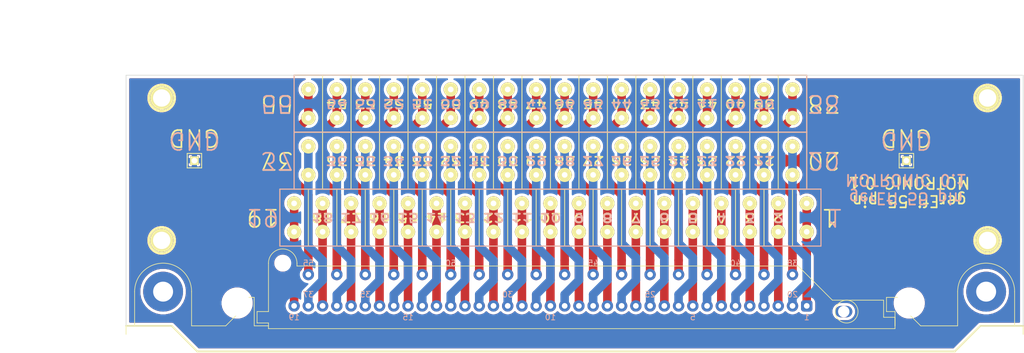
<source format=kicad_pcb>
(kicad_pcb (version 20171130) (host pcbnew 5.1.5-52549c5~84~ubuntu18.04.1)

  (general
    (thickness 1.6)
    (drawings 156)
    (tracks 258)
    (zones 0)
    (modules 10)
    (nets 57)
  )

  (page A3)
  (layers
    (0 F.Cu signal)
    (31 B.Cu signal)
    (32 B.Adhes user)
    (33 F.Adhes user)
    (34 B.Paste user)
    (35 F.Paste user)
    (36 B.SilkS user)
    (37 F.SilkS user)
    (38 B.Mask user)
    (39 F.Mask user)
    (40 Dwgs.User user)
    (41 Cmts.User user)
    (42 Eco1.User user)
    (43 Eco2.User user)
    (44 Edge.Cuts user)
  )

  (setup
    (last_trace_width 1.5)
    (user_trace_width 0.3)
    (user_trace_width 0.5)
    (user_trace_width 0.6)
    (user_trace_width 0.7)
    (user_trace_width 0.8)
    (user_trace_width 0.9)
    (user_trace_width 1)
    (user_trace_width 1.5)
    (user_trace_width 2)
    (trace_clearance 0.3)
    (zone_clearance 0.5)
    (zone_45_only no)
    (trace_min 0.254)
    (via_size 0.889)
    (via_drill 0.635)
    (via_min_size 0.889)
    (via_min_drill 0.508)
    (uvia_size 0.508)
    (uvia_drill 0.127)
    (uvias_allowed no)
    (uvia_min_size 0.508)
    (uvia_min_drill 0.127)
    (edge_width 0.1)
    (segment_width 0.2)
    (pcb_text_width 0.3)
    (pcb_text_size 1.5 1.5)
    (mod_edge_width 0.15)
    (mod_text_size 1 1)
    (mod_text_width 0.15)
    (pad_size 4.064 4.064)
    (pad_drill 3.048)
    (pad_to_mask_clearance 0)
    (aux_axis_origin 0 0)
    (visible_elements 7FFFFFFF)
    (pcbplotparams
      (layerselection 0x010fc_80000001)
      (usegerberextensions true)
      (usegerberattributes false)
      (usegerberadvancedattributes false)
      (creategerberjobfile false)
      (excludeedgelayer true)
      (linewidth 0.150000)
      (plotframeref false)
      (viasonmask false)
      (mode 1)
      (useauxorigin false)
      (hpglpennumber 1)
      (hpglpenspeed 20)
      (hpglpendiameter 15.000000)
      (psnegative false)
      (psa4output false)
      (plotreference true)
      (plotvalue true)
      (plotinvisibletext false)
      (padsonsilk false)
      (subtractmaskfromsilk false)
      (outputformat 1)
      (mirror false)
      (drillshape 0)
      (scaleselection 1)
      (outputdirectory "963063-15_55_pin_connector_gerbers"))
  )

  (net 0 "")
  (net 1 GND)
  (net 2 N-000001)
  (net 3 N-0000010)
  (net 4 N-0000011)
  (net 5 N-0000012)
  (net 6 N-0000013)
  (net 7 N-0000014)
  (net 8 N-0000015)
  (net 9 N-0000016)
  (net 10 N-0000017)
  (net 11 N-0000018)
  (net 12 N-0000019)
  (net 13 N-000002)
  (net 14 N-0000020)
  (net 15 N-0000021)
  (net 16 N-0000022)
  (net 17 N-0000023)
  (net 18 N-0000024)
  (net 19 N-0000025)
  (net 20 N-0000026)
  (net 21 N-0000027)
  (net 22 N-0000028)
  (net 23 N-0000029)
  (net 24 N-000003)
  (net 25 N-0000030)
  (net 26 N-0000031)
  (net 27 N-0000032)
  (net 28 N-0000033)
  (net 29 N-0000034)
  (net 30 N-0000035)
  (net 31 N-0000036)
  (net 32 N-0000037)
  (net 33 N-0000038)
  (net 34 N-0000039)
  (net 35 N-000004)
  (net 36 N-0000040)
  (net 37 N-0000041)
  (net 38 N-0000042)
  (net 39 N-0000043)
  (net 40 N-0000044)
  (net 41 N-0000046)
  (net 42 N-0000047)
  (net 43 N-0000048)
  (net 44 N-0000049)
  (net 45 N-000005)
  (net 46 N-0000050)
  (net 47 N-0000051)
  (net 48 N-0000052)
  (net 49 N-0000053)
  (net 50 N-0000054)
  (net 51 N-0000055)
  (net 52 N-0000056)
  (net 53 N-000006)
  (net 54 N-000007)
  (net 55 N-000008)
  (net 56 N-000009)

  (net_class Default "Это класс цепей по умолчанию."
    (clearance 0.3)
    (trace_width 0.3)
    (via_dia 0.889)
    (via_drill 0.635)
    (uvia_dia 0.508)
    (uvia_drill 0.127)
    (add_net GND)
    (add_net N-000001)
    (add_net N-0000010)
    (add_net N-0000011)
    (add_net N-0000012)
    (add_net N-0000013)
    (add_net N-0000014)
    (add_net N-0000015)
    (add_net N-0000016)
    (add_net N-0000017)
    (add_net N-0000018)
    (add_net N-0000019)
    (add_net N-000002)
    (add_net N-0000020)
    (add_net N-0000021)
    (add_net N-0000022)
    (add_net N-0000023)
    (add_net N-0000024)
    (add_net N-0000025)
    (add_net N-0000026)
    (add_net N-0000027)
    (add_net N-0000028)
    (add_net N-0000029)
    (add_net N-000003)
    (add_net N-0000030)
    (add_net N-0000031)
    (add_net N-0000032)
    (add_net N-0000033)
    (add_net N-0000034)
    (add_net N-0000035)
    (add_net N-0000036)
    (add_net N-0000037)
    (add_net N-0000038)
    (add_net N-0000039)
    (add_net N-000004)
    (add_net N-0000040)
    (add_net N-0000041)
    (add_net N-0000042)
    (add_net N-0000043)
    (add_net N-0000044)
    (add_net N-0000046)
    (add_net N-0000047)
    (add_net N-0000048)
    (add_net N-0000049)
    (add_net N-000005)
    (add_net N-0000050)
    (add_net N-0000051)
    (add_net N-0000052)
    (add_net N-0000053)
    (add_net N-0000054)
    (add_net N-0000055)
    (add_net N-0000056)
    (add_net N-000006)
    (add_net N-000007)
    (add_net N-000008)
    (add_net N-000009)
  )

  (module gerEFI_Modules:55pin_china_bosch_motronic (layer F.Cu) (tedit 5E77B154) (tstamp 54212F31)
    (at 220 168.5 180)
    (path /542111B3)
    (fp_text reference P1 (at 0 27.5) (layer F.SilkS) hide
      (effects (font (size 1 1) (thickness 0.15)))
    )
    (fp_text value MOTRONIC (at 0 2.25) (layer F.SilkS) hide
      (effects (font (size 1 1) (thickness 0.15)))
    )
    (fp_circle (center -52 7) (end -50 7) (layer F.SilkS) (width 0.12))
    (fp_line (start 52 4.5) (end 49.5 4.5) (layer F.SilkS) (width 0.12))
    (fp_line (start 66.5 4.5) (end 74.5 4.5) (layer F.SilkS) (width 0.3))
    (fp_line (start -75.5 4.5) (end -83 4.5) (layer F.SilkS) (width 0.3))
    (fp_line (start -71 0) (end -75.5 4.5) (layer F.SilkS) (width 0.3))
    (fp_line (start 62 0) (end 66.5 4.5) (layer F.SilkS) (width 0.3))
    (fp_line (start -71 0) (end 62 0) (layer F.SilkS) (width 0.3))
    (fp_line (start -83 4.5) (end -83 3) (layer F.SilkS) (width 0.12))
    (fp_line (start -81.5 4.5) (end -83 4.5) (layer F.SilkS) (width 0.12))
    (fp_line (start 74.5 4.5) (end 74.5 3) (layer F.SilkS) (width 0.12))
    (fp_line (start 73 4.5) (end 74.5 4.5) (layer F.SilkS) (width 0.12))
    (fp_line (start 57 4.5) (end 63 4.5) (layer F.SilkS) (width 0.12))
    (fp_line (start 54 7.5) (end 57 4.5) (layer F.SilkS) (width 0.12))
    (fp_line (start 54 9.5) (end 54 7.5) (layer F.SilkS) (width 0.12))
    (fp_line (start 52 9.5) (end 54 9.5) (layer F.SilkS) (width 0.12))
    (fp_line (start 52 4.5) (end 52 9.5) (layer F.SilkS) (width 0.12))
    (fp_line (start -65 4.5) (end -71.5 4.5) (layer F.SilkS) (width 0.12))
    (fp_line (start -62.5 7) (end -65 4.5) (layer F.SilkS) (width 0.12))
    (fp_line (start -62.5 9.5) (end -62.5 7) (layer F.SilkS) (width 0.12))
    (fp_line (start -59 9.5) (end -62.5 9.5) (layer F.SilkS) (width 0.12))
    (fp_line (start -59 7) (end -59 9.5) (layer F.SilkS) (width 0.12))
    (fp_line (start -60.5 7) (end -59 7) (layer F.SilkS) (width 0.12))
    (fp_line (start -60.5 4.5) (end -60.5 7) (layer F.SilkS) (width 0.12))
    (fp_line (start -81.5 10.5) (end -81.5 4.5) (layer F.SilkS) (width 0.12))
    (fp_line (start -71.5 10.5) (end -71.5 4.5) (layer F.SilkS) (width 0.12))
    (fp_line (start 63 10.5) (end 63 4.5) (layer F.SilkS) (width 0.12))
    (fp_line (start 73 10.5) (end 73 4.5) (layer F.SilkS) (width 0.12))
    (fp_arc (start 68 10.5) (end 63 10.5) (angle -180) (layer F.SilkS) (width 0.12))
    (fp_arc (start -76.5 10.5) (end -81.5 10.5) (angle -180) (layer F.SilkS) (width 0.12))
    (fp_line (start 49.5 5) (end 49.5 4) (layer F.SilkS) (width 0.12))
    (fp_line (start 51.5 5) (end 49.5 5) (layer F.SilkS) (width 0.12))
    (fp_line (start 51.5 7) (end 51.5 5) (layer F.SilkS) (width 0.12))
    (fp_line (start 49.5 7) (end 51.5 7) (layer F.SilkS) (width 0.12))
    (fp_line (start -60.5 6) (end -58.5 6) (layer F.SilkS) (width 0.12))
    (fp_line (start -60.5 4) (end -60.5 6) (layer F.SilkS) (width 0.12))
    (fp_line (start -60.5 4) (end 49.5 4) (layer F.SilkS) (width 0.12))
    (fp_line (start -58.5 9) (end -58.5 6) (layer F.SilkS) (width 0.12))
    (fp_line (start -49.5 9) (end -58.5 9) (layer F.SilkS) (width 0.12))
    (fp_line (start -43.5 15) (end -49.5 9) (layer F.SilkS) (width 0.12))
    (fp_line (start 49.5 15.5) (end 49.5 7) (layer F.SilkS) (width 0.12))
    (fp_line (start 44.5 15) (end 44.5 15.5) (layer F.SilkS) (width 0.12))
    (fp_arc (start 47 15.5) (end 44.5 15.5) (angle -180) (layer F.SilkS) (width 0.12))
    (fp_line (start 44.5 15) (end -43.5 15) (layer F.SilkS) (width 0.12))
    (fp_text user 55 (at 42.5 15.5) (layer B.SilkS)
      (effects (font (size 1 1) (thickness 0.15)) (justify mirror))
    )
    (fp_text user 50 (at 17.5 15.5) (layer B.SilkS)
      (effects (font (size 1 1) (thickness 0.15)) (justify mirror))
    )
    (fp_text user 45 (at -7.5 15.5) (layer B.SilkS)
      (effects (font (size 1 1) (thickness 0.15)) (justify mirror))
    )
    (fp_text user 40 (at -32.5 15.5) (layer B.SilkS)
      (effects (font (size 1 1) (thickness 0.15)) (justify mirror))
    )
    (fp_text user 38 (at -42.5 15.5) (layer B.SilkS)
      (effects (font (size 1 1) (thickness 0.15)) (justify mirror))
    )
    (fp_text user 25 (at -17.5 10) (layer B.SilkS)
      (effects (font (size 1 1) (thickness 0.15)) (justify mirror))
    )
    (fp_text user 20 (at -42.5 10) (layer B.SilkS)
      (effects (font (size 1 1) (thickness 0.15)) (justify mirror))
    )
    (fp_text user 37 (at 42.5 10) (layer B.SilkS)
      (effects (font (size 1 1) (thickness 0.15)) (justify mirror))
    )
    (fp_text user 19 (at 45 6) (layer B.SilkS)
      (effects (font (size 1 1) (thickness 0.15)) (justify mirror))
    )
    (fp_text user 35 (at 32.5 10) (layer B.SilkS)
      (effects (font (size 1 1) (thickness 0.15)) (justify mirror))
    )
    (fp_text user 30 (at 7.5 10) (layer B.SilkS)
      (effects (font (size 1 1) (thickness 0.15)) (justify mirror))
    )
    (fp_text user 15 (at 25 6) (layer B.SilkS)
      (effects (font (size 1 1) (thickness 0.15)) (justify mirror))
    )
    (fp_text user 10 (at 0 6) (layer B.SilkS)
      (effects (font (size 1 1) (thickness 0.15)) (justify mirror))
    )
    (fp_text user 5 (at -25 6) (layer B.SilkS)
      (effects (font (size 1 1) (thickness 0.15)) (justify mirror))
    )
    (fp_text user 1 (at -45 6) (layer B.SilkS)
      (effects (font (size 1 1) (thickness 0.15)) (justify mirror))
    )
    (pad "" np_thru_hole circle (at 68 10.5 180) (size 7 7) (drill 3.5) (layers *.Cu *.Mask))
    (pad "" np_thru_hole circle (at -76.5 10.5 180) (size 7 7) (drill 3.5) (layers *.Cu *.Mask))
    (pad "" np_thru_hole oval (at -51.5 7 180) (size 3 2) (drill 2) (layers *.Cu *.Mask))
    (pad "" np_thru_hole circle (at 47 15.5 180) (size 2 2) (drill 2) (layers *.Cu *.Mask))
    (pad "" np_thru_hole circle (at 55 8.5 180) (size 4.5 4.5) (drill 4.5) (layers *.Cu *.Mask))
    (pad "" np_thru_hole circle (at -63 8.5 180) (size 4.5 4.5) (drill 4.5) (layers *.Cu *.Mask))
    (pad 1 thru_hole roundrect (at -45 8 180) (size 2 2) (drill 1) (layers *.Cu *.Mask) (roundrect_rratio 0.25)
      (net 13 N-000002))
    (pad 20 thru_hole circle (at -42.5 8 180) (size 2 2) (drill 1) (layers *.Cu *.Mask)
      (net 15 N-0000021))
    (pad 2 thru_hole circle (at -40 8 180) (size 2 2) (drill 1) (layers *.Cu *.Mask)
      (net 24 N-000003))
    (pad 3 thru_hole circle (at -35 8 180) (size 2 2) (drill 1) (layers *.Cu *.Mask)
      (net 35 N-000004))
    (pad 4 thru_hole circle (at -30 8 180) (size 2 2) (drill 1) (layers *.Cu *.Mask)
      (net 45 N-000005))
    (pad 5 thru_hole circle (at -25 8 180) (size 2 2) (drill 1) (layers *.Cu *.Mask)
      (net 53 N-000006))
    (pad 6 thru_hole circle (at -20 8 180) (size 2 2) (drill 1) (layers *.Cu *.Mask)
      (net 54 N-000007))
    (pad 7 thru_hole circle (at -15 8 180) (size 2 2) (drill 1) (layers *.Cu *.Mask)
      (net 55 N-000008))
    (pad 8 thru_hole circle (at -10 8 180) (size 2 2) (drill 1) (layers *.Cu *.Mask)
      (net 56 N-000009))
    (pad 9 thru_hole circle (at -5 8 180) (size 2 2) (drill 1) (layers *.Cu *.Mask)
      (net 3 N-0000010))
    (pad 10 thru_hole circle (at 0 8 180) (size 2 2) (drill 1) (layers *.Cu *.Mask)
      (net 4 N-0000011))
    (pad 11 thru_hole circle (at 5 8 180) (size 2 2) (drill 1) (layers *.Cu *.Mask)
      (net 2 N-000001))
    (pad 12 thru_hole circle (at 10 8 180) (size 2 2) (drill 1) (layers *.Cu *.Mask)
      (net 6 N-0000013))
    (pad 13 thru_hole circle (at 15 8 180) (size 2 2) (drill 1) (layers *.Cu *.Mask)
      (net 7 N-0000014))
    (pad 14 thru_hole circle (at 20 8 180) (size 2 2) (drill 1) (layers *.Cu *.Mask)
      (net 8 N-0000015))
    (pad 15 thru_hole circle (at 25 8 180) (size 2 2) (drill 1) (layers *.Cu *.Mask)
      (net 9 N-0000016))
    (pad 16 thru_hole circle (at 30 8 180) (size 2 2) (drill 1) (layers *.Cu *.Mask)
      (net 10 N-0000017))
    (pad 17 thru_hole circle (at 35 8 180) (size 2 2) (drill 1) (layers *.Cu *.Mask)
      (net 11 N-0000018))
    (pad 18 thru_hole circle (at 40 8 180) (size 2 2) (drill 1) (layers *.Cu *.Mask)
      (net 12 N-0000019))
    (pad 19 thru_hole circle (at 45 8 180) (size 2 2) (drill 1) (layers *.Cu *.Mask)
      (net 14 N-0000020))
    (pad 21 thru_hole circle (at -37.5 8 180) (size 2 2) (drill 1) (layers *.Cu *.Mask)
      (net 16 N-0000022))
    (pad 22 thru_hole circle (at -32.5 8 180) (size 2 2) (drill 1) (layers *.Cu *.Mask)
      (net 29 N-0000034))
    (pad 23 thru_hole circle (at -27.5 8 180) (size 2 2) (drill 1) (layers *.Cu *.Mask)
      (net 42 N-0000047))
    (pad 24 thru_hole circle (at -22.5 8 180) (size 2 2) (drill 1) (layers *.Cu *.Mask)
      (net 43 N-0000048))
    (pad 25 thru_hole circle (at -17.5 8 180) (size 2 2) (drill 1) (layers *.Cu *.Mask)
      (net 44 N-0000049))
    (pad 26 thru_hole circle (at -12.5 8 180) (size 2 2) (drill 1) (layers *.Cu *.Mask)
      (net 46 N-0000050))
    (pad 27 thru_hole circle (at -7.5 8 180) (size 2 2) (drill 1) (layers *.Cu *.Mask)
      (net 47 N-0000051))
    (pad 28 thru_hole circle (at -2.5 8 180) (size 2 2) (drill 1) (layers *.Cu *.Mask)
      (net 48 N-0000052))
    (pad 29 thru_hole circle (at 2.5 8 180) (size 2 2) (drill 1) (layers *.Cu *.Mask)
      (net 49 N-0000053))
    (pad 30 thru_hole circle (at 7.5 8 180) (size 2 2) (drill 1) (layers *.Cu *.Mask)
      (net 50 N-0000054))
    (pad 31 thru_hole circle (at 12.5 8 180) (size 2 2) (drill 1) (layers *.Cu *.Mask)
      (net 51 N-0000055))
    (pad 32 thru_hole circle (at 17.5 8 180) (size 2 2) (drill 1) (layers *.Cu *.Mask)
      (net 52 N-0000056))
    (pad 33 thru_hole circle (at 22.5 8 180) (size 2 2) (drill 1) (layers *.Cu *.Mask)
      (net 41 N-0000046))
    (pad 34 thru_hole circle (at 27.5 8 180) (size 2 2) (drill 1) (layers *.Cu *.Mask)
      (net 18 N-0000024))
    (pad 35 thru_hole circle (at 32.5 8 180) (size 2 2) (drill 1) (layers *.Cu *.Mask)
      (net 19 N-0000025))
    (pad 36 thru_hole circle (at 37.5 8 180) (size 2 2) (drill 1) (layers *.Cu *.Mask)
      (net 20 N-0000026))
    (pad 37 thru_hole circle (at 42.5 8 180) (size 2 2) (drill 1) (layers *.Cu *.Mask)
      (net 21 N-0000027))
    (pad 38 thru_hole circle (at -42.5 13.5 180) (size 2 2) (drill 1) (layers *.Cu *.Mask)
      (net 22 N-0000028))
    (pad 39 thru_hole circle (at -37.5 13.5 180) (size 2 2) (drill 1) (layers *.Cu *.Mask)
      (net 23 N-0000029))
    (pad 40 thru_hole circle (at -32.5 13.5 180) (size 2 2) (drill 1) (layers *.Cu *.Mask)
      (net 25 N-0000030))
    (pad 41 thru_hole circle (at -27.5 13.5 180) (size 2 2) (drill 1) (layers *.Cu *.Mask)
      (net 26 N-0000031))
    (pad 42 thru_hole circle (at -22.5 13.5 180) (size 2 2) (drill 1) (layers *.Cu *.Mask)
      (net 27 N-0000032))
    (pad 43 thru_hole circle (at -17.5 13.5 180) (size 2 2) (drill 1) (layers *.Cu *.Mask)
      (net 28 N-0000033))
    (pad 44 thru_hole circle (at -12.5 13.5 180) (size 2 2) (drill 1) (layers *.Cu *.Mask)
      (net 17 N-0000023))
    (pad 45 thru_hole circle (at -7.5 13.5 180) (size 2 2) (drill 1) (layers *.Cu *.Mask)
      (net 30 N-0000035))
    (pad 46 thru_hole circle (at -2.5 13.5 180) (size 2 2) (drill 1) (layers *.Cu *.Mask)
      (net 31 N-0000036))
    (pad 47 thru_hole circle (at 2.5 13.5 180) (size 2 2) (drill 1) (layers *.Cu *.Mask)
      (net 32 N-0000037))
    (pad 48 thru_hole circle (at 7.5 13.5 180) (size 2 2) (drill 1) (layers *.Cu *.Mask)
      (net 33 N-0000038))
    (pad 49 thru_hole circle (at 12.5 13.5 180) (size 2 2) (drill 1) (layers *.Cu *.Mask)
      (net 34 N-0000039))
    (pad 50 thru_hole circle (at 17.5 13.5 180) (size 2 2) (drill 1) (layers *.Cu *.Mask)
      (net 36 N-0000040))
    (pad 51 thru_hole circle (at 22.5 13.5 180) (size 2 2) (drill 1) (layers *.Cu *.Mask)
      (net 37 N-0000041))
    (pad 52 thru_hole circle (at 27.5 13.5 180) (size 2 2) (drill 1) (layers *.Cu *.Mask)
      (net 38 N-0000042))
    (pad 53 thru_hole circle (at 32.5 13.5 180) (size 2 2) (drill 1) (layers *.Cu *.Mask)
      (net 39 N-0000043))
    (pad 54 thru_hole circle (at 37.5 13.5 180) (size 2 2) (drill 1) (layers *.Cu *.Mask)
      (net 40 N-0000044))
    (pad 55 thru_hole circle (at 42.5 13.5 180) (size 2 2) (drill 1) (layers *.Cu *.Mask)
      (net 5 N-0000012))
  )

  (module CON19X5 (layer F.Cu) (tedit 5421128E) (tstamp 5E7645A1)
    (at 220 145 180)
    (path /542111C2)
    (fp_text reference P2 (at 0 7.5 180) (layer F.SilkS) hide
      (effects (font (size 1 1) (thickness 0.15)))
    )
    (fp_text value CONN_19 (at 0 -7.5 180) (layer F.SilkS) hide
      (effects (font (size 1 1) (thickness 0.15)))
    )
    (fp_line (start -22.5 -5) (end -22.5 5) (layer F.SilkS) (width 0.15))
    (fp_line (start -22.5 5) (end -17.5 5) (layer F.SilkS) (width 0.15))
    (fp_line (start -17.5 5) (end -17.5 -5) (layer F.SilkS) (width 0.15))
    (fp_line (start -17.5 -5) (end -12.5 -5) (layer F.SilkS) (width 0.15))
    (fp_line (start -12.5 -5) (end -12.5 5) (layer F.SilkS) (width 0.15))
    (fp_line (start -12.5 5) (end -7.5 5) (layer F.SilkS) (width 0.15))
    (fp_line (start -7.5 5) (end -7.5 -5) (layer F.SilkS) (width 0.15))
    (fp_line (start -7.5 -5) (end -2.5 -5) (layer F.SilkS) (width 0.15))
    (fp_line (start -2.5 -5) (end -2.5 5) (layer F.SilkS) (width 0.15))
    (fp_line (start -2.5 5) (end 2.5 5) (layer F.SilkS) (width 0.15))
    (fp_line (start 2.5 5) (end 2.5 -5) (layer F.SilkS) (width 0.15))
    (fp_line (start 2.5 -5) (end 7.5 -5) (layer F.SilkS) (width 0.15))
    (fp_line (start 7.5 -5) (end 7.5 5) (layer F.SilkS) (width 0.15))
    (fp_line (start 7.5 5) (end 12.5 5) (layer F.SilkS) (width 0.15))
    (fp_line (start 12.5 5) (end 12.5 -5) (layer F.SilkS) (width 0.15))
    (fp_line (start 12.5 -5) (end 17.5 -5) (layer F.SilkS) (width 0.15))
    (fp_line (start 17.5 -5) (end 17.5 5) (layer F.SilkS) (width 0.15))
    (fp_line (start 17.5 5) (end 22.5 5) (layer F.SilkS) (width 0.15))
    (fp_line (start 22.5 5) (end 22.5 -5) (layer F.SilkS) (width 0.15))
    (fp_line (start 22.5 -5) (end 27.5 -5) (layer F.SilkS) (width 0.15))
    (fp_line (start 27.5 -5) (end 27.5 5) (layer F.SilkS) (width 0.15))
    (fp_line (start 27.5 5) (end 32.5 5) (layer F.SilkS) (width 0.15))
    (fp_line (start 32.5 5) (end 32.5 -5) (layer F.SilkS) (width 0.15))
    (fp_line (start 32.5 -5) (end 37.5 -5) (layer F.SilkS) (width 0.15))
    (fp_line (start 37.5 -5) (end 37.5 5) (layer F.SilkS) (width 0.15))
    (fp_line (start 37.5 5) (end 42.5 5) (layer F.SilkS) (width 0.15))
    (fp_line (start 42.5 5) (end 42.5 -5) (layer F.SilkS) (width 0.15))
    (fp_line (start -27.5 5) (end -27.5 -5) (layer F.SilkS) (width 0.15))
    (fp_line (start -32.5 -5) (end -32.5 5) (layer F.SilkS) (width 0.15))
    (fp_line (start -37.5 5) (end -37.5 -5) (layer F.SilkS) (width 0.15))
    (fp_line (start -42.5 -5) (end -42.5 5) (layer F.SilkS) (width 0.15))
    (fp_line (start -47.5 -5) (end -47.5 5) (layer F.SilkS) (width 0.15))
    (fp_line (start -47.5 5) (end 47.5 5) (layer F.SilkS) (width 0.15))
    (fp_line (start 47.5 5) (end 47.5 -5) (layer F.SilkS) (width 0.15))
    (fp_line (start 47.5 -5) (end -47.5 -5) (layer F.SilkS) (width 0.15))
    (pad 1 thru_hole circle (at -45 2.5 180) (size 2.5 2.5) (drill 1) (layers *.Cu *.Mask F.SilkS)
      (net 13 N-000002))
    (pad 2 thru_hole circle (at -40 2.5 180) (size 2.5 2.5) (drill 1) (layers *.Cu *.Mask F.SilkS)
      (net 24 N-000003))
    (pad 3 thru_hole circle (at -35 2.5 180) (size 2.5 2.5) (drill 1) (layers *.Cu *.Mask F.SilkS)
      (net 35 N-000004))
    (pad 4 thru_hole circle (at -30 2.5 180) (size 2.5 2.5) (drill 1) (layers *.Cu *.Mask F.SilkS)
      (net 45 N-000005))
    (pad 5 thru_hole circle (at -25 2.5 180) (size 2.5 2.5) (drill 1) (layers *.Cu *.Mask F.SilkS)
      (net 53 N-000006))
    (pad 6 thru_hole circle (at -20 2.5 180) (size 2.5 2.5) (drill 1) (layers *.Cu *.Mask F.SilkS)
      (net 54 N-000007))
    (pad 7 thru_hole circle (at -15 2.5 180) (size 2.5 2.5) (drill 1) (layers *.Cu *.Mask F.SilkS)
      (net 55 N-000008))
    (pad 8 thru_hole circle (at -10 2.5 180) (size 2.5 2.5) (drill 1) (layers *.Cu *.Mask F.SilkS)
      (net 56 N-000009))
    (pad 9 thru_hole circle (at -5 2.5 180) (size 2.5 2.5) (drill 1) (layers *.Cu *.Mask F.SilkS)
      (net 3 N-0000010))
    (pad 10 thru_hole circle (at 0 2.5 180) (size 2.5 2.5) (drill 1) (layers *.Cu *.Mask F.SilkS)
      (net 4 N-0000011))
    (pad 11 thru_hole circle (at 5 2.5 180) (size 2.5 2.5) (drill 1) (layers *.Cu *.Mask F.SilkS)
      (net 2 N-000001))
    (pad 12 thru_hole circle (at 10 2.5 180) (size 2.5 2.5) (drill 1) (layers *.Cu *.Mask F.SilkS)
      (net 6 N-0000013))
    (pad 13 thru_hole circle (at 15 2.5 180) (size 2.5 2.5) (drill 1) (layers *.Cu *.Mask F.SilkS)
      (net 7 N-0000014))
    (pad 14 thru_hole circle (at 20 2.5 180) (size 2.5 2.5) (drill 1) (layers *.Cu *.Mask F.SilkS)
      (net 8 N-0000015))
    (pad 15 thru_hole circle (at 25 2.5 180) (size 2.5 2.5) (drill 1) (layers *.Cu *.Mask F.SilkS)
      (net 9 N-0000016))
    (pad 16 thru_hole circle (at 30 2.5 180) (size 2.5 2.5) (drill 1) (layers *.Cu *.Mask F.SilkS)
      (net 10 N-0000017))
    (pad 17 thru_hole circle (at 35 2.5 180) (size 2.5 2.5) (drill 1) (layers *.Cu *.Mask F.SilkS)
      (net 11 N-0000018))
    (pad 18 thru_hole circle (at 40 2.5 180) (size 2.5 2.5) (drill 1) (layers *.Cu *.Mask F.SilkS)
      (net 12 N-0000019))
    (pad 19 thru_hole circle (at 45 2.5 180) (size 2.5 2.5) (drill 1) (layers *.Cu *.Mask F.SilkS)
      (net 14 N-0000020))
    (pad 1 thru_hole circle (at -45 -2.5 180) (size 2.5 2.5) (drill 1) (layers *.Cu *.Mask F.SilkS)
      (net 13 N-000002))
    (pad 2 thru_hole circle (at -40 -2.5 180) (size 2.5 2.5) (drill 1) (layers *.Cu *.Mask F.SilkS)
      (net 24 N-000003))
    (pad 3 thru_hole circle (at -35 -2.5 180) (size 2.5 2.5) (drill 1) (layers *.Cu *.Mask F.SilkS)
      (net 35 N-000004))
    (pad 4 thru_hole circle (at -30 -2.5 180) (size 2.5 2.5) (drill 1) (layers *.Cu *.Mask F.SilkS)
      (net 45 N-000005))
    (pad 5 thru_hole circle (at -25 -2.5 180) (size 2.5 2.5) (drill 1) (layers *.Cu *.Mask F.SilkS)
      (net 53 N-000006))
    (pad 6 thru_hole circle (at -20 -2.5 180) (size 2.5 2.5) (drill 1) (layers *.Cu *.Mask F.SilkS)
      (net 54 N-000007))
    (pad 7 thru_hole circle (at -15 -2.5 180) (size 2.5 2.5) (drill 1) (layers *.Cu *.Mask F.SilkS)
      (net 55 N-000008))
    (pad 8 thru_hole circle (at -10 -2.5 180) (size 2.5 2.5) (drill 1) (layers *.Cu *.Mask F.SilkS)
      (net 56 N-000009))
    (pad 9 thru_hole circle (at -5 -2.5 180) (size 2.5 2.5) (drill 1) (layers *.Cu *.Mask F.SilkS)
      (net 3 N-0000010))
    (pad 10 thru_hole circle (at 0 -2.5 180) (size 2.5 2.5) (drill 1) (layers *.Cu *.Mask F.SilkS)
      (net 4 N-0000011))
    (pad 11 thru_hole circle (at 5 -2.5 180) (size 2.5 2.5) (drill 1) (layers *.Cu *.Mask F.SilkS)
      (net 2 N-000001))
    (pad 12 thru_hole circle (at 10 -2.5 180) (size 2.5 2.5) (drill 1) (layers *.Cu *.Mask F.SilkS)
      (net 6 N-0000013))
    (pad 13 thru_hole circle (at 15 -2.5 180) (size 2.5 2.5) (drill 1) (layers *.Cu *.Mask F.SilkS)
      (net 7 N-0000014))
    (pad 14 thru_hole circle (at 20 -2.5 180) (size 2.5 2.5) (drill 1) (layers *.Cu *.Mask F.SilkS)
      (net 8 N-0000015))
    (pad 15 thru_hole circle (at 25 -2.5 180) (size 2.5 2.5) (drill 1) (layers *.Cu *.Mask F.SilkS)
      (net 9 N-0000016))
    (pad 16 thru_hole circle (at 30 -2.5 180) (size 2.5 2.5) (drill 1) (layers *.Cu *.Mask F.SilkS)
      (net 10 N-0000017))
    (pad 17 thru_hole circle (at 35 -2.5 180) (size 2.5 2.5) (drill 1) (layers *.Cu *.Mask F.SilkS)
      (net 11 N-0000018))
    (pad 18 thru_hole circle (at 40 -2.5 180) (size 2.5 2.5) (drill 1) (layers *.Cu *.Mask F.SilkS)
      (net 12 N-0000019))
    (pad 19 thru_hole circle (at 45 -2.5 180) (size 2.5 2.5) (drill 1) (layers *.Cu *.Mask F.SilkS)
      (net 14 N-0000020))
  )

  (module CON18X5 (layer F.Cu) (tedit 5421131E) (tstamp 54212E8B)
    (at 220 135 180)
    (path /54211270)
    (fp_text reference P3 (at 0 7.5 180) (layer F.SilkS) hide
      (effects (font (size 1 1) (thickness 0.15)))
    )
    (fp_text value CONN_18 (at 0 -7.5 180) (layer F.SilkS) hide
      (effects (font (size 1 1) (thickness 0.15)))
    )
    (fp_line (start -45 -5) (end 45 -5) (layer F.SilkS) (width 0.15))
    (fp_line (start -45 5) (end 45 5) (layer F.SilkS) (width 0.15))
    (fp_line (start -20 -5) (end -20 5) (layer F.SilkS) (width 0.15))
    (fp_line (start -20 5) (end -15 5) (layer F.SilkS) (width 0.15))
    (fp_line (start -15 5) (end -15 -5) (layer F.SilkS) (width 0.15))
    (fp_line (start -15 -5) (end -10 -5) (layer F.SilkS) (width 0.15))
    (fp_line (start -10 -5) (end -10 5) (layer F.SilkS) (width 0.15))
    (fp_line (start -10 5) (end -5 5) (layer F.SilkS) (width 0.15))
    (fp_line (start -5 5) (end -5 -5) (layer F.SilkS) (width 0.15))
    (fp_line (start -5 -5) (end 0 -5) (layer F.SilkS) (width 0.15))
    (fp_line (start 0 -5) (end 0 5) (layer F.SilkS) (width 0.15))
    (fp_line (start 0 5) (end 5 5) (layer F.SilkS) (width 0.15))
    (fp_line (start 5 5) (end 5 -5) (layer F.SilkS) (width 0.15))
    (fp_line (start 5 -5) (end 10 -5) (layer F.SilkS) (width 0.15))
    (fp_line (start 10 -5) (end 10 5) (layer F.SilkS) (width 0.15))
    (fp_line (start 10 5) (end 15 5) (layer F.SilkS) (width 0.15))
    (fp_line (start 15 5) (end 15 -5) (layer F.SilkS) (width 0.15))
    (fp_line (start 15 -5) (end 20 -5) (layer F.SilkS) (width 0.15))
    (fp_line (start 20 -5) (end 20 5) (layer F.SilkS) (width 0.15))
    (fp_line (start 20 5) (end 25 5) (layer F.SilkS) (width 0.15))
    (fp_line (start 25 5) (end 25 -5) (layer F.SilkS) (width 0.15))
    (fp_line (start 25 -5) (end 30 -5) (layer F.SilkS) (width 0.15))
    (fp_line (start 30 -5) (end 30 5) (layer F.SilkS) (width 0.15))
    (fp_line (start 30 5) (end 35 5) (layer F.SilkS) (width 0.15))
    (fp_line (start 35 5) (end 35 -5) (layer F.SilkS) (width 0.15))
    (fp_line (start 35 -5) (end 40 -5) (layer F.SilkS) (width 0.15))
    (fp_line (start 40 -5) (end 40 5) (layer F.SilkS) (width 0.15))
    (fp_line (start 40 5) (end 45 5) (layer F.SilkS) (width 0.15))
    (fp_line (start 45 5) (end 45 -5) (layer F.SilkS) (width 0.15))
    (fp_line (start -25 5) (end -25 -5) (layer F.SilkS) (width 0.15))
    (fp_line (start -30 -5) (end -30 5) (layer F.SilkS) (width 0.15))
    (fp_line (start -35 5) (end -35 -5) (layer F.SilkS) (width 0.15))
    (fp_line (start -40 -5) (end -40 5) (layer F.SilkS) (width 0.15))
    (fp_line (start -45 -5) (end -45 5) (layer F.SilkS) (width 0.15))
    (pad 1 thru_hole circle (at -42.5 2.5 180) (size 2.5 2.5) (drill 1) (layers *.Cu *.Mask F.SilkS)
      (net 15 N-0000021))
    (pad 2 thru_hole circle (at -37.5 2.5 180) (size 2.5 2.5) (drill 1) (layers *.Cu *.Mask F.SilkS)
      (net 16 N-0000022))
    (pad 3 thru_hole circle (at -32.5 2.5 180) (size 2.5 2.5) (drill 1) (layers *.Cu *.Mask F.SilkS)
      (net 29 N-0000034))
    (pad 4 thru_hole circle (at -27.5 2.5 180) (size 2.5 2.5) (drill 1) (layers *.Cu *.Mask F.SilkS)
      (net 42 N-0000047))
    (pad 5 thru_hole circle (at -22.5 2.5 180) (size 2.5 2.5) (drill 1) (layers *.Cu *.Mask F.SilkS)
      (net 43 N-0000048))
    (pad 6 thru_hole circle (at -17.5 2.5 180) (size 2.5 2.5) (drill 1) (layers *.Cu *.Mask F.SilkS)
      (net 44 N-0000049))
    (pad 7 thru_hole circle (at -12.5 2.5 180) (size 2.5 2.5) (drill 1) (layers *.Cu *.Mask F.SilkS)
      (net 46 N-0000050))
    (pad 8 thru_hole circle (at -7.5 2.5 180) (size 2.5 2.5) (drill 1) (layers *.Cu *.Mask F.SilkS)
      (net 47 N-0000051))
    (pad 9 thru_hole circle (at -2.5 2.5 180) (size 2.5 2.5) (drill 1) (layers *.Cu *.Mask F.SilkS)
      (net 48 N-0000052))
    (pad 10 thru_hole circle (at 2.5 2.5 180) (size 2.5 2.5) (drill 1) (layers *.Cu *.Mask F.SilkS)
      (net 49 N-0000053))
    (pad 11 thru_hole circle (at 7.5 2.5 180) (size 2.5 2.5) (drill 1) (layers *.Cu *.Mask F.SilkS)
      (net 50 N-0000054))
    (pad 12 thru_hole circle (at 12.5 2.5 180) (size 2.5 2.5) (drill 1) (layers *.Cu *.Mask F.SilkS)
      (net 51 N-0000055))
    (pad 13 thru_hole circle (at 17.5 2.5 180) (size 2.5 2.5) (drill 1) (layers *.Cu *.Mask F.SilkS)
      (net 52 N-0000056))
    (pad 14 thru_hole circle (at 22.5 2.5 180) (size 2.5 2.5) (drill 1) (layers *.Cu *.Mask F.SilkS)
      (net 41 N-0000046))
    (pad 15 thru_hole circle (at 27.5 2.5 180) (size 2.5 2.5) (drill 1) (layers *.Cu *.Mask F.SilkS)
      (net 18 N-0000024))
    (pad 16 thru_hole circle (at 32.5 2.5 180) (size 2.5 2.5) (drill 1) (layers *.Cu *.Mask F.SilkS)
      (net 19 N-0000025))
    (pad 17 thru_hole circle (at 37.5 2.5 180) (size 2.5 2.5) (drill 1) (layers *.Cu *.Mask F.SilkS)
      (net 20 N-0000026))
    (pad 18 thru_hole circle (at 42.5 2.5 180) (size 2.5 2.5) (drill 1) (layers *.Cu *.Mask F.SilkS)
      (net 21 N-0000027))
    (pad 1 thru_hole circle (at -42.5 -2.5 180) (size 2.5 2.5) (drill 1) (layers *.Cu *.Mask F.SilkS)
      (net 15 N-0000021))
    (pad 2 thru_hole circle (at -37.5 -2.5 180) (size 2.5 2.5) (drill 1) (layers *.Cu *.Mask F.SilkS)
      (net 16 N-0000022))
    (pad 3 thru_hole circle (at -32.5 -2.5 180) (size 2.5 2.5) (drill 1) (layers *.Cu *.Mask F.SilkS)
      (net 29 N-0000034))
    (pad 4 thru_hole circle (at -27.5 -2.5 180) (size 2.5 2.5) (drill 1) (layers *.Cu *.Mask F.SilkS)
      (net 42 N-0000047))
    (pad 5 thru_hole circle (at -22.5 -2.5 180) (size 2.5 2.5) (drill 1) (layers *.Cu *.Mask F.SilkS)
      (net 43 N-0000048))
    (pad 6 thru_hole circle (at -17.5 -2.5 180) (size 2.5 2.5) (drill 1) (layers *.Cu *.Mask F.SilkS)
      (net 44 N-0000049))
    (pad 7 thru_hole circle (at -12.5 -2.5 180) (size 2.5 2.5) (drill 1) (layers *.Cu *.Mask F.SilkS)
      (net 46 N-0000050))
    (pad 8 thru_hole circle (at -7.5 -2.5 180) (size 2.5 2.5) (drill 1) (layers *.Cu *.Mask F.SilkS)
      (net 47 N-0000051))
    (pad 9 thru_hole circle (at -2.5 -2.5 180) (size 2.5 2.5) (drill 1) (layers *.Cu *.Mask F.SilkS)
      (net 48 N-0000052))
    (pad 10 thru_hole circle (at 2.5 -2.5 180) (size 2.5 2.5) (drill 1) (layers *.Cu *.Mask F.SilkS)
      (net 49 N-0000053))
    (pad 11 thru_hole circle (at 7.5 -2.5 180) (size 2.5 2.5) (drill 1) (layers *.Cu *.Mask F.SilkS)
      (net 50 N-0000054))
    (pad 12 thru_hole circle (at 12.5 -2.5 180) (size 2.5 2.5) (drill 1) (layers *.Cu *.Mask F.SilkS)
      (net 51 N-0000055))
    (pad 13 thru_hole circle (at 17.5 -2.5 180) (size 2.5 2.5) (drill 1) (layers *.Cu *.Mask F.SilkS)
      (net 52 N-0000056))
    (pad 14 thru_hole circle (at 22.5 -2.5 180) (size 2.5 2.5) (drill 1) (layers *.Cu *.Mask F.SilkS)
      (net 41 N-0000046))
    (pad 15 thru_hole circle (at 27.5 -2.5 180) (size 2.5 2.5) (drill 1) (layers *.Cu *.Mask F.SilkS)
      (net 18 N-0000024))
    (pad 16 thru_hole circle (at 32.5 -2.5 180) (size 2.5 2.5) (drill 1) (layers *.Cu *.Mask F.SilkS)
      (net 19 N-0000025))
    (pad 17 thru_hole circle (at 37.5 -2.5 180) (size 2.5 2.5) (drill 1) (layers *.Cu *.Mask F.SilkS)
      (net 20 N-0000026))
    (pad 18 thru_hole circle (at 42.5 -2.5 180) (size 2.5 2.5) (drill 1) (layers *.Cu *.Mask F.SilkS)
      (net 21 N-0000027))
  )

  (module CON18X5 (layer F.Cu) (tedit 5421131E) (tstamp 54212ED5)
    (at 220 125 180)
    (path /5421127F)
    (fp_text reference P4 (at 0 7.5 180) (layer F.SilkS) hide
      (effects (font (size 1 1) (thickness 0.15)))
    )
    (fp_text value CONN_18 (at 0 -7.5 180) (layer F.SilkS) hide
      (effects (font (size 1 1) (thickness 0.15)))
    )
    (fp_line (start -45 -5) (end 45 -5) (layer F.SilkS) (width 0.15))
    (fp_line (start -45 5) (end 45 5) (layer F.SilkS) (width 0.15))
    (fp_line (start -20 -5) (end -20 5) (layer F.SilkS) (width 0.15))
    (fp_line (start -20 5) (end -15 5) (layer F.SilkS) (width 0.15))
    (fp_line (start -15 5) (end -15 -5) (layer F.SilkS) (width 0.15))
    (fp_line (start -15 -5) (end -10 -5) (layer F.SilkS) (width 0.15))
    (fp_line (start -10 -5) (end -10 5) (layer F.SilkS) (width 0.15))
    (fp_line (start -10 5) (end -5 5) (layer F.SilkS) (width 0.15))
    (fp_line (start -5 5) (end -5 -5) (layer F.SilkS) (width 0.15))
    (fp_line (start -5 -5) (end 0 -5) (layer F.SilkS) (width 0.15))
    (fp_line (start 0 -5) (end 0 5) (layer F.SilkS) (width 0.15))
    (fp_line (start 0 5) (end 5 5) (layer F.SilkS) (width 0.15))
    (fp_line (start 5 5) (end 5 -5) (layer F.SilkS) (width 0.15))
    (fp_line (start 5 -5) (end 10 -5) (layer F.SilkS) (width 0.15))
    (fp_line (start 10 -5) (end 10 5) (layer F.SilkS) (width 0.15))
    (fp_line (start 10 5) (end 15 5) (layer F.SilkS) (width 0.15))
    (fp_line (start 15 5) (end 15 -5) (layer F.SilkS) (width 0.15))
    (fp_line (start 15 -5) (end 20 -5) (layer F.SilkS) (width 0.15))
    (fp_line (start 20 -5) (end 20 5) (layer F.SilkS) (width 0.15))
    (fp_line (start 20 5) (end 25 5) (layer F.SilkS) (width 0.15))
    (fp_line (start 25 5) (end 25 -5) (layer F.SilkS) (width 0.15))
    (fp_line (start 25 -5) (end 30 -5) (layer F.SilkS) (width 0.15))
    (fp_line (start 30 -5) (end 30 5) (layer F.SilkS) (width 0.15))
    (fp_line (start 30 5) (end 35 5) (layer F.SilkS) (width 0.15))
    (fp_line (start 35 5) (end 35 -5) (layer F.SilkS) (width 0.15))
    (fp_line (start 35 -5) (end 40 -5) (layer F.SilkS) (width 0.15))
    (fp_line (start 40 -5) (end 40 5) (layer F.SilkS) (width 0.15))
    (fp_line (start 40 5) (end 45 5) (layer F.SilkS) (width 0.15))
    (fp_line (start 45 5) (end 45 -5) (layer F.SilkS) (width 0.15))
    (fp_line (start -25 5) (end -25 -5) (layer F.SilkS) (width 0.15))
    (fp_line (start -30 -5) (end -30 5) (layer F.SilkS) (width 0.15))
    (fp_line (start -35 5) (end -35 -5) (layer F.SilkS) (width 0.15))
    (fp_line (start -40 -5) (end -40 5) (layer F.SilkS) (width 0.15))
    (fp_line (start -45 -5) (end -45 5) (layer F.SilkS) (width 0.15))
    (pad 1 thru_hole circle (at -42.5 2.5 180) (size 2.5 2.5) (drill 1) (layers *.Cu *.Mask F.SilkS)
      (net 22 N-0000028))
    (pad 2 thru_hole circle (at -37.5 2.5 180) (size 2.5 2.5) (drill 1) (layers *.Cu *.Mask F.SilkS)
      (net 23 N-0000029))
    (pad 3 thru_hole circle (at -32.5 2.5 180) (size 2.5 2.5) (drill 1) (layers *.Cu *.Mask F.SilkS)
      (net 25 N-0000030))
    (pad 4 thru_hole circle (at -27.5 2.5 180) (size 2.5 2.5) (drill 1) (layers *.Cu *.Mask F.SilkS)
      (net 26 N-0000031))
    (pad 5 thru_hole circle (at -22.5 2.5 180) (size 2.5 2.5) (drill 1) (layers *.Cu *.Mask F.SilkS)
      (net 27 N-0000032))
    (pad 6 thru_hole circle (at -17.5 2.5 180) (size 2.5 2.5) (drill 1) (layers *.Cu *.Mask F.SilkS)
      (net 28 N-0000033))
    (pad 7 thru_hole circle (at -12.5 2.5 180) (size 2.5 2.5) (drill 1) (layers *.Cu *.Mask F.SilkS)
      (net 17 N-0000023))
    (pad 8 thru_hole circle (at -7.5 2.5 180) (size 2.5 2.5) (drill 1) (layers *.Cu *.Mask F.SilkS)
      (net 30 N-0000035))
    (pad 9 thru_hole circle (at -2.5 2.5 180) (size 2.5 2.5) (drill 1) (layers *.Cu *.Mask F.SilkS)
      (net 31 N-0000036))
    (pad 10 thru_hole circle (at 2.5 2.5 180) (size 2.5 2.5) (drill 1) (layers *.Cu *.Mask F.SilkS)
      (net 32 N-0000037))
    (pad 11 thru_hole circle (at 7.5 2.5 180) (size 2.5 2.5) (drill 1) (layers *.Cu *.Mask F.SilkS)
      (net 33 N-0000038))
    (pad 12 thru_hole circle (at 12.5 2.5 180) (size 2.5 2.5) (drill 1) (layers *.Cu *.Mask F.SilkS)
      (net 34 N-0000039))
    (pad 13 thru_hole circle (at 17.5 2.5 180) (size 2.5 2.5) (drill 1) (layers *.Cu *.Mask F.SilkS)
      (net 36 N-0000040))
    (pad 14 thru_hole circle (at 22.5 2.5 180) (size 2.5 2.5) (drill 1) (layers *.Cu *.Mask F.SilkS)
      (net 37 N-0000041))
    (pad 15 thru_hole circle (at 27.5 2.5 180) (size 2.5 2.5) (drill 1) (layers *.Cu *.Mask F.SilkS)
      (net 38 N-0000042))
    (pad 16 thru_hole circle (at 32.5 2.5 180) (size 2.5 2.5) (drill 1) (layers *.Cu *.Mask F.SilkS)
      (net 39 N-0000043))
    (pad 17 thru_hole circle (at 37.5 2.5 180) (size 2.5 2.5) (drill 1) (layers *.Cu *.Mask F.SilkS)
      (net 40 N-0000044))
    (pad 18 thru_hole circle (at 42.5 2.5 180) (size 2.5 2.5) (drill 1) (layers *.Cu *.Mask F.SilkS)
      (net 5 N-0000012))
    (pad 1 thru_hole circle (at -42.5 -2.5 180) (size 2.5 2.5) (drill 1) (layers *.Cu *.Mask F.SilkS)
      (net 22 N-0000028))
    (pad 2 thru_hole circle (at -37.5 -2.5 180) (size 2.5 2.5) (drill 1) (layers *.Cu *.Mask F.SilkS)
      (net 23 N-0000029))
    (pad 3 thru_hole circle (at -32.5 -2.5 180) (size 2.5 2.5) (drill 1) (layers *.Cu *.Mask F.SilkS)
      (net 25 N-0000030))
    (pad 4 thru_hole circle (at -27.5 -2.5 180) (size 2.5 2.5) (drill 1) (layers *.Cu *.Mask F.SilkS)
      (net 26 N-0000031))
    (pad 5 thru_hole circle (at -22.5 -2.5 180) (size 2.5 2.5) (drill 1) (layers *.Cu *.Mask F.SilkS)
      (net 27 N-0000032))
    (pad 6 thru_hole circle (at -17.5 -2.5 180) (size 2.5 2.5) (drill 1) (layers *.Cu *.Mask F.SilkS)
      (net 28 N-0000033))
    (pad 7 thru_hole circle (at -12.5 -2.5 180) (size 2.5 2.5) (drill 1) (layers *.Cu *.Mask F.SilkS)
      (net 17 N-0000023))
    (pad 8 thru_hole circle (at -7.5 -2.5 180) (size 2.5 2.5) (drill 1) (layers *.Cu *.Mask F.SilkS)
      (net 30 N-0000035))
    (pad 9 thru_hole circle (at -2.5 -2.5 180) (size 2.5 2.5) (drill 1) (layers *.Cu *.Mask F.SilkS)
      (net 31 N-0000036))
    (pad 10 thru_hole circle (at 2.5 -2.5 180) (size 2.5 2.5) (drill 1) (layers *.Cu *.Mask F.SilkS)
      (net 32 N-0000037))
    (pad 11 thru_hole circle (at 7.5 -2.5 180) (size 2.5 2.5) (drill 1) (layers *.Cu *.Mask F.SilkS)
      (net 33 N-0000038))
    (pad 12 thru_hole circle (at 12.5 -2.5 180) (size 2.5 2.5) (drill 1) (layers *.Cu *.Mask F.SilkS)
      (net 34 N-0000039))
    (pad 13 thru_hole circle (at 17.5 -2.5 180) (size 2.5 2.5) (drill 1) (layers *.Cu *.Mask F.SilkS)
      (net 36 N-0000040))
    (pad 14 thru_hole circle (at 22.5 -2.5 180) (size 2.5 2.5) (drill 1) (layers *.Cu *.Mask F.SilkS)
      (net 37 N-0000041))
    (pad 15 thru_hole circle (at 27.5 -2.5 180) (size 2.5 2.5) (drill 1) (layers *.Cu *.Mask F.SilkS)
      (net 38 N-0000042))
    (pad 16 thru_hole circle (at 32.5 -2.5 180) (size 2.5 2.5) (drill 1) (layers *.Cu *.Mask F.SilkS)
      (net 39 N-0000043))
    (pad 17 thru_hole circle (at 37.5 -2.5 180) (size 2.5 2.5) (drill 1) (layers *.Cu *.Mask F.SilkS)
      (net 40 N-0000044))
    (pad 18 thru_hole circle (at 42.5 -2.5 180) (size 2.5 2.5) (drill 1) (layers *.Cu *.Mask F.SilkS)
      (net 5 N-0000012))
  )

  (module 1pin (layer F.Cu) (tedit 200000) (tstamp 5E763D3E)
    (at 296.75 124)
    (descr "module 1 pin (ou trou mecanique de percage)")
    (tags DEV)
    (path 1pin)
    (fp_text reference 1PIN (at 0 -3.048) (layer F.SilkS) hide
      (effects (font (size 1.016 1.016) (thickness 0.254)))
    )
    (fp_text value P*** (at 0 2.794) (layer F.SilkS) hide
      (effects (font (size 1.016 1.016) (thickness 0.254)))
    )
    (fp_circle (center 0 0) (end 0 -2.286) (layer F.SilkS) (width 0.381))
    (pad 1 thru_hole circle (at 0 0) (size 4.064 4.064) (drill 3.048) (layers *.Cu *.Mask F.SilkS))
  )

  (module 1pin (layer F.Cu) (tedit 200000) (tstamp 5E763D4D)
    (at 296.75 149)
    (descr "module 1 pin (ou trou mecanique de percage)")
    (tags DEV)
    (path 1pin)
    (fp_text reference 1PIN (at 0 -3.048) (layer F.SilkS) hide
      (effects (font (size 1.016 1.016) (thickness 0.254)))
    )
    (fp_text value P*** (at 0 2.794) (layer F.SilkS) hide
      (effects (font (size 1.016 1.016) (thickness 0.254)))
    )
    (fp_circle (center 0 0) (end 0 -2.286) (layer F.SilkS) (width 0.381))
    (pad 1 thru_hole circle (at 0 0) (size 4.064 4.064) (drill 3.048) (layers *.Cu *.Mask F.SilkS))
  )

  (module 1pin (layer F.Cu) (tedit 200000) (tstamp 54214764)
    (at 151.75 149)
    (descr "module 1 pin (ou trou mecanique de percage)")
    (tags DEV)
    (path 1pin)
    (fp_text reference 1PIN (at 0 -3.048) (layer F.SilkS) hide
      (effects (font (size 1.016 1.016) (thickness 0.254)))
    )
    (fp_text value P*** (at 0 2.794) (layer F.SilkS) hide
      (effects (font (size 1.016 1.016) (thickness 0.254)))
    )
    (fp_circle (center 0 0) (end 0 -2.286) (layer F.SilkS) (width 0.381))
    (pad 1 thru_hole circle (at 0 0) (size 4.064 4.064) (drill 3.048) (layers *.Cu *.Mask F.SilkS))
  )

  (module 1pin (layer F.Cu) (tedit 200000) (tstamp 5E763DB0)
    (at 151.75 124)
    (descr "module 1 pin (ou trou mecanique de percage)")
    (tags DEV)
    (path 1pin)
    (fp_text reference 1PIN (at 0 -3.048) (layer F.SilkS) hide
      (effects (font (size 1.016 1.016) (thickness 0.254)))
    )
    (fp_text value P*** (at 0 2.794) (layer F.SilkS) hide
      (effects (font (size 1.016 1.016) (thickness 0.254)))
    )
    (fp_circle (center 0 0) (end 0 -2.286) (layer F.SilkS) (width 0.381))
    (pad 1 thru_hole circle (at 0 0) (size 4.064 4.064) (drill 3.048) (layers *.Cu *.Mask F.SilkS))
  )

  (module PIN_ARRAY_1 (layer F.Cu) (tedit 542125D8) (tstamp 5421477F)
    (at 157.5 135)
    (descr "1 pin")
    (tags "CONN DEV")
    (path /5421258F)
    (fp_text reference P5 (at 0 -1.905) (layer F.SilkS) hide
      (effects (font (size 0.762 0.762) (thickness 0.1524)))
    )
    (fp_text value CONN_1 (at 0 -1.905) (layer F.SilkS) hide
      (effects (font (size 0.762 0.762) (thickness 0.1524)))
    )
    (fp_line (start 1.27 1.27) (end -1.27 1.27) (layer F.SilkS) (width 0.1524))
    (fp_line (start -1.27 -1.27) (end 1.27 -1.27) (layer F.SilkS) (width 0.1524))
    (fp_line (start -1.27 1.27) (end -1.27 -1.27) (layer F.SilkS) (width 0.1524))
    (fp_line (start 1.27 -1.27) (end 1.27 1.27) (layer F.SilkS) (width 0.1524))
    (pad 1 thru_hole rect (at 0 0) (size 1.524 1.524) (drill 1.016) (layers *.Cu *.Mask F.SilkS)
      (net 1 GND))
    (model pin_array\pin_1.wrl
      (at (xyz 0 0 0))
      (scale (xyz 1 1 1))
      (rotate (xyz 0 0 0))
    )
  )

  (module PIN_ARRAY_1 (layer F.Cu) (tedit 4E4E744E) (tstamp 5E765208)
    (at 282.5 135)
    (descr "1 pin")
    (tags "CONN DEV")
    (path /54212643)
    (fp_text reference P6 (at 0 -1.905) (layer F.SilkS) hide
      (effects (font (size 0.762 0.762) (thickness 0.1524)))
    )
    (fp_text value CONN_1 (at 0 -1.905) (layer F.SilkS) hide
      (effects (font (size 0.762 0.762) (thickness 0.1524)))
    )
    (fp_line (start 1.27 1.27) (end -1.27 1.27) (layer F.SilkS) (width 0.1524))
    (fp_line (start -1.27 -1.27) (end 1.27 -1.27) (layer F.SilkS) (width 0.1524))
    (fp_line (start -1.27 1.27) (end -1.27 -1.27) (layer F.SilkS) (width 0.1524))
    (fp_line (start 1.27 -1.27) (end 1.27 1.27) (layer F.SilkS) (width 0.1524))
    (pad 1 thru_hole rect (at 0 0) (size 1.524 1.524) (drill 1.016) (layers *.Cu *.Mask F.SilkS)
      (net 1 GND))
    (model pin_array\pin_1.wrl
      (at (xyz 0 0 0))
      (scale (xyz 1 1 1))
      (rotate (xyz 0 0 0))
    )
  )

  (gr_text 45 (at 227.5 125 180) (layer B.SilkS) (tstamp 5E765C47)
    (effects (font (size 1.5 2) (thickness 0.3)) (justify mirror))
  )
  (gr_text 44 (at 232.5 125 180) (layer B.SilkS) (tstamp 5E765C46)
    (effects (font (size 1.5 2) (thickness 0.3)) (justify mirror))
  )
  (gr_text 50 (at 202.5 125 180) (layer B.SilkS) (tstamp 5E765C45)
    (effects (font (size 1.5 2) (thickness 0.3)) (justify mirror))
  )
  (gr_text 51 (at 197.5 125 180) (layer B.SilkS) (tstamp 5E765C44)
    (effects (font (size 1.5 2) (thickness 0.3)) (justify mirror))
  )
  (gr_text 48 (at 212.5 125 180) (layer B.SilkS) (tstamp 5E765C43)
    (effects (font (size 1.5 2) (thickness 0.3)) (justify mirror))
  )
  (gr_text 41 (at 247.5 125 180) (layer B.SilkS) (tstamp 5E765C42)
    (effects (font (size 1.5 2) (thickness 0.3)) (justify mirror))
  )
  (gr_text 39 (at 257.5 125 180) (layer B.SilkS) (tstamp 5E765C41)
    (effects (font (size 1.5 2) (thickness 0.3)) (justify mirror))
  )
  (gr_text 54 (at 182.5 125 180) (layer B.SilkS) (tstamp 5E765C40)
    (effects (font (size 1.5 2) (thickness 0.3)) (justify mirror))
  )
  (gr_text 52 (at 192.5 125 180) (layer B.SilkS) (tstamp 5E765C3F)
    (effects (font (size 1.5 2) (thickness 0.3)) (justify mirror))
  )
  (gr_text 46 (at 222.5 125 180) (layer B.SilkS) (tstamp 5E765C3E)
    (effects (font (size 1.5 2) (thickness 0.3)) (justify mirror))
  )
  (gr_text 49 (at 207.5 125 180) (layer B.SilkS) (tstamp 5E765C3D)
    (effects (font (size 1.5 2) (thickness 0.3)) (justify mirror))
  )
  (gr_text 53 (at 187.5 125 180) (layer B.SilkS) (tstamp 5E765C3C)
    (effects (font (size 1.5 2) (thickness 0.3)) (justify mirror))
  )
  (gr_text 47 (at 217.5 125 180) (layer B.SilkS) (tstamp 5E765C3B)
    (effects (font (size 1.5 2) (thickness 0.3)) (justify mirror))
  )
  (gr_text 43 (at 237.5 125 180) (layer B.SilkS) (tstamp 5E765C3A)
    (effects (font (size 1.5 2) (thickness 0.3)) (justify mirror))
  )
  (gr_text 42 (at 242.5 125 180) (layer B.SilkS) (tstamp 5E765C39)
    (effects (font (size 1.5 2) (thickness 0.3)) (justify mirror))
  )
  (gr_text 40 (at 252.5 125 180) (layer B.SilkS) (tstamp 5E765C38)
    (effects (font (size 1.5 2) (thickness 0.3)) (justify mirror))
  )
  (gr_text 30 (at 212.5 135 180) (layer B.SilkS) (tstamp 5E765C07)
    (effects (font (size 1.5 2) (thickness 0.3)) (justify mirror))
  )
  (gr_text 33 (at 197.5 135 180) (layer B.SilkS) (tstamp 5E765C06)
    (effects (font (size 1.5 2) (thickness 0.3)) (justify mirror))
  )
  (gr_text 36 (at 182.5 135 180) (layer B.SilkS) (tstamp 5E765C05)
    (effects (font (size 1.5 2) (thickness 0.3)) (justify mirror))
  )
  (gr_text 21 (at 257.5 135 180) (layer B.SilkS) (tstamp 5E765C04)
    (effects (font (size 1.5 2) (thickness 0.3)) (justify mirror))
  )
  (gr_text 26 (at 232.5 135 180) (layer B.SilkS) (tstamp 5E765C03)
    (effects (font (size 1.5 2) (thickness 0.3)) (justify mirror))
  )
  (gr_text 28 (at 222.5 135 180) (layer B.SilkS) (tstamp 5E765C02)
    (effects (font (size 1.5 2) (thickness 0.3)) (justify mirror))
  )
  (gr_text 24 (at 242.5 135 180) (layer B.SilkS) (tstamp 5E765C01)
    (effects (font (size 1.5 2) (thickness 0.3)) (justify mirror))
  )
  (gr_text 22 (at 252.5 135 180) (layer B.SilkS) (tstamp 5E765C00)
    (effects (font (size 1.5 2) (thickness 0.3)) (justify mirror))
  )
  (gr_text 31 (at 207.5 135 180) (layer B.SilkS) (tstamp 5E765BFF)
    (effects (font (size 1.5 2) (thickness 0.3)) (justify mirror))
  )
  (gr_text 34 (at 192.5 135 180) (layer B.SilkS) (tstamp 5E765BFE)
    (effects (font (size 1.5 2) (thickness 0.3)) (justify mirror))
  )
  (gr_text 35 (at 187.5 135 180) (layer B.SilkS) (tstamp 5E765BFD)
    (effects (font (size 1.5 2) (thickness 0.3)) (justify mirror))
  )
  (gr_text 27 (at 227.5 135 180) (layer B.SilkS) (tstamp 5E765BFC)
    (effects (font (size 1.5 2) (thickness 0.3)) (justify mirror))
  )
  (gr_text 23 (at 247.5 135 180) (layer B.SilkS) (tstamp 5E765BFB)
    (effects (font (size 1.5 2) (thickness 0.3)) (justify mirror))
  )
  (gr_text 25 (at 237.5 135 180) (layer B.SilkS) (tstamp 5E765BFA)
    (effects (font (size 1.5 2) (thickness 0.3)) (justify mirror))
  )
  (gr_text 32 (at 202.5 135 180) (layer B.SilkS) (tstamp 5E765BF9)
    (effects (font (size 1.5 2) (thickness 0.3)) (justify mirror))
  )
  (gr_text 29 (at 217.5 135 180) (layer B.SilkS) (tstamp 5E765BF8)
    (effects (font (size 1.5 2) (thickness 0.3)) (justify mirror))
  )
  (gr_text 11 (at 215 145 180) (layer B.SilkS) (tstamp 5E765A72)
    (effects (font (size 1.5 2) (thickness 0.3)) (justify mirror))
  )
  (gr_text 16 (at 190 145 180) (layer B.SilkS) (tstamp 5E765A71)
    (effects (font (size 1.5 2) (thickness 0.3)) (justify mirror))
  )
  (gr_text 7 (at 235 145 180) (layer B.SilkS) (tstamp 5E765A70)
    (effects (font (size 1.5 2) (thickness 0.3)) (justify mirror))
  )
  (gr_text 18 (at 180 145 180) (layer B.SilkS) (tstamp 5E765A6F)
    (effects (font (size 1.5 2) (thickness 0.3)) (justify mirror))
  )
  (gr_text 5 (at 245 145 180) (layer B.SilkS) (tstamp 5E765A6E)
    (effects (font (size 1.5 2) (thickness 0.3)) (justify mirror))
  )
  (gr_text 14 (at 200 145 180) (layer B.SilkS) (tstamp 5E765A6D)
    (effects (font (size 1.5 2) (thickness 0.3)) (justify mirror))
  )
  (gr_text 13 (at 205 145 180) (layer B.SilkS) (tstamp 5E765A6C)
    (effects (font (size 1.5 2) (thickness 0.3)) (justify mirror))
  )
  (gr_text 17 (at 185 145 180) (layer B.SilkS) (tstamp 5E765A6B)
    (effects (font (size 1.5 2) (thickness 0.3)) (justify mirror))
  )
  (gr_text 10 (at 220 145 180) (layer B.SilkS) (tstamp 5E765A6A)
    (effects (font (size 1.5 2) (thickness 0.3)) (justify mirror))
  )
  (gr_text 6 (at 240 145 180) (layer B.SilkS) (tstamp 5E765A69)
    (effects (font (size 1.5 2) (thickness 0.3)) (justify mirror))
  )
  (gr_text 15 (at 195 145 180) (layer B.SilkS) (tstamp 5E765A68)
    (effects (font (size 1.5 2) (thickness 0.3)) (justify mirror))
  )
  (gr_text 3 (at 255 145 180) (layer B.SilkS) (tstamp 5E765A67)
    (effects (font (size 1.5 2) (thickness 0.3)) (justify mirror))
  )
  (gr_text 4 (at 250 145 180) (layer B.SilkS) (tstamp 5E765A66)
    (effects (font (size 1.5 2) (thickness 0.3)) (justify mirror))
  )
  (gr_text 9 (at 225 145 180) (layer B.SilkS) (tstamp 5E765A65)
    (effects (font (size 1.5 2) (thickness 0.3)) (justify mirror))
  )
  (gr_text 8 (at 230 145 180) (layer B.SilkS) (tstamp 5E765A64)
    (effects (font (size 1.5 2) (thickness 0.3)) (justify mirror))
  )
  (gr_text 2 (at 260 145 180) (layer B.SilkS) (tstamp 5E765A63)
    (effects (font (size 1.5 2) (thickness 0.3)) (justify mirror))
  )
  (gr_text 8 (at 230 145 180) (layer B.SilkS) (tstamp 5E765A62)
    (effects (font (size 1.5 2) (thickness 0.3)) (justify mirror))
  )
  (gr_text 12 (at 210 145 180) (layer B.SilkS) (tstamp 5E765A61)
    (effects (font (size 1.5 2) (thickness 0.3)) (justify mirror))
  )
  (gr_text 11 (at 215 145 180) (layer F.SilkS) (tstamp 5E765A72)
    (effects (font (size 1.5 2) (thickness 0.3)))
  )
  (gr_text 16 (at 190 145 180) (layer F.SilkS) (tstamp 5E765A71)
    (effects (font (size 1.5 2) (thickness 0.3)))
  )
  (gr_text 7 (at 235 145 180) (layer F.SilkS) (tstamp 5E765A70)
    (effects (font (size 1.5 2) (thickness 0.3)))
  )
  (gr_text 18 (at 180 145 180) (layer F.SilkS) (tstamp 5E765A6F)
    (effects (font (size 1.5 2) (thickness 0.3)))
  )
  (gr_text 5 (at 245 145 180) (layer F.SilkS) (tstamp 5E765A6E)
    (effects (font (size 1.5 2) (thickness 0.3)))
  )
  (gr_text 14 (at 200 145 180) (layer F.SilkS) (tstamp 5E765A6D)
    (effects (font (size 1.5 2) (thickness 0.3)))
  )
  (gr_text 13 (at 205 145 180) (layer F.SilkS) (tstamp 5E765A6C)
    (effects (font (size 1.5 2) (thickness 0.3)))
  )
  (gr_text 17 (at 185 145 180) (layer F.SilkS) (tstamp 5E765A6B)
    (effects (font (size 1.5 2) (thickness 0.3)))
  )
  (gr_text 10 (at 220 145 180) (layer F.SilkS) (tstamp 5E765A6A)
    (effects (font (size 1.5 2) (thickness 0.3)))
  )
  (gr_text 6 (at 240 145 180) (layer F.SilkS) (tstamp 5E765A69)
    (effects (font (size 1.5 2) (thickness 0.3)))
  )
  (gr_text 15 (at 195 145 180) (layer F.SilkS) (tstamp 5E765A68)
    (effects (font (size 1.5 2) (thickness 0.3)))
  )
  (gr_text 3 (at 255 145 180) (layer F.SilkS) (tstamp 5E765A67)
    (effects (font (size 1.5 2) (thickness 0.3)))
  )
  (gr_text 4 (at 250 145 180) (layer F.SilkS) (tstamp 5E765A66)
    (effects (font (size 1.5 2) (thickness 0.3)))
  )
  (gr_text 9 (at 225 145 180) (layer F.SilkS) (tstamp 5E765A65)
    (effects (font (size 1.5 2) (thickness 0.3)))
  )
  (gr_text 8 (at 230 145 180) (layer F.SilkS) (tstamp 5E765A64)
    (effects (font (size 1.5 2) (thickness 0.3)))
  )
  (gr_text 2 (at 260 145 180) (layer F.SilkS) (tstamp 5E765A63)
    (effects (font (size 1.5 2) (thickness 0.3)))
  )
  (gr_text 8 (at 230 145 180) (layer F.SilkS) (tstamp 5E765A62)
    (effects (font (size 1.5 2) (thickness 0.3)))
  )
  (gr_text 12 (at 210 145 180) (layer F.SilkS) (tstamp 5E765A61)
    (effects (font (size 1.5 2) (thickness 0.3)))
  )
  (gr_text GND (at 157.5 131 180) (layer F.SilkS)
    (effects (font (size 3 3) (thickness 0.3)))
  )
  (gr_text 54 (at 182.5 125 180) (layer F.SilkS) (tstamp 5E765A1D)
    (effects (font (size 1.5 2) (thickness 0.3)))
  )
  (gr_text 53 (at 187.5 125 180) (layer F.SilkS) (tstamp 5E765A1B)
    (effects (font (size 1.5 2) (thickness 0.3)))
  )
  (gr_text 52 (at 192.5 125 180) (layer F.SilkS) (tstamp 5E765A19)
    (effects (font (size 1.5 2) (thickness 0.3)))
  )
  (gr_text 51 (at 197.5 125 180) (layer F.SilkS) (tstamp 5E765A17)
    (effects (font (size 1.5 2) (thickness 0.3)))
  )
  (gr_text 50 (at 202.5 125 180) (layer F.SilkS) (tstamp 5E765A15)
    (effects (font (size 1.5 2) (thickness 0.3)))
  )
  (gr_text 49 (at 207.5 125 180) (layer F.SilkS) (tstamp 5E765A13)
    (effects (font (size 1.5 2) (thickness 0.3)))
  )
  (gr_text 48 (at 212.5 125 180) (layer F.SilkS) (tstamp 5E765A11)
    (effects (font (size 1.5 2) (thickness 0.3)))
  )
  (gr_text 47 (at 217.5 125 180) (layer F.SilkS) (tstamp 5E765A0F)
    (effects (font (size 1.5 2) (thickness 0.3)))
  )
  (gr_text 46 (at 222.5 125 180) (layer F.SilkS) (tstamp 5E765A0D)
    (effects (font (size 1.5 2) (thickness 0.3)))
  )
  (gr_text 45 (at 227.5 125 180) (layer F.SilkS) (tstamp 5E765A0B)
    (effects (font (size 1.5 2) (thickness 0.3)))
  )
  (gr_text 44 (at 232.5 125 180) (layer F.SilkS) (tstamp 5E765A09)
    (effects (font (size 1.5 2) (thickness 0.3)))
  )
  (gr_text 43 (at 237.5 125 180) (layer F.SilkS) (tstamp 5E765A07)
    (effects (font (size 1.5 2) (thickness 0.3)))
  )
  (gr_text 42 (at 242.5 125 180) (layer F.SilkS) (tstamp 5E765A05)
    (effects (font (size 1.5 2) (thickness 0.3)))
  )
  (gr_text 41 (at 247.5 125 180) (layer F.SilkS) (tstamp 5E765A03)
    (effects (font (size 1.5 2) (thickness 0.3)))
  )
  (gr_text 40 (at 252.5 125 180) (layer F.SilkS) (tstamp 5E765A01)
    (effects (font (size 1.5 2) (thickness 0.3)))
  )
  (gr_text 39 (at 257.5 125 180) (layer F.SilkS) (tstamp 5E7659FC)
    (effects (font (size 1.5 2) (thickness 0.3)))
  )
  (gr_text 36 (at 182.5 135 180) (layer F.SilkS) (tstamp 5E7659D8)
    (effects (font (size 1.5 2) (thickness 0.3)))
  )
  (gr_text 35 (at 187.5 135 180) (layer F.SilkS) (tstamp 5E7659D6)
    (effects (font (size 1.5 2) (thickness 0.3)))
  )
  (gr_text 34 (at 192.5 135 180) (layer F.SilkS) (tstamp 5E7659D4)
    (effects (font (size 1.5 2) (thickness 0.3)))
  )
  (gr_text 33 (at 197.5 135 180) (layer F.SilkS) (tstamp 5E7659D2)
    (effects (font (size 1.5 2) (thickness 0.3)))
  )
  (gr_text 32 (at 202.5 135 180) (layer F.SilkS) (tstamp 5E7659D0)
    (effects (font (size 1.5 2) (thickness 0.3)))
  )
  (gr_text 31 (at 207.5 135 180) (layer F.SilkS) (tstamp 5E7659CE)
    (effects (font (size 1.5 2) (thickness 0.3)))
  )
  (gr_text 30 (at 212.5 135 180) (layer F.SilkS) (tstamp 5E7659CC)
    (effects (font (size 1.5 2) (thickness 0.3)))
  )
  (gr_text 29 (at 217.5 135 180) (layer F.SilkS) (tstamp 5E7659CA)
    (effects (font (size 1.5 2) (thickness 0.3)))
  )
  (gr_text 28 (at 222.5 135 180) (layer F.SilkS) (tstamp 5E7659C8)
    (effects (font (size 1.5 2) (thickness 0.3)))
  )
  (gr_text 27 (at 227.5 135 180) (layer F.SilkS) (tstamp 5E7659C6)
    (effects (font (size 1.5 2) (thickness 0.3)))
  )
  (gr_text 26 (at 232.5 135 180) (layer F.SilkS) (tstamp 5E7659C4)
    (effects (font (size 1.5 2) (thickness 0.3)))
  )
  (gr_text 25 (at 237.5 135 180) (layer F.SilkS) (tstamp 5E7659C2)
    (effects (font (size 1.5 2) (thickness 0.3)))
  )
  (gr_text 24 (at 242.5 135 180) (layer F.SilkS) (tstamp 5E7659C0)
    (effects (font (size 1.5 2) (thickness 0.3)))
  )
  (gr_text 23 (at 247.5 135 180) (layer F.SilkS) (tstamp 5E7659BE)
    (effects (font (size 1.5 2) (thickness 0.3)))
  )
  (gr_text 22 (at 252.5 135 180) (layer F.SilkS) (tstamp 5E7659BC)
    (effects (font (size 1.5 2) (thickness 0.3)))
  )
  (gr_text 21 (at 257.5 135 180) (layer F.SilkS) (tstamp 5E7659B7)
    (effects (font (size 1.5 2) (thickness 0.3)))
  )
  (gr_text 18 (at 180 145 180) (layer F.SilkS) (tstamp 5E76598F)
    (effects (font (size 1.5 2) (thickness 0.3)))
  )
  (gr_text 17 (at 185 145 180) (layer F.SilkS) (tstamp 5E76598D)
    (effects (font (size 1.5 2) (thickness 0.3)))
  )
  (gr_text 16 (at 190 145 180) (layer F.SilkS) (tstamp 5E76598B)
    (effects (font (size 1.5 2) (thickness 0.3)))
  )
  (gr_text 15 (at 195 145 180) (layer F.SilkS) (tstamp 5E765989)
    (effects (font (size 1.5 2) (thickness 0.3)))
  )
  (gr_text 14 (at 200 145 180) (layer F.SilkS) (tstamp 5E765987)
    (effects (font (size 1.5 2) (thickness 0.3)))
  )
  (gr_text 13 (at 205 145 180) (layer F.SilkS) (tstamp 5E765985)
    (effects (font (size 1.5 2) (thickness 0.3)))
  )
  (gr_text 12 (at 210 145 180) (layer F.SilkS) (tstamp 5E765983)
    (effects (font (size 1.5 2) (thickness 0.3)))
  )
  (gr_text 11 (at 215 145 180) (layer F.SilkS) (tstamp 5E765981)
    (effects (font (size 1.5 2) (thickness 0.3)))
  )
  (gr_text 10 (at 220 145 180) (layer F.SilkS) (tstamp 5E76597F)
    (effects (font (size 1.5 2) (thickness 0.3)))
  )
  (gr_text 9 (at 225 145 180) (layer F.SilkS) (tstamp 5E76597D)
    (effects (font (size 1.5 2) (thickness 0.3)))
  )
  (gr_text 8 (at 230 145 180) (layer F.SilkS) (tstamp 5E76597B)
    (effects (font (size 1.5 2) (thickness 0.3)))
  )
  (gr_text 7 (at 235 145 180) (layer F.SilkS) (tstamp 5E765979)
    (effects (font (size 1.5 2) (thickness 0.3)))
  )
  (gr_text 6 (at 240 145 180) (layer F.SilkS) (tstamp 5E765977)
    (effects (font (size 1.5 2) (thickness 0.3)))
  )
  (gr_text 5 (at 245 145 180) (layer F.SilkS) (tstamp 5E765975)
    (effects (font (size 1.5 2) (thickness 0.3)))
  )
  (gr_text 4 (at 250 145 180) (layer F.SilkS) (tstamp 5E765973)
    (effects (font (size 1.5 2) (thickness 0.3)))
  )
  (gr_text 3 (at 255 145 180) (layer F.SilkS) (tstamp 5E765971)
    (effects (font (size 1.5 2) (thickness 0.3)))
  )
  (gr_text 8 (at 230 145 180) (layer F.SilkS) (tstamp 5E764502)
    (effects (font (size 1.5 2) (thickness 0.3)))
  )
  (gr_line (start 295.5 164) (end 303 164) (layer Edge.Cuts) (width 0.1) (tstamp 5E763D2C))
  (gr_line (start 291 168.5) (end 295.5 164) (layer Edge.Cuts) (width 0.1))
  (gr_line (start 153.5 164) (end 145.5 164) (layer Edge.Cuts) (width 0.1) (tstamp 5E763D2B))
  (gr_line (start 158 168.5) (end 153.5 164) (layer Edge.Cuts) (width 0.1))
  (gr_text 2 (at 260 145 180) (layer F.SilkS) (tstamp 5E764644)
    (effects (font (size 1.5 2) (thickness 0.3)))
  )
  (gr_text "gerEfi 55 pin\nMOTRONIC 0.1" (at 283 140.5 180) (layer F.SilkS)
    (effects (font (size 2 2) (thickness 0.3)))
  )
  (gr_text "gerEfi 55 pin\nMOTRONIC 0.1" (at 282.448 140 180) (layer B.SilkS)
    (effects (font (size 2 2) (thickness 0.3)) (justify mirror))
  )
  (gr_line (start 265 120) (end 265 130) (angle 90) (layer B.SilkS) (width 0.2))
  (gr_line (start 175 120) (end 265 120) (angle 90) (layer B.SilkS) (width 0.2))
  (gr_line (start 175 130) (end 175 120) (angle 90) (layer B.SilkS) (width 0.2))
  (gr_line (start 175 130) (end 175 140) (angle 90) (layer B.SilkS) (width 0.2))
  (gr_line (start 265 130) (end 175 130) (angle 90) (layer B.SilkS) (width 0.2))
  (gr_line (start 265 140) (end 265 130) (angle 90) (layer B.SilkS) (width 0.2))
  (gr_line (start 172.5 140) (end 267.5 140) (angle 90) (layer B.SilkS) (width 0.2))
  (gr_line (start 172.5 150) (end 172.5 140) (angle 90) (layer B.SilkS) (width 0.2))
  (gr_line (start 267.5 150) (end 172.5 150) (angle 90) (layer B.SilkS) (width 0.2))
  (gr_line (start 267.5 140) (end 267.5 150) (angle 90) (layer B.SilkS) (width 0.2))
  (gr_text GND (at 282.5 131.5 180) (layer B.SilkS)
    (effects (font (size 3 3) (thickness 0.3)) (justify mirror))
  )
  (gr_text GND (at 157.5 131.5 180) (layer B.SilkS)
    (effects (font (size 3 3) (thickness 0.3)) (justify mirror))
  )
  (gr_text GND (at 282.5 131 180) (layer F.SilkS)
    (effects (font (size 3 3) (thickness 0.3)))
  )
  (gr_text 1 (at 270 145 180) (layer B.SilkS)
    (effects (font (size 3 3) (thickness 0.3)) (justify mirror))
  )
  (gr_text "20\n" (at 268 135 180) (layer B.SilkS) (tstamp 5E76521B)
    (effects (font (size 3 3) (thickness 0.3)) (justify mirror))
  )
  (gr_text "38\n" (at 268 125 180) (layer B.SilkS)
    (effects (font (size 3 3) (thickness 0.3)) (justify mirror))
  )
  (gr_text "19\n" (at 169.5 145 180) (layer B.SilkS)
    (effects (font (size 3 3) (thickness 0.3)) (justify mirror))
  )
  (gr_text 37 (at 172 135 180) (layer B.SilkS)
    (effects (font (size 3 3) (thickness 0.3)) (justify mirror))
  )
  (gr_text 55 (at 172 125 180) (layer B.SilkS)
    (effects (font (size 3 3) (thickness 0.3)) (justify mirror))
  )
  (gr_text "19\n" (at 169.5 145 180) (layer F.SilkS)
    (effects (font (size 3 3) (thickness 0.3)))
  )
  (gr_text 37 (at 172 135 180) (layer F.SilkS)
    (effects (font (size 3 3) (thickness 0.3)))
  )
  (gr_text 55 (at 172 125 180) (layer F.SilkS)
    (effects (font (size 3 3) (thickness 0.3)))
  )
  (gr_text "38\n" (at 268 125 180) (layer F.SilkS) (tstamp 5E765A42)
    (effects (font (size 3 3) (thickness 0.3)))
  )
  (gr_text "20\n" (at 268 135 180) (layer F.SilkS)
    (effects (font (size 3 3) (thickness 0.3)))
  )
  (gr_text 1 (at 269 145 180) (layer F.SilkS) (tstamp 5E765A58)
    (effects (font (size 3 3) (thickness 0.3)))
  )
  (gr_line (start 303 164) (end 303 120) (angle 90) (layer Edge.Cuts) (width 0.1))
  (gr_line (start 158 168.5) (end 291 168.5) (angle 90) (layer Edge.Cuts) (width 0.1))
  (gr_line (start 145.5 120) (end 145.5 164) (angle 90) (layer Edge.Cuts) (width 0.1))
  (dimension 48.5 (width 0.3) (layer Eco2.User)
    (gr_text "48,49876 mm" (at 128.9 144.25 270) (layer Eco2.User)
      (effects (font (size 1.5 1.5) (thickness 0.3)))
    )
    (feature1 (pts (xy 158 168.5) (xy 130.413579 168.5)))
    (feature2 (pts (xy 158 120) (xy 130.413579 120)))
    (crossbar (pts (xy 131 120) (xy 131 168.5)))
    (arrow1a (pts (xy 131 168.5) (xy 130.413579 167.373496)))
    (arrow1b (pts (xy 131 168.5) (xy 131.586421 167.373496)))
    (arrow2a (pts (xy 131 120) (xy 130.413579 121.126504)))
    (arrow2b (pts (xy 131 120) (xy 131.586421 121.126504)))
  )
  (dimension 157.5 (width 0.3) (layer Eco2.User)
    (gr_text "157,50032 mm" (at 224.25 107.900001) (layer Eco2.User)
      (effects (font (size 1.5 1.5) (thickness 0.3)))
    )
    (feature1 (pts (xy 303 120) (xy 303 109.41358)))
    (feature2 (pts (xy 145.5 120) (xy 145.5 109.41358)))
    (crossbar (pts (xy 145.5 110.000001) (xy 303 110.000001)))
    (arrow1a (pts (xy 303 110.000001) (xy 301.873496 110.586422)))
    (arrow1b (pts (xy 303 110.000001) (xy 301.873496 109.41358)))
    (arrow2a (pts (xy 145.5 110.000001) (xy 146.626504 110.586422)))
    (arrow2b (pts (xy 145.5 110.000001) (xy 146.626504 109.41358)))
  )
  (gr_line (start 145.5 120) (end 303 120) (angle 90) (layer Edge.Cuts) (width 0.1))

  (segment (start 215 160) (end 215 147.5) (width 1.5) (layer F.Cu) (net 2))
  (segment (start 215 147.5) (end 215 142.5) (width 1.5) (layer F.Cu) (net 2) (tstamp 542135E2))
  (segment (start 225 160) (end 225 147.5) (width 1.5) (layer F.Cu) (net 3))
  (segment (start 225 147.5) (end 225 142.5) (width 1.5) (layer F.Cu) (net 3) (tstamp 542135E8))
  (segment (start 220 160) (end 220 147.5) (width 1.5) (layer F.Cu) (net 4))
  (segment (start 220 147.5) (end 220 142.5) (width 1.5) (layer F.Cu) (net 4) (tstamp 542135E5))
  (segment (start 177.5 152.5) (end 177.5 141) (width 1.5) (layer F.Cu) (net 5))
  (segment (start 175 130) (end 177.5 127.5) (width 1.5) (layer F.Cu) (net 5) (tstamp 542135C6))
  (segment (start 175 138.5) (end 175 130) (width 1.5) (layer F.Cu) (net 5) (tstamp 542135C5))
  (segment (start 177.5 141) (end 175 138.5) (width 1.5) (layer F.Cu) (net 5) (tstamp 542135C4))
  (segment (start 177.5 127.5) (end 177.5 122.5) (width 1.5) (layer F.Cu) (net 5) (tstamp 542135C7))
  (segment (start 177.5 152.5) (end 177.5 155) (width 1.5) (layer F.Cu) (net 5))
  (segment (start 210 160) (end 210 147.5) (width 1.5) (layer F.Cu) (net 6))
  (segment (start 210 147.5) (end 210 142.5) (width 1.5) (layer F.Cu) (net 6) (tstamp 542135DF))
  (segment (start 205 160) (end 205 147.5) (width 1.5) (layer F.Cu) (net 7))
  (segment (start 205 147.5) (end 205 142.5) (width 1.5) (layer F.Cu) (net 7) (tstamp 542135DC))
  (segment (start 200 160) (end 200 147.5) (width 1.5) (layer F.Cu) (net 8))
  (segment (start 200 147.5) (end 200 142.5) (width 1.5) (layer F.Cu) (net 8) (tstamp 542135D9))
  (segment (start 195 160) (end 195 147.5) (width 1.5) (layer F.Cu) (net 9))
  (segment (start 195 147.5) (end 195 142.5) (width 1.5) (layer F.Cu) (net 9) (tstamp 542135D6))
  (segment (start 190 160) (end 190 147.5) (width 1.5) (layer F.Cu) (net 10))
  (segment (start 190 147.5) (end 190 142.5) (width 1.5) (layer F.Cu) (net 10) (tstamp 542135D3))
  (segment (start 185 160) (end 185 147.5) (width 1.5) (layer F.Cu) (net 11))
  (segment (start 185 147.5) (end 185 142.5) (width 1.5) (layer F.Cu) (net 11) (tstamp 542135D0))
  (segment (start 180 160) (end 180 147.5) (width 1.5) (layer F.Cu) (net 12))
  (segment (start 180 147.5) (end 180 142.5) (width 1.5) (layer F.Cu) (net 12) (tstamp 542135CD))
  (segment (start 265 160) (end 265 147.5) (width 1.5) (layer F.Cu) (net 13))
  (segment (start 265 147.5) (end 265 142.5) (width 1.5) (layer F.Cu) (net 13) (tstamp 54213600))
  (segment (start 175 147.5) (end 175 142.5) (width 1.5) (layer F.Cu) (net 14) (tstamp 542135CA))
  (segment (start 175.69999 153.766008) (end 175 154.465998) (width 1.5) (layer F.Cu) (net 14))
  (segment (start 175 154.465998) (end 175 160.5) (width 1.5) (layer F.Cu) (net 14))
  (segment (start 175 147.5) (end 175 151.5) (width 1.5) (layer F.Cu) (net 14))
  (segment (start 175.69999 152.19999) (end 175.69999 153.766008) (width 1.5) (layer F.Cu) (net 14))
  (segment (start 175 151.5) (end 175.69999 152.19999) (width 1.5) (layer F.Cu) (net 14))
  (segment (start 262.5 137.5) (end 262.5 132.5) (width 1.5) (layer B.Cu) (net 15))
  (segment (start 262.5 159) (end 262.5 160.5) (width 1.5) (layer B.Cu) (net 15))
  (segment (start 265 156.5) (end 262.5 159) (width 1.5) (layer B.Cu) (net 15))
  (segment (start 262.5 137.5) (end 262.5 149.5) (width 1.5) (layer B.Cu) (net 15))
  (segment (start 265 152) (end 265 156.5) (width 1.5) (layer B.Cu) (net 15))
  (segment (start 262.5 149.5) (end 265 152) (width 1.5) (layer B.Cu) (net 15))
  (segment (start 257.5 137.5) (end 257.5 132.5) (width 1.5) (layer B.Cu) (net 16))
  (segment (start 257.5 137.5) (end 257.5 149.5) (width 1.5) (layer B.Cu) (net 16))
  (segment (start 257.5 149.5) (end 260 152) (width 1.5) (layer B.Cu) (net 16))
  (segment (start 260 152) (end 260 156) (width 1.5) (layer B.Cu) (net 16))
  (segment (start 257.5 158.5) (end 257.5 160.5) (width 1.5) (layer B.Cu) (net 16))
  (segment (start 260 156) (end 257.5 158.5) (width 1.5) (layer B.Cu) (net 16))
  (segment (start 232.5 122.5) (end 232.5 127.5) (width 1.5) (layer F.Cu) (net 17))
  (segment (start 232.5 152.5) (end 232.5 141) (width 1.5) (layer F.Cu) (net 17))
  (segment (start 230 130) (end 232.5 127.5) (width 1.5) (layer F.Cu) (net 17) (tstamp 54213583))
  (segment (start 230 138.5) (end 230 130) (width 1.5) (layer F.Cu) (net 17) (tstamp 54213582))
  (segment (start 232.5 141) (end 230 138.5) (width 1.5) (layer F.Cu) (net 17) (tstamp 54213581))
  (segment (start 232.5 152.5) (end 232.5 155) (width 1.5) (layer F.Cu) (net 17))
  (segment (start 192.5 137.5) (end 192.5 132.5) (width 1.5) (layer B.Cu) (net 18))
  (segment (start 192.5 137.5) (end 192.5 150) (width 1.5) (layer B.Cu) (net 18))
  (segment (start 192.5 150) (end 195 152.5) (width 1.5) (layer B.Cu) (net 18))
  (segment (start 195 152.5) (end 195 156) (width 1.5) (layer B.Cu) (net 18))
  (segment (start 192.5 158.5) (end 192.5 160.5) (width 1.5) (layer B.Cu) (net 18))
  (segment (start 195 156) (end 192.5 158.5) (width 1.5) (layer B.Cu) (net 18))
  (segment (start 187.5 137.5) (end 187.5 132.5) (width 1.5) (layer B.Cu) (net 19))
  (segment (start 187.5 158.5) (end 187.5 160.5) (width 1.5) (layer B.Cu) (net 19))
  (segment (start 190 156) (end 187.5 158.5) (width 1.5) (layer B.Cu) (net 19))
  (segment (start 190 152.5) (end 190 156) (width 1.5) (layer B.Cu) (net 19))
  (segment (start 187.5 137.5) (end 187.5 150) (width 1.5) (layer B.Cu) (net 19))
  (segment (start 187.5 150) (end 190 152.5) (width 1.5) (layer B.Cu) (net 19))
  (segment (start 182.5 137.5) (end 182.5 132.5) (width 1.5) (layer B.Cu) (net 20))
  (segment (start 182.5 158.5) (end 182.5 160.5) (width 1.5) (layer B.Cu) (net 20))
  (segment (start 185 156) (end 182.5 158.5) (width 1.5) (layer B.Cu) (net 20))
  (segment (start 185 152.5) (end 185 156) (width 1.5) (layer B.Cu) (net 20))
  (segment (start 182.5 137.5) (end 182.5 150) (width 1.5) (layer B.Cu) (net 20))
  (segment (start 182.5 150) (end 185 152.5) (width 1.5) (layer B.Cu) (net 20))
  (segment (start 177.5 137.5) (end 177.5 132.5) (width 1.5) (layer B.Cu) (net 21) (tstamp 54213676))
  (segment (start 177.5 158.5) (end 177.5 160.5) (width 1.5) (layer B.Cu) (net 21))
  (segment (start 180 152.5) (end 180 156) (width 1.5) (layer B.Cu) (net 21))
  (segment (start 177.5 137.5) (end 177.5 150) (width 1.5) (layer B.Cu) (net 21))
  (segment (start 180 156) (end 177.5 158.5) (width 1.5) (layer B.Cu) (net 21))
  (segment (start 177.5 150) (end 180 152.5) (width 1.5) (layer B.Cu) (net 21))
  (segment (start 262.5 122.5) (end 262.5 127.5) (width 1.5) (layer F.Cu) (net 22))
  (segment (start 262.5 141) (end 262.5 152.5) (width 1.5) (layer F.Cu) (net 22))
  (segment (start 260 138.5) (end 262.5 141) (width 1.5) (layer F.Cu) (net 22))
  (segment (start 262.5 127.5) (end 260 130) (width 1.5) (layer F.Cu) (net 22))
  (segment (start 262.5 152.5) (end 262.5 155) (width 1.5) (layer F.Cu) (net 22))
  (segment (start 260 130) (end 260 138.5) (width 1.5) (layer F.Cu) (net 22))
  (segment (start 257.5 152.5) (end 257.5 141) (width 1.5) (layer F.Cu) (net 23))
  (segment (start 255 130) (end 257.5 127.5) (width 1.5) (layer F.Cu) (net 23) (tstamp 54213564))
  (segment (start 255 138.5) (end 255 130) (width 1.5) (layer F.Cu) (net 23) (tstamp 54213563))
  (segment (start 257.5 141) (end 255 138.5) (width 1.5) (layer F.Cu) (net 23) (tstamp 54213562))
  (segment (start 257.5 127.5) (end 257.5 122.5) (width 1.5) (layer F.Cu) (net 23) (tstamp 54213565))
  (segment (start 257.5 152.5) (end 257.5 155) (width 1.5) (layer F.Cu) (net 23))
  (segment (start 260 160) (end 260 147.5) (width 1.5) (layer F.Cu) (net 24))
  (segment (start 260 147.5) (end 260 142.5) (width 1.5) (layer F.Cu) (net 24) (tstamp 542135FD))
  (segment (start 252.5 152.5) (end 252.5 141) (width 1.5) (layer F.Cu) (net 25))
  (segment (start 250 130) (end 252.5 127.5) (width 1.5) (layer F.Cu) (net 25) (tstamp 5421356A))
  (segment (start 250 138.5) (end 250 130) (width 1.5) (layer F.Cu) (net 25) (tstamp 54213569))
  (segment (start 252.5 141) (end 250 138.5) (width 1.5) (layer F.Cu) (net 25) (tstamp 54213568))
  (segment (start 252.5 127.5) (end 252.5 122.5) (width 1.5) (layer F.Cu) (net 25) (tstamp 5421356B))
  (segment (start 252.5 152.5) (end 252.5 155) (width 1.5) (layer F.Cu) (net 25))
  (segment (start 247.5 127.5) (end 247.5 122.5) (width 1.5) (layer F.Cu) (net 26) (tstamp 54213572))
  (segment (start 247.5 152.5) (end 247.5 155) (width 1.5) (layer F.Cu) (net 26))
  (segment (start 247.5 141) (end 247.5 152.5) (width 1.5) (layer F.Cu) (net 26))
  (segment (start 245 138.5) (end 247.5 141) (width 1.5) (layer F.Cu) (net 26))
  (segment (start 247.5 127.5) (end 245 130) (width 1.5) (layer F.Cu) (net 26))
  (segment (start 245 130) (end 245 138.5) (width 1.5) (layer F.Cu) (net 26))
  (segment (start 242.5 152.5) (end 242.5 141) (width 1.5) (layer F.Cu) (net 27))
  (segment (start 240 130) (end 242.5 127.5) (width 1.5) (layer F.Cu) (net 27) (tstamp 54213577))
  (segment (start 240 138.5) (end 240 130) (width 1.5) (layer F.Cu) (net 27) (tstamp 54213576))
  (segment (start 242.5 141) (end 240 138.5) (width 1.5) (layer F.Cu) (net 27) (tstamp 54213575))
  (segment (start 242.5 127.5) (end 242.5 122.5) (width 1.5) (layer F.Cu) (net 27) (tstamp 54213578))
  (segment (start 242.5 152.5) (end 242.5 155) (width 1.5) (layer F.Cu) (net 27))
  (segment (start 237.5 152.5) (end 237.5 141) (width 1.5) (layer F.Cu) (net 28))
  (segment (start 235 130) (end 237.5 127.5) (width 1.5) (layer F.Cu) (net 28) (tstamp 5421357D))
  (segment (start 235 138.5) (end 235 130) (width 1.5) (layer F.Cu) (net 28) (tstamp 5421357C))
  (segment (start 237.5 141) (end 235 138.5) (width 1.5) (layer F.Cu) (net 28) (tstamp 5421357B))
  (segment (start 237.5 127.5) (end 237.5 122.5) (width 1.5) (layer F.Cu) (net 28) (tstamp 5421357E))
  (segment (start 237.5 152.5) (end 237.5 155) (width 1.5) (layer F.Cu) (net 28))
  (segment (start 252.5 137.5) (end 252.5 132.5) (width 1.5) (layer B.Cu) (net 29))
  (segment (start 252.5 137.5) (end 252.5 149.5) (width 1.5) (layer B.Cu) (net 29))
  (segment (start 252.5 149.5) (end 255 152) (width 1.5) (layer B.Cu) (net 29))
  (segment (start 255 152) (end 255 156) (width 1.5) (layer B.Cu) (net 29))
  (segment (start 252.5 158.5) (end 252.5 160.5) (width 1.5) (layer B.Cu) (net 29))
  (segment (start 255 156) (end 252.5 158.5) (width 1.5) (layer B.Cu) (net 29))
  (segment (start 227.5 152.5) (end 227.5 141) (width 1.5) (layer F.Cu) (net 30))
  (segment (start 225 130) (end 227.5 127.5) (width 1.5) (layer F.Cu) (net 30) (tstamp 5421358A))
  (segment (start 225 138.5) (end 225 130) (width 1.5) (layer F.Cu) (net 30) (tstamp 54213589))
  (segment (start 227.5 141) (end 225 138.5) (width 1.5) (layer F.Cu) (net 30) (tstamp 54213588))
  (segment (start 227.5 127.5) (end 227.5 122.5) (width 1.5) (layer F.Cu) (net 30) (tstamp 5421358B))
  (segment (start 227.5 152.5) (end 227.5 155) (width 1.5) (layer F.Cu) (net 30))
  (segment (start 222.5 152.5) (end 222.5 141) (width 1.5) (layer F.Cu) (net 31))
  (segment (start 220 130) (end 222.5 127.5) (width 1.5) (layer F.Cu) (net 31) (tstamp 54213590))
  (segment (start 220 138.5) (end 220 130) (width 1.5) (layer F.Cu) (net 31) (tstamp 5421358F))
  (segment (start 222.5 141) (end 220 138.5) (width 1.5) (layer F.Cu) (net 31) (tstamp 5421358E))
  (segment (start 222.5 127.5) (end 222.5 122.5) (width 1.5) (layer F.Cu) (net 31) (tstamp 54213591))
  (segment (start 222.5 152.5) (end 222.5 155) (width 1.5) (layer F.Cu) (net 31))
  (segment (start 217.5 152.5) (end 217.5 141) (width 1.5) (layer F.Cu) (net 32))
  (segment (start 215 130) (end 217.5 127.5) (width 1.5) (layer F.Cu) (net 32) (tstamp 54213596))
  (segment (start 215 138.5) (end 215 130) (width 1.5) (layer F.Cu) (net 32) (tstamp 54213595))
  (segment (start 217.5 141) (end 215 138.5) (width 1.5) (layer F.Cu) (net 32) (tstamp 54213594))
  (segment (start 217.5 127.5) (end 217.5 122.5) (width 1.5) (layer F.Cu) (net 32) (tstamp 54213597))
  (segment (start 217.5 152.5) (end 217.5 155) (width 1.5) (layer F.Cu) (net 32))
  (segment (start 212.5 152.5) (end 212.5 141) (width 1.5) (layer F.Cu) (net 33))
  (segment (start 210 130) (end 212.5 127.5) (width 1.5) (layer F.Cu) (net 33) (tstamp 5421359C))
  (segment (start 210 138.5) (end 210 130) (width 1.5) (layer F.Cu) (net 33) (tstamp 5421359B))
  (segment (start 212.5 141) (end 210 138.5) (width 1.5) (layer F.Cu) (net 33) (tstamp 5421359A))
  (segment (start 212.5 127.5) (end 212.5 122.5) (width 1.5) (layer F.Cu) (net 33) (tstamp 5421359D))
  (segment (start 212.5 152.5) (end 212.5 155) (width 1.5) (layer F.Cu) (net 33))
  (segment (start 207.5 152.5) (end 207.5 141) (width 1.5) (layer F.Cu) (net 34))
  (segment (start 205 130) (end 207.5 127.5) (width 1.5) (layer F.Cu) (net 34) (tstamp 542135A2))
  (segment (start 205 138.5) (end 205 130) (width 1.5) (layer F.Cu) (net 34) (tstamp 542135A1))
  (segment (start 207.5 141) (end 205 138.5) (width 1.5) (layer F.Cu) (net 34) (tstamp 542135A0))
  (segment (start 207.5 127.5) (end 207.5 122.5) (width 1.5) (layer F.Cu) (net 34) (tstamp 542135A3))
  (segment (start 207.5 152.5) (end 207.5 155) (width 1.5) (layer F.Cu) (net 34))
  (segment (start 255 160) (end 255 147.5) (width 1.5) (layer F.Cu) (net 35))
  (segment (start 255 147.5) (end 255 142.5) (width 1.5) (layer F.Cu) (net 35) (tstamp 542135FA))
  (segment (start 202.5 152.5) (end 202.5 141) (width 1.5) (layer F.Cu) (net 36))
  (segment (start 200 130) (end 202.5 127.5) (width 1.5) (layer F.Cu) (net 36) (tstamp 542135A8))
  (segment (start 200 138.5) (end 200 130) (width 1.5) (layer F.Cu) (net 36) (tstamp 542135A7))
  (segment (start 202.5 141) (end 200 138.5) (width 1.5) (layer F.Cu) (net 36) (tstamp 542135A6))
  (segment (start 202.5 127.5) (end 202.5 122.5) (width 1.5) (layer F.Cu) (net 36) (tstamp 542135A9))
  (segment (start 202.5 152.5) (end 202.5 155) (width 1.5) (layer F.Cu) (net 36))
  (segment (start 197.5 152.5) (end 197.5 141) (width 1.5) (layer F.Cu) (net 37))
  (segment (start 195 130) (end 197.5 127.5) (width 1.5) (layer F.Cu) (net 37) (tstamp 542135AE))
  (segment (start 195 138.5) (end 195 130) (width 1.5) (layer F.Cu) (net 37) (tstamp 542135AD))
  (segment (start 197.5 141) (end 195 138.5) (width 1.5) (layer F.Cu) (net 37) (tstamp 542135AC))
  (segment (start 197.5 127.5) (end 197.5 122.5) (width 1.5) (layer F.Cu) (net 37) (tstamp 542135AF))
  (segment (start 197.5 152.5) (end 197.5 155) (width 1.5) (layer F.Cu) (net 37))
  (segment (start 192.5 127.5) (end 192.5 122.5) (width 1.5) (layer F.Cu) (net 38) (tstamp 542135B5))
  (segment (start 192.5 153.5) (end 192.5 155) (width 1.5) (layer F.Cu) (net 38))
  (segment (start 192.5 141) (end 192.5 153.5) (width 1.5) (layer F.Cu) (net 38))
  (segment (start 190 138.5) (end 192.5 141) (width 1.5) (layer F.Cu) (net 38))
  (segment (start 192.5 127.5) (end 190 130) (width 1.5) (layer F.Cu) (net 38))
  (segment (start 190 130) (end 190 138.5) (width 1.5) (layer F.Cu) (net 38))
  (segment (start 187.5 152.5) (end 187.5 141) (width 1.5) (layer F.Cu) (net 39))
  (segment (start 185 130) (end 187.5 127.5) (width 1.5) (layer F.Cu) (net 39) (tstamp 542135BA))
  (segment (start 185 138.5) (end 185 130) (width 1.5) (layer F.Cu) (net 39) (tstamp 542135B9))
  (segment (start 187.5 141) (end 185 138.5) (width 1.5) (layer F.Cu) (net 39) (tstamp 542135B8))
  (segment (start 187.5 127.5) (end 187.5 122.5) (width 1.5) (layer F.Cu) (net 39) (tstamp 542135BB))
  (segment (start 187.5 152.5) (end 187.5 155) (width 1.5) (layer F.Cu) (net 39))
  (segment (start 182.5 152.5) (end 182.5 141) (width 1.5) (layer F.Cu) (net 40))
  (segment (start 180 130) (end 182.5 127.5) (width 1.5) (layer F.Cu) (net 40) (tstamp 542135C0))
  (segment (start 180 138.5) (end 180 130) (width 1.5) (layer F.Cu) (net 40) (tstamp 542135BF))
  (segment (start 182.5 141) (end 180 138.5) (width 1.5) (layer F.Cu) (net 40) (tstamp 542135BE))
  (segment (start 182.5 127.5) (end 182.5 122.5) (width 1.5) (layer F.Cu) (net 40) (tstamp 542135C1))
  (segment (start 182.5 152.5) (end 182.5 155) (width 1.5) (layer F.Cu) (net 40))
  (segment (start 197.5 137.5) (end 197.5 132.5) (width 1.5) (layer B.Cu) (net 41) (tstamp 5421365C))
  (segment (start 197.5 137.5) (end 197.5 150) (width 1.5) (layer B.Cu) (net 41))
  (segment (start 197.5 150) (end 200 152.5) (width 1.5) (layer B.Cu) (net 41))
  (segment (start 200 152.5) (end 200 156) (width 1.5) (layer B.Cu) (net 41))
  (segment (start 197.5 158.5) (end 197.5 160.5) (width 1.5) (layer B.Cu) (net 41))
  (segment (start 200 156) (end 197.5 158.5) (width 1.5) (layer B.Cu) (net 41))
  (segment (start 247.5 137.5) (end 247.5 132.5) (width 1.5) (layer B.Cu) (net 42))
  (segment (start 247.5 137.5) (end 247.5 149.5) (width 1.5) (layer B.Cu) (net 42))
  (segment (start 247.5 149.5) (end 250 152) (width 1.5) (layer B.Cu) (net 42))
  (segment (start 250 152) (end 250 156) (width 1.5) (layer B.Cu) (net 42))
  (segment (start 247.5 158.5) (end 247.5 160.5) (width 1.5) (layer B.Cu) (net 42))
  (segment (start 250 156) (end 247.5 158.5) (width 1.5) (layer B.Cu) (net 42))
  (segment (start 242.5 137.5) (end 242.5 132.5) (width 1.5) (layer B.Cu) (net 43))
  (segment (start 242.5 137.5) (end 242.5 149.5) (width 1.5) (layer B.Cu) (net 43))
  (segment (start 242.5 149.5) (end 245 152) (width 1.5) (layer B.Cu) (net 43))
  (segment (start 245 152) (end 245 156) (width 1.5) (layer B.Cu) (net 43))
  (segment (start 242.5 158.5) (end 242.5 160.5) (width 1.5) (layer B.Cu) (net 43))
  (segment (start 245 156) (end 242.5 158.5) (width 1.5) (layer B.Cu) (net 43))
  (segment (start 237.5 132.5) (end 237.5 137.5) (width 1.5) (layer B.Cu) (net 44))
  (segment (start 237.5 137.5) (end 237.5 149.5) (width 1.5) (layer B.Cu) (net 44))
  (segment (start 237.5 149.5) (end 240 152) (width 1.5) (layer B.Cu) (net 44))
  (segment (start 240 152) (end 240 156) (width 1.5) (layer B.Cu) (net 44))
  (segment (start 237.5 158.5) (end 237.5 160.5) (width 1.5) (layer B.Cu) (net 44))
  (segment (start 240 156) (end 237.5 158.5) (width 1.5) (layer B.Cu) (net 44))
  (segment (start 250 160) (end 250 147.5) (width 1.5) (layer F.Cu) (net 45))
  (segment (start 250 147.5) (end 250 142.5) (width 1.5) (layer F.Cu) (net 45) (tstamp 542135F7))
  (segment (start 232.5 137.5) (end 232.5 132.5) (width 1.5) (layer B.Cu) (net 46))
  (segment (start 232.5 158.5) (end 232.5 160.5) (width 1.5) (layer B.Cu) (net 46))
  (segment (start 235 156) (end 232.5 158.5) (width 1.5) (layer B.Cu) (net 46))
  (segment (start 235 152) (end 235 156) (width 1.5) (layer B.Cu) (net 46))
  (segment (start 232.5 137.5) (end 232.5 149.5) (width 1.5) (layer B.Cu) (net 46))
  (segment (start 232.5 149.5) (end 235 152) (width 1.5) (layer B.Cu) (net 46))
  (segment (start 227.5 132.5) (end 227.5 137.5) (width 1.5) (layer B.Cu) (net 47))
  (segment (start 227.5 158.5) (end 227.5 160.5) (width 1.5) (layer B.Cu) (net 47))
  (segment (start 230 156) (end 227.5 158.5) (width 1.5) (layer B.Cu) (net 47))
  (segment (start 230 152.5) (end 230 156) (width 1.5) (layer B.Cu) (net 47))
  (segment (start 227.5 137.5) (end 227.5 150) (width 1.5) (layer B.Cu) (net 47))
  (segment (start 227.5 150) (end 230 152.5) (width 1.5) (layer B.Cu) (net 47))
  (segment (start 222.5 137.5) (end 222.5 132.5) (width 1.5) (layer B.Cu) (net 48))
  (segment (start 222.5 137.5) (end 222.5 150) (width 1.5) (layer B.Cu) (net 48))
  (segment (start 222.5 150) (end 225 152.5) (width 1.5) (layer B.Cu) (net 48))
  (segment (start 225 152.5) (end 225 156) (width 1.5) (layer B.Cu) (net 48))
  (segment (start 222.5 158.5) (end 222.5 160.5) (width 1.5) (layer B.Cu) (net 48))
  (segment (start 225 156) (end 222.5 158.5) (width 1.5) (layer B.Cu) (net 48))
  (segment (start 217.5 137.5) (end 217.5 132.5) (width 1.5) (layer B.Cu) (net 49) (tstamp 54213643))
  (segment (start 217.5 158.5) (end 217.5 160.5) (width 1.5) (layer B.Cu) (net 49))
  (segment (start 220 156) (end 217.5 158.5) (width 1.5) (layer B.Cu) (net 49))
  (segment (start 220 152.5) (end 220 156) (width 1.5) (layer B.Cu) (net 49))
  (segment (start 217.5 137.5) (end 217.5 150) (width 1.5) (layer B.Cu) (net 49))
  (segment (start 217.5 150) (end 220 152.5) (width 1.5) (layer B.Cu) (net 49))
  (segment (start 212.5 137.5) (end 212.5 132.5) (width 1.5) (layer B.Cu) (net 50))
  (segment (start 212.5 137.5) (end 212.5 150) (width 1.5) (layer B.Cu) (net 50))
  (segment (start 212.5 150) (end 215 152.5) (width 1.5) (layer B.Cu) (net 50))
  (segment (start 215 152.5) (end 215 156) (width 1.5) (layer B.Cu) (net 50))
  (segment (start 212.5 158.5) (end 212.5 160.5) (width 1.5) (layer B.Cu) (net 50))
  (segment (start 215 156) (end 212.5 158.5) (width 1.5) (layer B.Cu) (net 50))
  (segment (start 207.5 137.5) (end 207.5 132.5) (width 1.5) (layer B.Cu) (net 51))
  (segment (start 207.5 137.5) (end 207.5 150) (width 1.5) (layer B.Cu) (net 51))
  (segment (start 207.5 150) (end 210 152.5) (width 1.5) (layer B.Cu) (net 51))
  (segment (start 210 152.5) (end 210 156) (width 1.5) (layer B.Cu) (net 51))
  (segment (start 207.5 158.5) (end 207.5 160.5) (width 1.5) (layer B.Cu) (net 51))
  (segment (start 210 156) (end 207.5 158.5) (width 1.5) (layer B.Cu) (net 51))
  (segment (start 202.5 137.5) (end 202.5 132.5) (width 1.5) (layer B.Cu) (net 52))
  (segment (start 202.5 137.5) (end 202.5 150) (width 1.5) (layer B.Cu) (net 52))
  (segment (start 202.5 150) (end 205 152.5) (width 1.5) (layer B.Cu) (net 52))
  (segment (start 205 152.5) (end 205 156) (width 1.5) (layer B.Cu) (net 52))
  (segment (start 202.5 158.5) (end 202.5 160.5) (width 1.5) (layer B.Cu) (net 52))
  (segment (start 205 156) (end 202.5 158.5) (width 1.5) (layer B.Cu) (net 52))
  (segment (start 245 160) (end 245 147.5) (width 1.5) (layer F.Cu) (net 53))
  (segment (start 245 147.5) (end 245 142.5) (width 1.5) (layer F.Cu) (net 53) (tstamp 542135F4))
  (segment (start 240 160) (end 240 147.5) (width 1.5) (layer F.Cu) (net 54))
  (segment (start 240 147.5) (end 240 142.5) (width 1.5) (layer F.Cu) (net 54) (tstamp 542135F1))
  (segment (start 235 160) (end 235 147.5) (width 1.5) (layer F.Cu) (net 55))
  (segment (start 235 147.5) (end 235 142.5) (width 1.5) (layer F.Cu) (net 55) (tstamp 542135EE))
  (segment (start 230 160) (end 230 147.5) (width 1.5) (layer F.Cu) (net 56))
  (segment (start 230 147.5) (end 230 142.5) (width 1.5) (layer F.Cu) (net 56) (tstamp 542135EB))

  (zone (net 1) (net_name GND) (layer F.Cu) (tstamp 5E76478C) (hatch edge 0.508)
    (connect_pads (clearance 0.5))
    (min_thickness 0.3)
    (fill yes (arc_segments 16) (thermal_gap 0.254) (thermal_bridge_width 0.9))
    (polygon
      (pts
        (xy 303 168.5) (xy 145.5 168.5) (xy 145.5 120) (xy 303 120)
      )
    )
    (filled_polygon
      (pts
        (xy 176.600013 120.816242) (xy 176.288821 121.024174) (xy 176.024174 121.288821) (xy 175.816242 121.600013) (xy 175.673016 121.945791)
        (xy 175.6 122.312866) (xy 175.6 122.687134) (xy 175.673016 123.054209) (xy 175.816242 123.399987) (xy 176.024174 123.711179)
        (xy 176.100001 123.787006) (xy 176.1 126.212995) (xy 176.024174 126.288821) (xy 175.816242 126.600013) (xy 175.673016 126.945791)
        (xy 175.6 127.312866) (xy 175.6 127.420101) (xy 174.058682 128.96142) (xy 174.005262 129.005261) (xy 173.961421 129.058681)
        (xy 173.961418 129.058684) (xy 173.906752 129.125295) (xy 173.830311 129.218438) (xy 173.772292 129.326984) (xy 173.700311 129.461651)
        (xy 173.620257 129.725553) (xy 173.593227 130) (xy 173.600001 130.068779) (xy 173.6 138.431231) (xy 173.593227 138.5)
        (xy 173.6 138.568769) (xy 173.6 138.568776) (xy 173.620257 138.774447) (xy 173.70031 139.038348) (xy 173.83031 139.281561)
        (xy 174.005261 139.494738) (xy 174.058682 139.53858) (xy 175.120102 140.6) (xy 174.812866 140.6) (xy 174.445791 140.673016)
        (xy 174.100013 140.816242) (xy 173.788821 141.024174) (xy 173.524174 141.288821) (xy 173.316242 141.600013) (xy 173.173016 141.945791)
        (xy 173.1 142.312866) (xy 173.1 142.687134) (xy 173.173016 143.054209) (xy 173.316242 143.399987) (xy 173.524174 143.711179)
        (xy 173.600001 143.787006) (xy 173.6 146.212995) (xy 173.524174 146.288821) (xy 173.316242 146.600013) (xy 173.173016 146.945791)
        (xy 173.1 147.312866) (xy 173.1 147.687134) (xy 173.173016 148.054209) (xy 173.316242 148.399987) (xy 173.524174 148.711179)
        (xy 173.6 148.787005) (xy 173.600001 151.431221) (xy 173.597033 151.461352) (xy 173.481287 151.413408) (xy 173.162511 151.35)
        (xy 172.837489 151.35) (xy 172.518713 151.413408) (xy 172.218432 151.537789) (xy 171.948186 151.718361) (xy 171.718361 151.948186)
        (xy 171.537789 152.218432) (xy 171.413408 152.518713) (xy 171.35 152.837489) (xy 171.35 153.162511) (xy 171.413408 153.481287)
        (xy 171.537789 153.781568) (xy 171.718361 154.051814) (xy 171.948186 154.281639) (xy 172.218432 154.462211) (xy 172.518713 154.586592)
        (xy 172.837489 154.65) (xy 173.162511 154.65) (xy 173.481287 154.586592) (xy 173.6 154.537419) (xy 173.600001 159.625325)
        (xy 173.537789 159.718432) (xy 173.413408 160.018713) (xy 173.35 160.337489) (xy 173.35 160.662511) (xy 173.413408 160.981287)
        (xy 173.537789 161.281568) (xy 173.718361 161.551814) (xy 173.948186 161.781639) (xy 174.218432 161.962211) (xy 174.518713 162.086592)
        (xy 174.837489 162.15) (xy 175.162511 162.15) (xy 175.481287 162.086592) (xy 175.781568 161.962211) (xy 176.051814 161.781639)
        (xy 176.25 161.583453) (xy 176.448186 161.781639) (xy 176.718432 161.962211) (xy 177.018713 162.086592) (xy 177.337489 162.15)
        (xy 177.662511 162.15) (xy 177.981287 162.086592) (xy 178.281568 161.962211) (xy 178.551814 161.781639) (xy 178.75 161.583453)
        (xy 178.948186 161.781639) (xy 179.218432 161.962211) (xy 179.518713 162.086592) (xy 179.837489 162.15) (xy 180.162511 162.15)
        (xy 180.481287 162.086592) (xy 180.781568 161.962211) (xy 181.051814 161.781639) (xy 181.25 161.583453) (xy 181.448186 161.781639)
        (xy 181.718432 161.962211) (xy 182.018713 162.086592) (xy 182.337489 162.15) (xy 182.662511 162.15) (xy 182.981287 162.086592)
        (xy 183.281568 161.962211) (xy 183.551814 161.781639) (xy 183.75 161.583453) (xy 183.948186 161.781639) (xy 184.218432 161.962211)
        (xy 184.518713 162.086592) (xy 184.837489 162.15) (xy 185.162511 162.15) (xy 185.481287 162.086592) (xy 185.781568 161.962211)
        (xy 186.051814 161.781639) (xy 186.25 161.583453) (xy 186.448186 161.781639) (xy 186.718432 161.962211) (xy 187.018713 162.086592)
        (xy 187.337489 162.15) (xy 187.662511 162.15) (xy 187.981287 162.086592) (xy 188.281568 161.962211) (xy 188.551814 161.781639)
        (xy 188.75 161.583453) (xy 188.948186 161.781639) (xy 189.218432 161.962211) (xy 189.518713 162.086592) (xy 189.837489 162.15)
        (xy 190.162511 162.15) (xy 190.481287 162.086592) (xy 190.781568 161.962211) (xy 191.051814 161.781639) (xy 191.25 161.583453)
        (xy 191.448186 161.781639) (xy 191.718432 161.962211) (xy 192.018713 162.086592) (xy 192.337489 162.15) (xy 192.662511 162.15)
        (xy 192.981287 162.086592) (xy 193.281568 161.962211) (xy 193.551814 161.781639) (xy 193.75 161.583453) (xy 193.948186 161.781639)
        (xy 194.218432 161.962211) (xy 194.518713 162.086592) (xy 194.837489 162.15) (xy 195.162511 162.15) (xy 195.481287 162.086592)
        (xy 195.781568 161.962211) (xy 196.051814 161.781639) (xy 196.25 161.583453) (xy 196.448186 161.781639) (xy 196.718432 161.962211)
        (xy 197.018713 162.086592) (xy 197.337489 162.15) (xy 197.662511 162.15) (xy 197.981287 162.086592) (xy 198.281568 161.962211)
        (xy 198.551814 161.781639) (xy 198.75 161.583453) (xy 198.948186 161.781639) (xy 199.218432 161.962211) (xy 199.518713 162.086592)
        (xy 199.837489 162.15) (xy 200.162511 162.15) (xy 200.481287 162.086592) (xy 200.781568 161.962211) (xy 201.051814 161.781639)
        (xy 201.25 161.583453) (xy 201.448186 161.781639) (xy 201.718432 161.962211) (xy 202.018713 162.086592) (xy 202.337489 162.15)
        (xy 202.662511 162.15) (xy 202.981287 162.086592) (xy 203.281568 161.962211) (xy 203.551814 161.781639) (xy 203.75 161.583453)
        (xy 203.948186 161.781639) (xy 204.218432 161.962211) (xy 204.518713 162.086592) (xy 204.837489 162.15) (xy 205.162511 162.15)
        (xy 205.481287 162.086592) (xy 205.781568 161.962211) (xy 206.051814 161.781639) (xy 206.25 161.583453) (xy 206.448186 161.781639)
        (xy 206.718432 161.962211) (xy 207.018713 162.086592) (xy 207.337489 162.15) (xy 207.662511 162.15) (xy 207.981287 162.086592)
        (xy 208.281568 161.962211) (xy 208.551814 161.781639) (xy 208.75 161.583453) (xy 208.948186 161.781639) (xy 209.218432 161.962211)
        (xy 209.518713 162.086592) (xy 209.837489 162.15) (xy 210.162511 162.15) (xy 210.481287 162.086592) (xy 210.781568 161.962211)
        (xy 211.051814 161.781639) (xy 211.25 161.583453) (xy 211.448186 161.781639) (xy 211.718432 161.962211) (xy 212.018713 162.086592)
        (xy 212.337489 162.15) (xy 212.662511 162.15) (xy 212.981287 162.086592) (xy 213.281568 161.962211) (xy 213.551814 161.781639)
        (xy 213.75 161.583453) (xy 213.948186 161.781639) (xy 214.218432 161.962211) (xy 214.518713 162.086592) (xy 214.837489 162.15)
        (xy 215.162511 162.15) (xy 215.481287 162.086592) (xy 215.781568 161.962211) (xy 216.051814 161.781639) (xy 216.25 161.583453)
        (xy 216.448186 161.781639) (xy 216.718432 161.962211) (xy 217.018713 162.086592) (xy 217.337489 162.15) (xy 217.662511 162.15)
        (xy 217.981287 162.086592) (xy 218.281568 161.962211) (xy 218.551814 161.781639) (xy 218.75 161.583453) (xy 218.948186 161.781639)
        (xy 219.218432 161.962211) (xy 219.518713 162.086592) (xy 219.837489 162.15) (xy 220.162511 162.15) (xy 220.481287 162.086592)
        (xy 220.781568 161.962211) (xy 221.051814 161.781639) (xy 221.25 161.583453) (xy 221.448186 161.781639) (xy 221.718432 161.962211)
        (xy 222.018713 162.086592) (xy 222.337489 162.15) (xy 222.662511 162.15) (xy 222.981287 162.086592) (xy 223.281568 161.962211)
        (xy 223.551814 161.781639) (xy 223.75 161.583453) (xy 223.948186 161.781639) (xy 224.218432 161.962211) (xy 224.518713 162.086592)
        (xy 224.837489 162.15) (xy 225.162511 162.15) (xy 225.481287 162.086592) (xy 225.781568 161.962211) (xy 226.051814 161.781639)
        (xy 226.25 161.583453) (xy 226.448186 161.781639) (xy 226.718432 161.962211) (xy 227.018713 162.086592) (xy 227.337489 162.15)
        (xy 227.662511 162.15) (xy 227.981287 162.086592) (xy 228.281568 161.962211) (xy 228.551814 161.781639) (xy 228.75 161.583453)
        (xy 228.948186 161.781639) (xy 229.218432 161.962211) (xy 229.518713 162.086592) (xy 229.837489 162.15) (xy 230.162511 162.15)
        (xy 230.481287 162.086592) (xy 230.781568 161.962211) (xy 231.051814 161.781639) (xy 231.25 161.583453) (xy 231.448186 161.781639)
        (xy 231.718432 161.962211) (xy 232.018713 162.086592) (xy 232.337489 162.15) (xy 232.662511 162.15) (xy 232.981287 162.086592)
        (xy 233.281568 161.962211) (xy 233.551814 161.781639) (xy 233.75 161.583453) (xy 233.948186 161.781639) (xy 234.218432 161.962211)
        (xy 234.518713 162.086592) (xy 234.837489 162.15) (xy 235.162511 162.15) (xy 235.481287 162.086592) (xy 235.781568 161.962211)
        (xy 236.051814 161.781639) (xy 236.25 161.583453) (xy 236.448186 161.781639) (xy 236.718432 161.962211) (xy 237.018713 162.086592)
        (xy 237.337489 162.15) (xy 237.662511 162.15) (xy 237.981287 162.086592) (xy 238.281568 161.962211) (xy 238.551814 161.781639)
        (xy 238.75 161.583453) (xy 238.948186 161.781639) (xy 239.218432 161.962211) (xy 239.518713 162.086592) (xy 239.837489 162.15)
        (xy 240.162511 162.15) (xy 240.481287 162.086592) (xy 240.781568 161.962211) (xy 241.051814 161.781639) (xy 241.25 161.583453)
        (xy 241.448186 161.781639) (xy 241.718432 161.962211) (xy 242.018713 162.086592) (xy 242.337489 162.15) (xy 242.662511 162.15)
        (xy 242.981287 162.086592) (xy 243.281568 161.962211) (xy 243.551814 161.781639) (xy 243.75 161.583453) (xy 243.948186 161.781639)
        (xy 244.218432 161.962211) (xy 244.518713 162.086592) (xy 244.837489 162.15) (xy 245.162511 162.15) (xy 245.481287 162.086592)
        (xy 245.781568 161.962211) (xy 246.051814 161.781639) (xy 246.25 161.583453) (xy 246.448186 161.781639) (xy 246.718432 161.962211)
        (xy 247.018713 162.086592) (xy 247.337489 162.15) (xy 247.662511 162.15) (xy 247.981287 162.086592) (xy 248.281568 161.962211)
        (xy 248.551814 161.781639) (xy 248.75 161.583453) (xy 248.948186 161.781639) (xy 249.218432 161.962211) (xy 249.518713 162.086592)
        (xy 249.837489 162.15) (xy 250.162511 162.15) (xy 250.481287 162.086592) (xy 250.781568 161.962211) (xy 251.051814 161.781639)
        (xy 251.25 161.583453) (xy 251.448186 161.781639) (xy 251.718432 161.962211) (xy 252.018713 162.086592) (xy 252.337489 162.15)
        (xy 252.662511 162.15) (xy 252.981287 162.086592) (xy 253.281568 161.962211) (xy 253.551814 161.781639) (xy 253.75 161.583453)
        (xy 253.948186 161.781639) (xy 254.218432 161.962211) (xy 254.518713 162.086592) (xy 254.837489 162.15) (xy 255.162511 162.15)
        (xy 255.481287 162.086592) (xy 255.781568 161.962211) (xy 256.051814 161.781639) (xy 256.25 161.583453) (xy 256.448186 161.781639)
        (xy 256.718432 161.962211) (xy 257.018713 162.086592) (xy 257.337489 162.15) (xy 257.662511 162.15) (xy 257.981287 162.086592)
        (xy 258.281568 161.962211) (xy 258.551814 161.781639) (xy 258.75 161.583453) (xy 258.948186 161.781639) (xy 259.218432 161.962211)
        (xy 259.518713 162.086592) (xy 259.837489 162.15) (xy 260.162511 162.15) (xy 260.481287 162.086592) (xy 260.781568 161.962211)
        (xy 261.051814 161.781639) (xy 261.25 161.583453) (xy 261.448186 161.781639) (xy 261.718432 161.962211) (xy 262.018713 162.086592)
        (xy 262.337489 162.15) (xy 262.662511 162.15) (xy 262.981287 162.086592) (xy 263.281568 161.962211) (xy 263.551814 161.781639)
        (xy 263.609531 161.723922) (xy 263.684603 161.815397) (xy 263.859347 161.958805) (xy 264.058711 162.065367) (xy 264.275033 162.130988)
        (xy 264.5 162.153145) (xy 265.5 162.153145) (xy 265.724967 162.130988) (xy 265.941289 162.065367) (xy 266.140653 161.958805)
        (xy 266.315397 161.815397) (xy 266.458805 161.640653) (xy 266.533985 161.5) (xy 269.342017 161.5) (xy 269.373875 161.823456)
        (xy 269.468223 162.134483) (xy 269.621438 162.421126) (xy 269.827629 162.672371) (xy 270.078874 162.878562) (xy 270.365517 163.031777)
        (xy 270.676544 163.126125) (xy 270.918948 163.15) (xy 272.081052 163.15) (xy 272.323456 163.126125) (xy 272.634483 163.031777)
        (xy 272.921126 162.878562) (xy 273.172371 162.672371) (xy 273.378562 162.421126) (xy 273.531777 162.134483) (xy 273.626125 161.823456)
        (xy 273.657983 161.5) (xy 273.626125 161.176544) (xy 273.531777 160.865517) (xy 273.378562 160.578874) (xy 273.172371 160.327629)
        (xy 272.921126 160.121438) (xy 272.634483 159.968223) (xy 272.323456 159.873875) (xy 272.081052 159.85) (xy 270.918948 159.85)
        (xy 270.676544 159.873875) (xy 270.365517 159.968223) (xy 270.078874 160.121438) (xy 269.827629 160.327629) (xy 269.621438 160.578874)
        (xy 269.468223 160.865517) (xy 269.373875 161.176544) (xy 269.342017 161.5) (xy 266.533985 161.5) (xy 266.565367 161.441289)
        (xy 266.630988 161.224967) (xy 266.653145 161) (xy 266.653145 160) (xy 266.630988 159.775033) (xy 266.612588 159.714375)
        (xy 280.1 159.714375) (xy 280.1 160.285625) (xy 280.211445 160.845899) (xy 280.430053 161.373665) (xy 280.747423 161.848642)
        (xy 281.151358 162.252577) (xy 281.626335 162.569947) (xy 282.154101 162.788555) (xy 282.714375 162.9) (xy 283.285625 162.9)
        (xy 283.845899 162.788555) (xy 284.373665 162.569947) (xy 284.848642 162.252577) (xy 285.252577 161.848642) (xy 285.569947 161.373665)
        (xy 285.788555 160.845899) (xy 285.9 160.285625) (xy 285.9 159.714375) (xy 285.788555 159.154101) (xy 285.569947 158.626335)
        (xy 285.252577 158.151358) (xy 284.848642 157.747423) (xy 284.61493 157.591261) (xy 292.35 157.591261) (xy 292.35 158.408739)
        (xy 292.509482 159.21051) (xy 292.822318 159.965762) (xy 293.276485 160.645471) (xy 293.854529 161.223515) (xy 294.534238 161.677682)
        (xy 295.28949 161.990518) (xy 296.091261 162.15) (xy 296.908739 162.15) (xy 297.71051 161.990518) (xy 298.465762 161.677682)
        (xy 299.145471 161.223515) (xy 299.723515 160.645471) (xy 300.177682 159.965762) (xy 300.490518 159.21051) (xy 300.65 158.408739)
        (xy 300.65 157.591261) (xy 300.490518 156.78949) (xy 300.177682 156.034238) (xy 299.723515 155.354529) (xy 299.145471 154.776485)
        (xy 298.465762 154.322318) (xy 297.71051 154.009482) (xy 296.908739 153.85) (xy 296.091261 153.85) (xy 295.28949 154.009482)
        (xy 294.534238 154.322318) (xy 293.854529 154.776485) (xy 293.276485 155.354529) (xy 292.822318 156.034238) (xy 292.509482 156.78949)
        (xy 292.35 157.591261) (xy 284.61493 157.591261) (xy 284.373665 157.430053) (xy 283.845899 157.211445) (xy 283.285625 157.1)
        (xy 282.714375 157.1) (xy 282.154101 157.211445) (xy 281.626335 157.430053) (xy 281.151358 157.747423) (xy 280.747423 158.151358)
        (xy 280.430053 158.626335) (xy 280.211445 159.154101) (xy 280.1 159.714375) (xy 266.612588 159.714375) (xy 266.565367 159.558711)
        (xy 266.458805 159.359347) (xy 266.4 159.287693) (xy 266.4 148.787005) (xy 266.451159 148.735846) (xy 294.068 148.735846)
        (xy 294.068 149.264154) (xy 294.171068 149.782311) (xy 294.373242 150.270403) (xy 294.666755 150.709675) (xy 295.040325 151.083245)
        (xy 295.479597 151.376758) (xy 295.967689 151.578932) (xy 296.485846 151.682) (xy 297.014154 151.682) (xy 297.532311 151.578932)
        (xy 298.020403 151.376758) (xy 298.459675 151.083245) (xy 298.833245 150.709675) (xy 299.126758 150.270403) (xy 299.328932 149.782311)
        (xy 299.432 149.264154) (xy 299.432 148.735846) (xy 299.328932 148.217689) (xy 299.126758 147.729597) (xy 298.833245 147.290325)
        (xy 298.459675 146.916755) (xy 298.020403 146.623242) (xy 297.532311 146.421068) (xy 297.014154 146.318) (xy 296.485846 146.318)
        (xy 295.967689 146.421068) (xy 295.479597 146.623242) (xy 295.040325 146.916755) (xy 294.666755 147.290325) (xy 294.373242 147.729597)
        (xy 294.171068 148.217689) (xy 294.068 148.735846) (xy 266.451159 148.735846) (xy 266.475826 148.711179) (xy 266.683758 148.399987)
        (xy 266.826984 148.054209) (xy 266.9 147.687134) (xy 266.9 147.312866) (xy 266.826984 146.945791) (xy 266.683758 146.600013)
        (xy 266.475826 146.288821) (xy 266.4 146.212995) (xy 266.4 143.787005) (xy 266.475826 143.711179) (xy 266.683758 143.399987)
        (xy 266.826984 143.054209) (xy 266.9 142.687134) (xy 266.9 142.312866) (xy 266.826984 141.945791) (xy 266.683758 141.600013)
        (xy 266.475826 141.288821) (xy 266.211179 141.024174) (xy 265.899987 140.816242) (xy 265.554209 140.673016) (xy 265.187134 140.6)
        (xy 264.812866 140.6) (xy 264.445791 140.673016) (xy 264.100013 140.816242) (xy 263.901724 140.948735) (xy 263.9 140.931231)
        (xy 263.9 140.931223) (xy 263.879743 140.725552) (xy 263.79969 140.461651) (xy 263.66969 140.218438) (xy 263.608907 140.144374)
        (xy 263.538582 140.058683) (xy 263.538576 140.058677) (xy 263.494738 140.005261) (xy 263.441324 139.961425) (xy 262.847917 139.368018)
        (xy 263.054209 139.326984) (xy 263.399987 139.183758) (xy 263.711179 138.975826) (xy 263.975826 138.711179) (xy 264.183758 138.399987)
        (xy 264.326984 138.054209) (xy 264.4 137.687134) (xy 264.4 137.312866) (xy 264.326984 136.945791) (xy 264.183758 136.600013)
        (xy 263.975826 136.288821) (xy 263.711179 136.024174) (xy 263.399987 135.816242) (xy 263.269036 135.762) (xy 281.332045 135.762)
        (xy 281.339845 135.841198) (xy 281.362946 135.917352) (xy 281.400461 135.987537) (xy 281.450946 136.049054) (xy 281.512463 136.099539)
        (xy 281.582648 136.137054) (xy 281.658802 136.160155) (xy 281.738 136.167955) (xy 282.099 136.166) (xy 282.2 136.065)
        (xy 282.2 135.3) (xy 282.8 135.3) (xy 282.8 136.065) (xy 282.901 136.166) (xy 283.262 136.167955)
        (xy 283.341198 136.160155) (xy 283.417352 136.137054) (xy 283.487537 136.099539) (xy 283.549054 136.049054) (xy 283.599539 135.987537)
        (xy 283.637054 135.917352) (xy 283.660155 135.841198) (xy 283.667955 135.762) (xy 283.666 135.401) (xy 283.565 135.3)
        (xy 282.8 135.3) (xy 282.2 135.3) (xy 281.435 135.3) (xy 281.334 135.401) (xy 281.332045 135.762)
        (xy 263.269036 135.762) (xy 263.054209 135.673016) (xy 262.687134 135.6) (xy 262.312866 135.6) (xy 261.945791 135.673016)
        (xy 261.600013 135.816242) (xy 261.4 135.949887) (xy 261.4 134.050113) (xy 261.600013 134.183758) (xy 261.945791 134.326984)
        (xy 262.312866 134.4) (xy 262.687134 134.4) (xy 263.054209 134.326984) (xy 263.269035 134.238) (xy 281.332045 134.238)
        (xy 281.334 134.599) (xy 281.435 134.7) (xy 282.2 134.7) (xy 282.2 133.935) (xy 282.8 133.935)
        (xy 282.8 134.7) (xy 283.565 134.7) (xy 283.666 134.599) (xy 283.667955 134.238) (xy 283.660155 134.158802)
        (xy 283.637054 134.082648) (xy 283.599539 134.012463) (xy 283.549054 133.950946) (xy 283.487537 133.900461) (xy 283.417352 133.862946)
        (xy 283.341198 133.839845) (xy 283.262 133.832045) (xy 282.901 133.834) (xy 282.8 133.935) (xy 282.2 133.935)
        (xy 282.099 133.834) (xy 281.738 133.832045) (xy 281.658802 133.839845) (xy 281.582648 133.862946) (xy 281.512463 133.900461)
        (xy 281.450946 133.950946) (xy 281.400461 134.012463) (xy 281.362946 134.082648) (xy 281.339845 134.158802) (xy 281.332045 134.238)
        (xy 263.269035 134.238) (xy 263.399987 134.183758) (xy 263.711179 133.975826) (xy 263.975826 133.711179) (xy 264.183758 133.399987)
        (xy 264.326984 133.054209) (xy 264.4 132.687134) (xy 264.4 132.312866) (xy 264.326984 131.945791) (xy 264.183758 131.600013)
        (xy 263.975826 131.288821) (xy 263.711179 131.024174) (xy 263.399987 130.816242) (xy 263.054209 130.673016) (xy 262.687134 130.6)
        (xy 262.312866 130.6) (xy 261.945791 130.673016) (xy 261.600013 130.816242) (xy 261.4 130.949887) (xy 261.4 130.579898)
        (xy 262.579899 129.4) (xy 262.687134 129.4) (xy 263.054209 129.326984) (xy 263.399987 129.183758) (xy 263.711179 128.975826)
        (xy 263.975826 128.711179) (xy 264.183758 128.399987) (xy 264.326984 128.054209) (xy 264.4 127.687134) (xy 264.4 127.312866)
        (xy 264.326984 126.945791) (xy 264.183758 126.600013) (xy 263.975826 126.288821) (xy 263.9 126.212995) (xy 263.9 123.787005)
        (xy 263.951159 123.735846) (xy 294.068 123.735846) (xy 294.068 124.264154) (xy 294.171068 124.782311) (xy 294.373242 125.270403)
        (xy 294.666755 125.709675) (xy 295.040325 126.083245) (xy 295.479597 126.376758) (xy 295.967689 126.578932) (xy 296.485846 126.682)
        (xy 297.014154 126.682) (xy 297.532311 126.578932) (xy 298.020403 126.376758) (xy 298.459675 126.083245) (xy 298.833245 125.709675)
        (xy 299.126758 125.270403) (xy 299.328932 124.782311) (xy 299.432 124.264154) (xy 299.432 123.735846) (xy 299.328932 123.217689)
        (xy 299.126758 122.729597) (xy 298.833245 122.290325) (xy 298.459675 121.916755) (xy 298.020403 121.623242) (xy 297.532311 121.421068)
        (xy 297.014154 121.318) (xy 296.485846 121.318) (xy 295.967689 121.421068) (xy 295.479597 121.623242) (xy 295.040325 121.916755)
        (xy 294.666755 122.290325) (xy 294.373242 122.729597) (xy 294.171068 123.217689) (xy 294.068 123.735846) (xy 263.951159 123.735846)
        (xy 263.975826 123.711179) (xy 264.183758 123.399987) (xy 264.326984 123.054209) (xy 264.4 122.687134) (xy 264.4 122.312866)
        (xy 264.326984 121.945791) (xy 264.183758 121.600013) (xy 263.975826 121.288821) (xy 263.711179 121.024174) (xy 263.399987 120.816242)
        (xy 263.119354 120.7) (xy 302.300001 120.7) (xy 302.3 163.3) (xy 295.534386 163.3) (xy 295.499999 163.296613)
        (xy 295.465612 163.3) (xy 295.46561 163.3) (xy 295.362776 163.310128) (xy 295.230825 163.350155) (xy 295.109218 163.415155)
        (xy 295.029342 163.480708) (xy 295.00263 163.50263) (xy 294.980709 163.529341) (xy 290.710051 167.8) (xy 158.28995 167.8)
        (xy 154.019296 163.529347) (xy 153.99737 163.50263) (xy 153.890781 163.415155) (xy 153.769175 163.350155) (xy 153.637224 163.310128)
        (xy 153.53439 163.3) (xy 153.534387 163.3) (xy 153.5 163.296613) (xy 153.465613 163.3) (xy 146.2 163.3)
        (xy 146.2 157.591261) (xy 147.85 157.591261) (xy 147.85 158.408739) (xy 148.009482 159.21051) (xy 148.322318 159.965762)
        (xy 148.776485 160.645471) (xy 149.354529 161.223515) (xy 150.034238 161.677682) (xy 150.78949 161.990518) (xy 151.591261 162.15)
        (xy 152.408739 162.15) (xy 153.21051 161.990518) (xy 153.965762 161.677682) (xy 154.645471 161.223515) (xy 155.223515 160.645471)
        (xy 155.677682 159.965762) (xy 155.78181 159.714375) (xy 162.1 159.714375) (xy 162.1 160.285625) (xy 162.211445 160.845899)
        (xy 162.430053 161.373665) (xy 162.747423 161.848642) (xy 163.151358 162.252577) (xy 163.626335 162.569947) (xy 164.154101 162.788555)
        (xy 164.714375 162.9) (xy 165.285625 162.9) (xy 165.845899 162.788555) (xy 166.373665 162.569947) (xy 166.848642 162.252577)
        (xy 167.252577 161.848642) (xy 167.569947 161.373665) (xy 167.788555 160.845899) (xy 167.9 160.285625) (xy 167.9 159.714375)
        (xy 167.788555 159.154101) (xy 167.569947 158.626335) (xy 167.252577 158.151358) (xy 166.848642 157.747423) (xy 166.373665 157.430053)
        (xy 165.845899 157.211445) (xy 165.285625 157.1) (xy 164.714375 157.1) (xy 164.154101 157.211445) (xy 163.626335 157.430053)
        (xy 163.151358 157.747423) (xy 162.747423 158.151358) (xy 162.430053 158.626335) (xy 162.211445 159.154101) (xy 162.1 159.714375)
        (xy 155.78181 159.714375) (xy 155.990518 159.21051) (xy 156.15 158.408739) (xy 156.15 157.591261) (xy 155.990518 156.78949)
        (xy 155.677682 156.034238) (xy 155.223515 155.354529) (xy 154.645471 154.776485) (xy 153.965762 154.322318) (xy 153.21051 154.009482)
        (xy 152.408739 153.85) (xy 151.591261 153.85) (xy 150.78949 154.009482) (xy 150.034238 154.322318) (xy 149.354529 154.776485)
        (xy 148.776485 155.354529) (xy 148.322318 156.034238) (xy 148.009482 156.78949) (xy 147.85 157.591261) (xy 146.2 157.591261)
        (xy 146.2 148.735846) (xy 149.068 148.735846) (xy 149.068 149.264154) (xy 149.171068 149.782311) (xy 149.373242 150.270403)
        (xy 149.666755 150.709675) (xy 150.040325 151.083245) (xy 150.479597 151.376758) (xy 150.967689 151.578932) (xy 151.485846 151.682)
        (xy 152.014154 151.682) (xy 152.532311 151.578932) (xy 153.020403 151.376758) (xy 153.459675 151.083245) (xy 153.833245 150.709675)
        (xy 154.126758 150.270403) (xy 154.328932 149.782311) (xy 154.432 149.264154) (xy 154.432 148.735846) (xy 154.328932 148.217689)
        (xy 154.126758 147.729597) (xy 153.833245 147.290325) (xy 153.459675 146.916755) (xy 153.020403 146.623242) (xy 152.532311 146.421068)
        (xy 152.014154 146.318) (xy 151.485846 146.318) (xy 150.967689 146.421068) (xy 150.479597 146.623242) (xy 150.040325 146.916755)
        (xy 149.666755 147.290325) (xy 149.373242 147.729597) (xy 149.171068 148.217689) (xy 149.068 148.735846) (xy 146.2 148.735846)
        (xy 146.2 135.762) (xy 156.332045 135.762) (xy 156.339845 135.841198) (xy 156.362946 135.917352) (xy 156.400461 135.987537)
        (xy 156.450946 136.049054) (xy 156.512463 136.099539) (xy 156.582648 136.137054) (xy 156.658802 136.160155) (xy 156.738 136.167955)
        (xy 157.099 136.166) (xy 157.2 136.065) (xy 157.2 135.3) (xy 157.8 135.3) (xy 157.8 136.065)
        (xy 157.901 136.166) (xy 158.262 136.167955) (xy 158.341198 136.160155) (xy 158.417352 136.137054) (xy 158.487537 136.099539)
        (xy 158.549054 136.049054) (xy 158.599539 135.987537) (xy 158.637054 135.917352) (xy 158.660155 135.841198) (xy 158.667955 135.762)
        (xy 158.666 135.401) (xy 158.565 135.3) (xy 157.8 135.3) (xy 157.2 135.3) (xy 156.435 135.3)
        (xy 156.334 135.401) (xy 156.332045 135.762) (xy 146.2 135.762) (xy 146.2 134.238) (xy 156.332045 134.238)
        (xy 156.334 134.599) (xy 156.435 134.7) (xy 157.2 134.7) (xy 157.2 133.935) (xy 157.8 133.935)
        (xy 157.8 134.7) (xy 158.565 134.7) (xy 158.666 134.599) (xy 158.667955 134.238) (xy 158.660155 134.158802)
        (xy 158.637054 134.082648) (xy 158.599539 134.012463) (xy 158.549054 133.950946) (xy 158.487537 133.900461) (xy 158.417352 133.862946)
        (xy 158.341198 133.839845) (xy 158.262 133.832045) (xy 157.901 133.834) (xy 157.8 133.935) (xy 157.2 133.935)
        (xy 157.099 133.834) (xy 156.738 133.832045) (xy 156.658802 133.839845) (xy 156.582648 133.862946) (xy 156.512463 133.900461)
        (xy 156.450946 133.950946) (xy 156.400461 134.012463) (xy 156.362946 134.082648) (xy 156.339845 134.158802) (xy 156.332045 134.238)
        (xy 146.2 134.238) (xy 146.2 123.735846) (xy 149.068 123.735846) (xy 149.068 124.264154) (xy 149.171068 124.782311)
        (xy 149.373242 125.270403) (xy 149.666755 125.709675) (xy 150.040325 126.083245) (xy 150.479597 126.376758) (xy 150.967689 126.578932)
        (xy 151.485846 126.682) (xy 152.014154 126.682) (xy 152.532311 126.578932) (xy 153.020403 126.376758) (xy 153.459675 126.083245)
        (xy 153.833245 125.709675) (xy 154.126758 125.270403) (xy 154.328932 124.782311) (xy 154.432 124.264154) (xy 154.432 123.735846)
        (xy 154.328932 123.217689) (xy 154.126758 122.729597) (xy 153.833245 122.290325) (xy 153.459675 121.916755) (xy 153.020403 121.623242)
        (xy 152.532311 121.421068) (xy 152.014154 121.318) (xy 151.485846 121.318) (xy 150.967689 121.421068) (xy 150.479597 121.623242)
        (xy 150.040325 121.916755) (xy 149.666755 122.290325) (xy 149.373242 122.729597) (xy 149.171068 123.217689) (xy 149.068 123.735846)
        (xy 146.2 123.735846) (xy 146.2 120.7) (xy 176.880646 120.7)
      )
    )
  )
  (zone (net 1) (net_name GND) (layer B.Cu) (tstamp 5E764789) (hatch edge 0.508)
    (connect_pads (clearance 0.5))
    (min_thickness 0.3)
    (fill yes (arc_segments 16) (thermal_gap 0.254) (thermal_bridge_width 0.9))
    (polygon
      (pts
        (xy 303 168.5) (xy 145.5 168.5) (xy 145.5 120) (xy 303 120)
      )
    )
    (filled_polygon
      (pts
        (xy 176.600013 120.816242) (xy 176.288821 121.024174) (xy 176.024174 121.288821) (xy 175.816242 121.600013) (xy 175.673016 121.945791)
        (xy 175.6 122.312866) (xy 175.6 122.687134) (xy 175.673016 123.054209) (xy 175.816242 123.399987) (xy 176.024174 123.711179)
        (xy 176.288821 123.975826) (xy 176.600013 124.183758) (xy 176.945791 124.326984) (xy 177.312866 124.4) (xy 177.687134 124.4)
        (xy 178.054209 124.326984) (xy 178.399987 124.183758) (xy 178.711179 123.975826) (xy 178.975826 123.711179) (xy 179.183758 123.399987)
        (xy 179.326984 123.054209) (xy 179.4 122.687134) (xy 179.4 122.312866) (xy 179.326984 121.945791) (xy 179.183758 121.600013)
        (xy 178.975826 121.288821) (xy 178.711179 121.024174) (xy 178.399987 120.816242) (xy 178.119354 120.7) (xy 181.880646 120.7)
        (xy 181.600013 120.816242) (xy 181.288821 121.024174) (xy 181.024174 121.288821) (xy 180.816242 121.600013) (xy 180.673016 121.945791)
        (xy 180.6 122.312866) (xy 180.6 122.687134) (xy 180.673016 123.054209) (xy 180.816242 123.399987) (xy 181.024174 123.711179)
        (xy 181.288821 123.975826) (xy 181.600013 124.183758) (xy 181.945791 124.326984) (xy 182.312866 124.4) (xy 182.687134 124.4)
        (xy 183.054209 124.326984) (xy 183.399987 124.183758) (xy 183.711179 123.975826) (xy 183.975826 123.711179) (xy 184.183758 123.399987)
        (xy 184.326984 123.054209) (xy 184.4 122.687134) (xy 184.4 122.312866) (xy 184.326984 121.945791) (xy 184.183758 121.600013)
        (xy 183.975826 121.288821) (xy 183.711179 121.024174) (xy 183.399987 120.816242) (xy 183.119354 120.7) (xy 186.880646 120.7)
        (xy 186.600013 120.816242) (xy 186.288821 121.024174) (xy 186.024174 121.288821) (xy 185.816242 121.600013) (xy 185.673016 121.945791)
        (xy 185.6 122.312866) (xy 185.6 122.687134) (xy 185.673016 123.054209) (xy 185.816242 123.399987) (xy 186.024174 123.711179)
        (xy 186.288821 123.975826) (xy 186.600013 124.183758) (xy 186.945791 124.326984) (xy 187.312866 124.4) (xy 187.687134 124.4)
        (xy 188.054209 124.326984) (xy 188.399987 124.183758) (xy 188.711179 123.975826) (xy 188.975826 123.711179) (xy 189.183758 123.399987)
        (xy 189.326984 123.054209) (xy 189.4 122.687134) (xy 189.4 122.312866) (xy 189.326984 121.945791) (xy 189.183758 121.600013)
        (xy 188.975826 121.288821) (xy 188.711179 121.024174) (xy 188.399987 120.816242) (xy 188.119354 120.7) (xy 191.880646 120.7)
        (xy 191.600013 120.816242) (xy 191.288821 121.024174) (xy 191.024174 121.288821) (xy 190.816242 121.600013) (xy 190.673016 121.945791)
        (xy 190.6 122.312866) (xy 190.6 122.687134) (xy 190.673016 123.054209) (xy 190.816242 123.399987) (xy 191.024174 123.711179)
        (xy 191.288821 123.975826) (xy 191.600013 124.183758) (xy 191.945791 124.326984) (xy 192.312866 124.4) (xy 192.687134 124.4)
        (xy 193.054209 124.326984) (xy 193.399987 124.183758) (xy 193.711179 123.975826) (xy 193.975826 123.711179) (xy 194.183758 123.399987)
        (xy 194.326984 123.054209) (xy 194.4 122.687134) (xy 194.4 122.312866) (xy 194.326984 121.945791) (xy 194.183758 121.600013)
        (xy 193.975826 121.288821) (xy 193.711179 121.024174) (xy 193.399987 120.816242) (xy 193.119354 120.7) (xy 196.880646 120.7)
        (xy 196.600013 120.816242) (xy 196.288821 121.024174) (xy 196.024174 121.288821) (xy 195.816242 121.600013) (xy 195.673016 121.945791)
        (xy 195.6 122.312866) (xy 195.6 122.687134) (xy 195.673016 123.054209) (xy 195.816242 123.399987) (xy 196.024174 123.711179)
        (xy 196.288821 123.975826) (xy 196.600013 124.183758) (xy 196.945791 124.326984) (xy 197.312866 124.4) (xy 197.687134 124.4)
        (xy 198.054209 124.326984) (xy 198.399987 124.183758) (xy 198.711179 123.975826) (xy 198.975826 123.711179) (xy 199.183758 123.399987)
        (xy 199.326984 123.054209) (xy 199.4 122.687134) (xy 199.4 122.312866) (xy 199.326984 121.945791) (xy 199.183758 121.600013)
        (xy 198.975826 121.288821) (xy 198.711179 121.024174) (xy 198.399987 120.816242) (xy 198.119354 120.7) (xy 201.880646 120.7)
        (xy 201.600013 120.816242) (xy 201.288821 121.024174) (xy 201.024174 121.288821) (xy 200.816242 121.600013) (xy 200.673016 121.945791)
        (xy 200.6 122.312866) (xy 200.6 122.687134) (xy 200.673016 123.054209) (xy 200.816242 123.399987) (xy 201.024174 123.711179)
        (xy 201.288821 123.975826) (xy 201.600013 124.183758) (xy 201.945791 124.326984) (xy 202.312866 124.4) (xy 202.687134 124.4)
        (xy 203.054209 124.326984) (xy 203.399987 124.183758) (xy 203.711179 123.975826) (xy 203.975826 123.711179) (xy 204.183758 123.399987)
        (xy 204.326984 123.054209) (xy 204.4 122.687134) (xy 204.4 122.312866) (xy 204.326984 121.945791) (xy 204.183758 121.600013)
        (xy 203.975826 121.288821) (xy 203.711179 121.024174) (xy 203.399987 120.816242) (xy 203.119354 120.7) (xy 206.880646 120.7)
        (xy 206.600013 120.816242) (xy 206.288821 121.024174) (xy 206.024174 121.288821) (xy 205.816242 121.600013) (xy 205.673016 121.945791)
        (xy 205.6 122.312866) (xy 205.6 122.687134) (xy 205.673016 123.054209) (xy 205.816242 123.399987) (xy 206.024174 123.711179)
        (xy 206.288821 123.975826) (xy 206.600013 124.183758) (xy 206.945791 124.326984) (xy 207.312866 124.4) (xy 207.687134 124.4)
        (xy 208.054209 124.326984) (xy 208.399987 124.183758) (xy 208.711179 123.975826) (xy 208.975826 123.711179) (xy 209.183758 123.399987)
        (xy 209.326984 123.054209) (xy 209.4 122.687134) (xy 209.4 122.312866) (xy 209.326984 121.945791) (xy 209.183758 121.600013)
        (xy 208.975826 121.288821) (xy 208.711179 121.024174) (xy 208.399987 120.816242) (xy 208.119354 120.7) (xy 211.880646 120.7)
        (xy 211.600013 120.816242) (xy 211.288821 121.024174) (xy 211.024174 121.288821) (xy 210.816242 121.600013) (xy 210.673016 121.945791)
        (xy 210.6 122.312866) (xy 210.6 122.687134) (xy 210.673016 123.054209) (xy 210.816242 123.399987) (xy 211.024174 123.711179)
        (xy 211.288821 123.975826) (xy 211.600013 124.183758) (xy 211.945791 124.326984) (xy 212.312866 124.4) (xy 212.687134 124.4)
        (xy 213.054209 124.326984) (xy 213.399987 124.183758) (xy 213.711179 123.975826) (xy 213.975826 123.711179) (xy 214.183758 123.399987)
        (xy 214.326984 123.054209) (xy 214.4 122.687134) (xy 214.4 122.312866) (xy 214.326984 121.945791) (xy 214.183758 121.600013)
        (xy 213.975826 121.288821) (xy 213.711179 121.024174) (xy 213.399987 120.816242) (xy 213.119354 120.7) (xy 216.880646 120.7)
        (xy 216.600013 120.816242) (xy 216.288821 121.024174) (xy 216.024174 121.288821) (xy 215.816242 121.600013) (xy 215.673016 121.945791)
        (xy 215.6 122.312866) (xy 215.6 122.687134) (xy 215.673016 123.054209) (xy 215.816242 123.399987) (xy 216.024174 123.711179)
        (xy 216.288821 123.975826) (xy 216.600013 124.183758) (xy 216.945791 124.326984) (xy 217.312866 124.4) (xy 217.687134 124.4)
        (xy 218.054209 124.326984) (xy 218.399987 124.183758) (xy 218.711179 123.975826) (xy 218.975826 123.711179) (xy 219.183758 123.399987)
        (xy 219.326984 123.054209) (xy 219.4 122.687134) (xy 219.4 122.312866) (xy 219.326984 121.945791) (xy 219.183758 121.600013)
        (xy 218.975826 121.288821) (xy 218.711179 121.024174) (xy 218.399987 120.816242) (xy 218.119354 120.7) (xy 221.880646 120.7)
        (xy 221.600013 120.816242) (xy 221.288821 121.024174) (xy 221.024174 121.288821) (xy 220.816242 121.600013) (xy 220.673016 121.945791)
        (xy 220.6 122.312866) (xy 220.6 122.687134) (xy 220.673016 123.054209) (xy 220.816242 123.399987) (xy 221.024174 123.711179)
        (xy 221.288821 123.975826) (xy 221.600013 124.183758) (xy 221.945791 124.326984) (xy 222.312866 124.4) (xy 222.687134 124.4)
        (xy 223.054209 124.326984) (xy 223.399987 124.183758) (xy 223.711179 123.975826) (xy 223.975826 123.711179) (xy 224.183758 123.399987)
        (xy 224.326984 123.054209) (xy 224.4 122.687134) (xy 224.4 122.312866) (xy 224.326984 121.945791) (xy 224.183758 121.600013)
        (xy 223.975826 121.288821) (xy 223.711179 121.024174) (xy 223.399987 120.816242) (xy 223.119354 120.7) (xy 226.880646 120.7)
        (xy 226.600013 120.816242) (xy 226.288821 121.024174) (xy 226.024174 121.288821) (xy 225.816242 121.600013) (xy 225.673016 121.945791)
        (xy 225.6 122.312866) (xy 225.6 122.687134) (xy 225.673016 123.054209) (xy 225.816242 123.399987) (xy 226.024174 123.711179)
        (xy 226.288821 123.975826) (xy 226.600013 124.183758) (xy 226.945791 124.326984) (xy 227.312866 124.4) (xy 227.687134 124.4)
        (xy 228.054209 124.326984) (xy 228.399987 124.183758) (xy 228.711179 123.975826) (xy 228.975826 123.711179) (xy 229.183758 123.399987)
        (xy 229.326984 123.054209) (xy 229.4 122.687134) (xy 229.4 122.312866) (xy 229.326984 121.945791) (xy 229.183758 121.600013)
        (xy 228.975826 121.288821) (xy 228.711179 121.024174) (xy 228.399987 120.816242) (xy 228.119354 120.7) (xy 231.880646 120.7)
        (xy 231.600013 120.816242) (xy 231.288821 121.024174) (xy 231.024174 121.288821) (xy 230.816242 121.600013) (xy 230.673016 121.945791)
        (xy 230.6 122.312866) (xy 230.6 122.687134) (xy 230.673016 123.054209) (xy 230.816242 123.399987) (xy 231.024174 123.711179)
        (xy 231.288821 123.975826) (xy 231.600013 124.183758) (xy 231.945791 124.326984) (xy 232.312866 124.4) (xy 232.687134 124.4)
        (xy 233.054209 124.326984) (xy 233.399987 124.183758) (xy 233.711179 123.975826) (xy 233.975826 123.711179) (xy 234.183758 123.399987)
        (xy 234.326984 123.054209) (xy 234.4 122.687134) (xy 234.4 122.312866) (xy 234.326984 121.945791) (xy 234.183758 121.600013)
        (xy 233.975826 121.288821) (xy 233.711179 121.024174) (xy 233.399987 120.816242) (xy 233.119354 120.7) (xy 236.880646 120.7)
        (xy 236.600013 120.816242) (xy 236.288821 121.024174) (xy 236.024174 121.288821) (xy 235.816242 121.600013) (xy 235.673016 121.945791)
        (xy 235.6 122.312866) (xy 235.6 122.687134) (xy 235.673016 123.054209) (xy 235.816242 123.399987) (xy 236.024174 123.711179)
        (xy 236.288821 123.975826) (xy 236.600013 124.183758) (xy 236.945791 124.326984) (xy 237.312866 124.4) (xy 237.687134 124.4)
        (xy 238.054209 124.326984) (xy 238.399987 124.183758) (xy 238.711179 123.975826) (xy 238.975826 123.711179) (xy 239.183758 123.399987)
        (xy 239.326984 123.054209) (xy 239.4 122.687134) (xy 239.4 122.312866) (xy 239.326984 121.945791) (xy 239.183758 121.600013)
        (xy 238.975826 121.288821) (xy 238.711179 121.024174) (xy 238.399987 120.816242) (xy 238.119354 120.7) (xy 241.880646 120.7)
        (xy 241.600013 120.816242) (xy 241.288821 121.024174) (xy 241.024174 121.288821) (xy 240.816242 121.600013) (xy 240.673016 121.945791)
        (xy 240.6 122.312866) (xy 240.6 122.687134) (xy 240.673016 123.054209) (xy 240.816242 123.399987) (xy 241.024174 123.711179)
        (xy 241.288821 123.975826) (xy 241.600013 124.183758) (xy 241.945791 124.326984) (xy 242.312866 124.4) (xy 242.687134 124.4)
        (xy 243.054209 124.326984) (xy 243.399987 124.183758) (xy 243.711179 123.975826) (xy 243.975826 123.711179) (xy 244.183758 123.399987)
        (xy 244.326984 123.054209) (xy 244.4 122.687134) (xy 244.4 122.312866) (xy 244.326984 121.945791) (xy 244.183758 121.600013)
        (xy 243.975826 121.288821) (xy 243.711179 121.024174) (xy 243.399987 120.816242) (xy 243.119354 120.7) (xy 246.880646 120.7)
        (xy 246.600013 120.816242) (xy 246.288821 121.024174) (xy 246.024174 121.288821) (xy 245.816242 121.600013) (xy 245.673016 121.945791)
        (xy 245.6 122.312866) (xy 245.6 122.687134) (xy 245.673016 123.054209) (xy 245.816242 123.399987) (xy 246.024174 123.711179)
        (xy 246.288821 123.975826) (xy 246.600013 124.183758) (xy 246.945791 124.326984) (xy 247.312866 124.4) (xy 247.687134 124.4)
        (xy 248.054209 124.326984) (xy 248.399987 124.183758) (xy 248.711179 123.975826) (xy 248.975826 123.711179) (xy 249.183758 123.399987)
        (xy 249.326984 123.054209) (xy 249.4 122.687134) (xy 249.4 122.312866) (xy 249.326984 121.945791) (xy 249.183758 121.600013)
        (xy 248.975826 121.288821) (xy 248.711179 121.024174) (xy 248.399987 120.816242) (xy 248.119354 120.7) (xy 251.880646 120.7)
        (xy 251.600013 120.816242) (xy 251.288821 121.024174) (xy 251.024174 121.288821) (xy 250.816242 121.600013) (xy 250.673016 121.945791)
        (xy 250.6 122.312866) (xy 250.6 122.687134) (xy 250.673016 123.054209) (xy 250.816242 123.399987) (xy 251.024174 123.711179)
        (xy 251.288821 123.975826) (xy 251.600013 124.183758) (xy 251.945791 124.326984) (xy 252.312866 124.4) (xy 252.687134 124.4)
        (xy 253.054209 124.326984) (xy 253.399987 124.183758) (xy 253.711179 123.975826) (xy 253.975826 123.711179) (xy 254.183758 123.399987)
        (xy 254.326984 123.054209) (xy 254.4 122.687134) (xy 254.4 122.312866) (xy 254.326984 121.945791) (xy 254.183758 121.600013)
        (xy 253.975826 121.288821) (xy 253.711179 121.024174) (xy 253.399987 120.816242) (xy 253.119354 120.7) (xy 256.880646 120.7)
        (xy 256.600013 120.816242) (xy 256.288821 121.024174) (xy 256.024174 121.288821) (xy 255.816242 121.600013) (xy 255.673016 121.945791)
        (xy 255.6 122.312866) (xy 255.6 122.687134) (xy 255.673016 123.054209) (xy 255.816242 123.399987) (xy 256.024174 123.711179)
        (xy 256.288821 123.975826) (xy 256.600013 124.183758) (xy 256.945791 124.326984) (xy 257.312866 124.4) (xy 257.687134 124.4)
        (xy 258.054209 124.326984) (xy 258.399987 124.183758) (xy 258.711179 123.975826) (xy 258.975826 123.711179) (xy 259.183758 123.399987)
        (xy 259.326984 123.054209) (xy 259.4 122.687134) (xy 259.4 122.312866) (xy 259.326984 121.945791) (xy 259.183758 121.600013)
        (xy 258.975826 121.288821) (xy 258.711179 121.024174) (xy 258.399987 120.816242) (xy 258.119354 120.7) (xy 261.880646 120.7)
        (xy 261.600013 120.816242) (xy 261.288821 121.024174) (xy 261.024174 121.288821) (xy 260.816242 121.600013) (xy 260.673016 121.945791)
        (xy 260.6 122.312866) (xy 260.6 122.687134) (xy 260.673016 123.054209) (xy 260.816242 123.399987) (xy 261.024174 123.711179)
        (xy 261.288821 123.975826) (xy 261.600013 124.183758) (xy 261.945791 124.326984) (xy 262.312866 124.4) (xy 262.687134 124.4)
        (xy 263.054209 124.326984) (xy 263.399987 124.183758) (xy 263.711179 123.975826) (xy 263.951159 123.735846) (xy 294.068 123.735846)
        (xy 294.068 124.264154) (xy 294.171068 124.782311) (xy 294.373242 125.270403) (xy 294.666755 125.709675) (xy 295.040325 126.083245)
        (xy 295.479597 126.376758) (xy 295.967689 126.578932) (xy 296.485846 126.682) (xy 297.014154 126.682) (xy 297.532311 126.578932)
        (xy 298.020403 126.376758) (xy 298.459675 126.083245) (xy 298.833245 125.709675) (xy 299.126758 125.270403) (xy 299.328932 124.782311)
        (xy 299.432 124.264154) (xy 299.432 123.735846) (xy 299.328932 123.217689) (xy 299.126758 122.729597) (xy 298.833245 122.290325)
        (xy 298.459675 121.916755) (xy 298.020403 121.623242) (xy 297.532311 121.421068) (xy 297.014154 121.318) (xy 296.485846 121.318)
        (xy 295.967689 121.421068) (xy 295.479597 121.623242) (xy 295.040325 121.916755) (xy 294.666755 122.290325) (xy 294.373242 122.729597)
        (xy 294.171068 123.217689) (xy 294.068 123.735846) (xy 263.951159 123.735846) (xy 263.975826 123.711179) (xy 264.183758 123.399987)
        (xy 264.326984 123.054209) (xy 264.4 122.687134) (xy 264.4 122.312866) (xy 264.326984 121.945791) (xy 264.183758 121.600013)
        (xy 263.975826 121.288821) (xy 263.711179 121.024174) (xy 263.399987 120.816242) (xy 263.119354 120.7) (xy 302.300001 120.7)
        (xy 302.3 163.3) (xy 295.534386 163.3) (xy 295.499999 163.296613) (xy 295.465612 163.3) (xy 295.46561 163.3)
        (xy 295.362776 163.310128) (xy 295.230825 163.350155) (xy 295.109218 163.415155) (xy 295.029342 163.480708) (xy 295.00263 163.50263)
        (xy 294.980709 163.529341) (xy 290.710051 167.8) (xy 158.28995 167.8) (xy 154.019296 163.529347) (xy 153.99737 163.50263)
        (xy 153.890781 163.415155) (xy 153.769175 163.350155) (xy 153.637224 163.310128) (xy 153.53439 163.3) (xy 153.534387 163.3)
        (xy 153.5 163.296613) (xy 153.465613 163.3) (xy 146.2 163.3) (xy 146.2 157.591261) (xy 147.85 157.591261)
        (xy 147.85 158.408739) (xy 148.009482 159.21051) (xy 148.322318 159.965762) (xy 148.776485 160.645471) (xy 149.354529 161.223515)
        (xy 150.034238 161.677682) (xy 150.78949 161.990518) (xy 151.591261 162.15) (xy 152.408739 162.15) (xy 153.21051 161.990518)
        (xy 153.965762 161.677682) (xy 154.645471 161.223515) (xy 155.223515 160.645471) (xy 155.677682 159.965762) (xy 155.78181 159.714375)
        (xy 162.1 159.714375) (xy 162.1 160.285625) (xy 162.211445 160.845899) (xy 162.430053 161.373665) (xy 162.747423 161.848642)
        (xy 163.151358 162.252577) (xy 163.626335 162.569947) (xy 164.154101 162.788555) (xy 164.714375 162.9) (xy 165.285625 162.9)
        (xy 165.845899 162.788555) (xy 166.373665 162.569947) (xy 166.848642 162.252577) (xy 167.252577 161.848642) (xy 167.569947 161.373665)
        (xy 167.788555 160.845899) (xy 167.9 160.285625) (xy 167.9 159.714375) (xy 167.788555 159.154101) (xy 167.569947 158.626335)
        (xy 167.252577 158.151358) (xy 166.848642 157.747423) (xy 166.373665 157.430053) (xy 165.845899 157.211445) (xy 165.285625 157.1)
        (xy 164.714375 157.1) (xy 164.154101 157.211445) (xy 163.626335 157.430053) (xy 163.151358 157.747423) (xy 162.747423 158.151358)
        (xy 162.430053 158.626335) (xy 162.211445 159.154101) (xy 162.1 159.714375) (xy 155.78181 159.714375) (xy 155.990518 159.21051)
        (xy 156.15 158.408739) (xy 156.15 157.591261) (xy 155.990518 156.78949) (xy 155.677682 156.034238) (xy 155.223515 155.354529)
        (xy 154.645471 154.776485) (xy 153.965762 154.322318) (xy 153.21051 154.009482) (xy 152.408739 153.85) (xy 151.591261 153.85)
        (xy 150.78949 154.009482) (xy 150.034238 154.322318) (xy 149.354529 154.776485) (xy 148.776485 155.354529) (xy 148.322318 156.034238)
        (xy 148.009482 156.78949) (xy 147.85 157.591261) (xy 146.2 157.591261) (xy 146.2 152.837489) (xy 171.35 152.837489)
        (xy 171.35 153.162511) (xy 171.413408 153.481287) (xy 171.537789 153.781568) (xy 171.718361 154.051814) (xy 171.948186 154.281639)
        (xy 172.218432 154.462211) (xy 172.518713 154.586592) (xy 172.837489 154.65) (xy 173.162511 154.65) (xy 173.481287 154.586592)
        (xy 173.781568 154.462211) (xy 174.051814 154.281639) (xy 174.281639 154.051814) (xy 174.462211 153.781568) (xy 174.586592 153.481287)
        (xy 174.65 153.162511) (xy 174.65 152.837489) (xy 174.586592 152.518713) (xy 174.462211 152.218432) (xy 174.281639 151.948186)
        (xy 174.051814 151.718361) (xy 173.781568 151.537789) (xy 173.481287 151.413408) (xy 173.162511 151.35) (xy 172.837489 151.35)
        (xy 172.518713 151.413408) (xy 172.218432 151.537789) (xy 171.948186 151.718361) (xy 171.718361 151.948186) (xy 171.537789 152.218432)
        (xy 171.413408 152.518713) (xy 171.35 152.837489) (xy 146.2 152.837489) (xy 146.2 148.735846) (xy 149.068 148.735846)
        (xy 149.068 149.264154) (xy 149.171068 149.782311) (xy 149.373242 150.270403) (xy 149.666755 150.709675) (xy 150.040325 151.083245)
        (xy 150.479597 151.376758) (xy 150.967689 151.578932) (xy 151.485846 151.682) (xy 152.014154 151.682) (xy 152.532311 151.578932)
        (xy 153.020403 151.376758) (xy 153.459675 151.083245) (xy 153.833245 150.709675) (xy 154.126758 150.270403) (xy 154.328932 149.782311)
        (xy 154.432 149.264154) (xy 154.432 148.735846) (xy 154.328932 148.217689) (xy 154.126758 147.729597) (xy 153.833245 147.290325)
        (xy 153.459675 146.916755) (xy 153.020403 146.623242) (xy 152.532311 146.421068) (xy 152.014154 146.318) (xy 151.485846 146.318)
        (xy 150.967689 146.421068) (xy 150.479597 146.623242) (xy 150.040325 146.916755) (xy 149.666755 147.290325) (xy 149.373242 147.729597)
        (xy 149.171068 148.217689) (xy 149.068 148.735846) (xy 146.2 148.735846) (xy 146.2 142.312866) (xy 173.1 142.312866)
        (xy 173.1 142.687134) (xy 173.173016 143.054209) (xy 173.316242 143.399987) (xy 173.524174 143.711179) (xy 173.788821 143.975826)
        (xy 174.100013 144.183758) (xy 174.445791 144.326984) (xy 174.812866 144.4) (xy 175.187134 144.4) (xy 175.554209 144.326984)
        (xy 175.899987 144.183758) (xy 176.100001 144.050113) (xy 176.100001 145.949887) (xy 175.899987 145.816242) (xy 175.554209 145.673016)
        (xy 175.187134 145.6) (xy 174.812866 145.6) (xy 174.445791 145.673016) (xy 174.100013 145.816242) (xy 173.788821 146.024174)
        (xy 173.524174 146.288821) (xy 173.316242 146.600013) (xy 173.173016 146.945791) (xy 173.1 147.312866) (xy 173.1 147.687134)
        (xy 173.173016 148.054209) (xy 173.316242 148.399987) (xy 173.524174 148.711179) (xy 173.788821 148.975826) (xy 174.100013 149.183758)
        (xy 174.445791 149.326984) (xy 174.812866 149.4) (xy 175.187134 149.4) (xy 175.554209 149.326984) (xy 175.899987 149.183758)
        (xy 176.100001 149.050113) (xy 176.100001 149.931221) (xy 176.093227 150) (xy 176.120257 150.274447) (xy 176.187082 150.494739)
        (xy 176.200311 150.538349) (xy 176.330311 150.781562) (xy 176.370318 150.83031) (xy 176.461418 150.941316) (xy 176.461421 150.941319)
        (xy 176.505262 150.994739) (xy 176.558682 151.03858) (xy 178.6 153.079899) (xy 178.6 153.766547) (xy 178.551814 153.718361)
        (xy 178.281568 153.537789) (xy 177.981287 153.413408) (xy 177.662511 153.35) (xy 177.337489 153.35) (xy 177.018713 153.413408)
        (xy 176.718432 153.537789) (xy 176.448186 153.718361) (xy 176.218361 153.948186) (xy 176.037789 154.218432) (xy 175.913408 154.518713)
        (xy 175.85 154.837489) (xy 175.85 155.162511) (xy 175.913408 155.481287) (xy 176.037789 155.781568) (xy 176.218361 156.051814)
        (xy 176.448186 156.281639) (xy 176.718432 156.462211) (xy 177.018713 156.586592) (xy 177.337489 156.65) (xy 177.370102 156.65)
        (xy 176.558682 157.46142) (xy 176.505261 157.505262) (xy 176.33031 157.718439) (xy 176.20031 157.961652) (xy 176.120257 158.225553)
        (xy 176.1 158.431224) (xy 176.1 158.431231) (xy 176.093227 158.5) (xy 176.1 158.56877) (xy 176.1 159.266547)
        (xy 176.051814 159.218361) (xy 175.781568 159.037789) (xy 175.481287 158.913408) (xy 175.162511 158.85) (xy 174.837489 158.85)
        (xy 174.518713 158.913408) (xy 174.218432 159.037789) (xy 173.948186 159.218361) (xy 173.718361 159.448186) (xy 173.537789 159.718432)
        (xy 173.413408 160.018713) (xy 173.35 160.337489) (xy 173.35 160.662511) (xy 173.413408 160.981287) (xy 173.537789 161.281568)
        (xy 173.718361 161.551814) (xy 173.948186 161.781639) (xy 174.218432 161.962211) (xy 174.518713 162.086592) (xy 174.837489 162.15)
        (xy 175.162511 162.15) (xy 175.481287 162.086592) (xy 175.781568 161.962211) (xy 176.051814 161.781639) (xy 176.25 161.583453)
        (xy 176.448186 161.781639) (xy 176.718432 161.962211) (xy 177.018713 162.086592) (xy 177.337489 162.15) (xy 177.662511 162.15)
        (xy 177.981287 162.086592) (xy 178.281568 161.962211) (xy 178.551814 161.781639) (xy 178.75 161.583453) (xy 178.948186 161.781639)
        (xy 179.218432 161.962211) (xy 179.518713 162.086592) (xy 179.837489 162.15) (xy 180.162511 162.15) (xy 180.481287 162.086592)
        (xy 180.781568 161.962211) (xy 181.051814 161.781639) (xy 181.25 161.583453) (xy 181.448186 161.781639) (xy 181.718432 161.962211)
        (xy 182.018713 162.086592) (xy 182.337489 162.15) (xy 182.662511 162.15) (xy 182.981287 162.086592) (xy 183.281568 161.962211)
        (xy 183.551814 161.781639) (xy 183.75 161.583453) (xy 183.948186 161.781639) (xy 184.218432 161.962211) (xy 184.518713 162.086592)
        (xy 184.837489 162.15) (xy 185.162511 162.15) (xy 185.481287 162.086592) (xy 185.781568 161.962211) (xy 186.051814 161.781639)
        (xy 186.25 161.583453) (xy 186.448186 161.781639) (xy 186.718432 161.962211) (xy 187.018713 162.086592) (xy 187.337489 162.15)
        (xy 187.662511 162.15) (xy 187.981287 162.086592) (xy 188.281568 161.962211) (xy 188.551814 161.781639) (xy 188.75 161.583453)
        (xy 188.948186 161.781639) (xy 189.218432 161.962211) (xy 189.518713 162.086592) (xy 189.837489 162.15) (xy 190.162511 162.15)
        (xy 190.481287 162.086592) (xy 190.781568 161.962211) (xy 191.051814 161.781639) (xy 191.25 161.583453) (xy 191.448186 161.781639)
        (xy 191.718432 161.962211) (xy 192.018713 162.086592) (xy 192.337489 162.15) (xy 192.662511 162.15) (xy 192.981287 162.086592)
        (xy 193.281568 161.962211) (xy 193.551814 161.781639) (xy 193.75 161.583453) (xy 193.948186 161.781639) (xy 194.218432 161.962211)
        (xy 194.518713 162.086592) (xy 194.837489 162.15) (xy 195.162511 162.15) (xy 195.481287 162.086592) (xy 195.781568 161.962211)
        (xy 196.051814 161.781639) (xy 196.25 161.583453) (xy 196.448186 161.781639) (xy 196.718432 161.962211) (xy 197.018713 162.086592)
        (xy 197.337489 162.15) (xy 197.662511 162.15) (xy 197.981287 162.086592) (xy 198.281568 161.962211) (xy 198.551814 161.781639)
        (xy 198.75 161.583453) (xy 198.948186 161.781639) (xy 199.218432 161.962211) (xy 199.518713 162.086592) (xy 199.837489 162.15)
        (xy 200.162511 162.15) (xy 200.481287 162.086592) (xy 200.781568 161.962211) (xy 201.051814 161.781639) (xy 201.25 161.583453)
        (xy 201.448186 161.781639) (xy 201.718432 161.962211) (xy 202.018713 162.086592) (xy 202.337489 162.15) (xy 202.662511 162.15)
        (xy 202.981287 162.086592) (xy 203.281568 161.962211) (xy 203.551814 161.781639) (xy 203.75 161.583453) (xy 203.948186 161.781639)
        (xy 204.218432 161.962211) (xy 204.518713 162.086592) (xy 204.837489 162.15) (xy 205.162511 162.15) (xy 205.481287 162.086592)
        (xy 205.781568 161.962211) (xy 206.051814 161.781639) (xy 206.25 161.583453) (xy 206.448186 161.781639) (xy 206.718432 161.962211)
        (xy 207.018713 162.086592) (xy 207.337489 162.15) (xy 207.662511 162.15) (xy 207.981287 162.086592) (xy 208.281568 161.962211)
        (xy 208.551814 161.781639) (xy 208.75 161.583453) (xy 208.948186 161.781639) (xy 209.218432 161.962211) (xy 209.518713 162.086592)
        (xy 209.837489 162.15) (xy 210.162511 162.15) (xy 210.481287 162.086592) (xy 210.781568 161.962211) (xy 211.051814 161.781639)
        (xy 211.25 161.583453) (xy 211.448186 161.781639) (xy 211.718432 161.962211) (xy 212.018713 162.086592) (xy 212.337489 162.15)
        (xy 212.662511 162.15) (xy 212.981287 162.086592) (xy 213.281568 161.962211) (xy 213.551814 161.781639) (xy 213.75 161.583453)
        (xy 213.948186 161.781639) (xy 214.218432 161.962211) (xy 214.518713 162.086592) (xy 214.837489 162.15) (xy 215.162511 162.15)
        (xy 215.481287 162.086592) (xy 215.781568 161.962211) (xy 216.051814 161.781639) (xy 216.25 161.583453) (xy 216.448186 161.781639)
        (xy 216.718432 161.962211) (xy 217.018713 162.086592) (xy 217.337489 162.15) (xy 217.662511 162.15) (xy 217.981287 162.086592)
        (xy 218.281568 161.962211) (xy 218.551814 161.781639) (xy 218.75 161.583453) (xy 218.948186 161.781639) (xy 219.218432 161.962211)
        (xy 219.518713 162.086592) (xy 219.837489 162.15) (xy 220.162511 162.15) (xy 220.481287 162.086592) (xy 220.781568 161.962211)
        (xy 221.051814 161.781639) (xy 221.25 161.583453) (xy 221.448186 161.781639) (xy 221.718432 161.962211) (xy 222.018713 162.086592)
        (xy 222.337489 162.15) (xy 222.662511 162.15) (xy 222.981287 162.086592) (xy 223.281568 161.962211) (xy 223.551814 161.781639)
        (xy 223.75 161.583453) (xy 223.948186 161.781639) (xy 224.218432 161.962211) (xy 224.518713 162.086592) (xy 224.837489 162.15)
        (xy 225.162511 162.15) (xy 225.481287 162.086592) (xy 225.781568 161.962211) (xy 226.051814 161.781639) (xy 226.25 161.583453)
        (xy 226.448186 161.781639) (xy 226.718432 161.962211) (xy 227.018713 162.086592) (xy 227.337489 162.15) (xy 227.662511 162.15)
        (xy 227.981287 162.086592) (xy 228.281568 161.962211) (xy 228.551814 161.781639) (xy 228.75 161.583453) (xy 228.948186 161.781639)
        (xy 229.218432 161.962211) (xy 229.518713 162.086592) (xy 229.837489 162.15) (xy 230.162511 162.15) (xy 230.481287 162.086592)
        (xy 230.781568 161.962211) (xy 231.051814 161.781639) (xy 231.25 161.583453) (xy 231.448186 161.781639) (xy 231.718432 161.962211)
        (xy 232.018713 162.086592) (xy 232.337489 162.15) (xy 232.662511 162.15) (xy 232.981287 162.086592) (xy 233.281568 161.962211)
        (xy 233.551814 161.781639) (xy 233.75 161.583453) (xy 233.948186 161.781639) (xy 234.218432 161.962211) (xy 234.518713 162.086592)
        (xy 234.837489 162.15) (xy 235.162511 162.15) (xy 235.481287 162.086592) (xy 235.781568 161.962211) (xy 236.051814 161.781639)
        (xy 236.25 161.583453) (xy 236.448186 161.781639) (xy 236.718432 161.962211) (xy 237.018713 162.086592) (xy 237.337489 162.15)
        (xy 237.662511 162.15) (xy 237.981287 162.086592) (xy 238.281568 161.962211) (xy 238.551814 161.781639) (xy 238.75 161.583453)
        (xy 238.948186 161.781639) (xy 239.218432 161.962211) (xy 239.518713 162.086592) (xy 239.837489 162.15) (xy 240.162511 162.15)
        (xy 240.481287 162.086592) (xy 240.781568 161.962211) (xy 241.051814 161.781639) (xy 241.25 161.583453) (xy 241.448186 161.781639)
        (xy 241.718432 161.962211) (xy 242.018713 162.086592) (xy 242.337489 162.15) (xy 242.662511 162.15) (xy 242.981287 162.086592)
        (xy 243.281568 161.962211) (xy 243.551814 161.781639) (xy 243.75 161.583453) (xy 243.948186 161.781639) (xy 244.218432 161.962211)
        (xy 244.518713 162.086592) (xy 244.837489 162.15) (xy 245.162511 162.15) (xy 245.481287 162.086592) (xy 245.781568 161.962211)
        (xy 246.051814 161.781639) (xy 246.25 161.583453) (xy 246.448186 161.781639) (xy 246.718432 161.962211) (xy 247.018713 162.086592)
        (xy 247.337489 162.15) (xy 247.662511 162.15) (xy 247.981287 162.086592) (xy 248.281568 161.962211) (xy 248.551814 161.781639)
        (xy 248.75 161.583453) (xy 248.948186 161.781639) (xy 249.218432 161.962211) (xy 249.518713 162.086592) (xy 249.837489 162.15)
        (xy 250.162511 162.15) (xy 250.481287 162.086592) (xy 250.781568 161.962211) (xy 251.051814 161.781639) (xy 251.25 161.583453)
        (xy 251.448186 161.781639) (xy 251.718432 161.962211) (xy 252.018713 162.086592) (xy 252.337489 162.15) (xy 252.662511 162.15)
        (xy 252.981287 162.086592) (xy 253.281568 161.962211) (xy 253.551814 161.781639) (xy 253.75 161.583453) (xy 253.948186 161.781639)
        (xy 254.218432 161.962211) (xy 254.518713 162.086592) (xy 254.837489 162.15) (xy 255.162511 162.15) (xy 255.481287 162.086592)
        (xy 255.781568 161.962211) (xy 256.051814 161.781639) (xy 256.25 161.583453) (xy 256.448186 161.781639) (xy 256.718432 161.962211)
        (xy 257.018713 162.086592) (xy 257.337489 162.15) (xy 257.662511 162.15) (xy 257.981287 162.086592) (xy 258.281568 161.962211)
        (xy 258.551814 161.781639) (xy 258.75 161.583453) (xy 258.948186 161.781639) (xy 259.218432 161.962211) (xy 259.518713 162.086592)
        (xy 259.837489 162.15) (xy 260.162511 162.15) (xy 260.481287 162.086592) (xy 260.781568 161.962211) (xy 261.051814 161.781639)
        (xy 261.25 161.583453) (xy 261.448186 161.781639) (xy 261.718432 161.962211) (xy 262.018713 162.086592) (xy 262.337489 162.15)
        (xy 262.662511 162.15) (xy 262.981287 162.086592) (xy 263.281568 161.962211) (xy 263.551814 161.781639) (xy 263.609531 161.723922)
        (xy 263.684603 161.815397) (xy 263.859347 161.958805) (xy 264.058711 162.065367) (xy 264.275033 162.130988) (xy 264.5 162.153145)
        (xy 265.5 162.153145) (xy 265.724967 162.130988) (xy 265.941289 162.065367) (xy 266.140653 161.958805) (xy 266.315397 161.815397)
        (xy 266.458805 161.640653) (xy 266.533985 161.5) (xy 269.342017 161.5) (xy 269.373875 161.823456) (xy 269.468223 162.134483)
        (xy 269.621438 162.421126) (xy 269.827629 162.672371) (xy 270.078874 162.878562) (xy 270.365517 163.031777) (xy 270.676544 163.126125)
        (xy 270.918948 163.15) (xy 272.081052 163.15) (xy 272.323456 163.126125) (xy 272.634483 163.031777) (xy 272.921126 162.878562)
        (xy 273.172371 162.672371) (xy 273.378562 162.421126) (xy 273.531777 162.134483) (xy 273.626125 161.823456) (xy 273.657983 161.5)
        (xy 273.626125 161.176544) (xy 273.531777 160.865517) (xy 273.378562 160.578874) (xy 273.172371 160.327629) (xy 272.921126 160.121438)
        (xy 272.634483 159.968223) (xy 272.323456 159.873875) (xy 272.081052 159.85) (xy 270.918948 159.85) (xy 270.676544 159.873875)
        (xy 270.365517 159.968223) (xy 270.078874 160.121438) (xy 269.827629 160.327629) (xy 269.621438 160.578874) (xy 269.468223 160.865517)
        (xy 269.373875 161.176544) (xy 269.342017 161.5) (xy 266.533985 161.5) (xy 266.565367 161.441289) (xy 266.630988 161.224967)
        (xy 266.653145 161) (xy 266.653145 160) (xy 266.630988 159.775033) (xy 266.612588 159.714375) (xy 280.1 159.714375)
        (xy 280.1 160.285625) (xy 280.211445 160.845899) (xy 280.430053 161.373665) (xy 280.747423 161.848642) (xy 281.151358 162.252577)
        (xy 281.626335 162.569947) (xy 282.154101 162.788555) (xy 282.714375 162.9) (xy 283.285625 162.9) (xy 283.845899 162.788555)
        (xy 284.373665 162.569947) (xy 284.848642 162.252577) (xy 285.252577 161.848642) (xy 285.569947 161.373665) (xy 285.788555 160.845899)
        (xy 285.9 160.285625) (xy 285.9 159.714375) (xy 285.788555 159.154101) (xy 285.569947 158.626335) (xy 285.252577 158.151358)
        (xy 284.848642 157.747423) (xy 284.61493 157.591261) (xy 292.35 157.591261) (xy 292.35 158.408739) (xy 292.509482 159.21051)
        (xy 292.822318 159.965762) (xy 293.276485 160.645471) (xy 293.854529 161.223515) (xy 294.534238 161.677682) (xy 295.28949 161.990518)
        (xy 296.091261 162.15) (xy 296.908739 162.15) (xy 297.71051 161.990518) (xy 298.465762 161.677682) (xy 299.145471 161.223515)
        (xy 299.723515 160.645471) (xy 300.177682 159.965762) (xy 300.490518 159.21051) (xy 300.65 158.408739) (xy 300.65 157.591261)
        (xy 300.490518 156.78949) (xy 300.177682 156.034238) (xy 299.723515 155.354529) (xy 299.145471 154.776485) (xy 298.465762 154.322318)
        (xy 297.71051 154.009482) (xy 296.908739 153.85) (xy 296.091261 153.85) (xy 295.28949 154.009482) (xy 294.534238 154.322318)
        (xy 293.854529 154.776485) (xy 293.276485 155.354529) (xy 292.822318 156.034238) (xy 292.509482 156.78949) (xy 292.35 157.591261)
        (xy 284.61493 157.591261) (xy 284.373665 157.430053) (xy 283.845899 157.211445) (xy 283.285625 157.1) (xy 282.714375 157.1)
        (xy 282.154101 157.211445) (xy 281.626335 157.430053) (xy 281.151358 157.747423) (xy 280.747423 158.151358) (xy 280.430053 158.626335)
        (xy 280.211445 159.154101) (xy 280.1 159.714375) (xy 266.612588 159.714375) (xy 266.565367 159.558711) (xy 266.458805 159.359347)
        (xy 266.315397 159.184603) (xy 266.140653 159.041195) (xy 265.941289 158.934633) (xy 265.724967 158.869012) (xy 265.5 158.846855)
        (xy 264.633043 158.846855) (xy 265.941319 157.53858) (xy 265.994739 157.494739) (xy 266.066931 157.406774) (xy 266.129683 157.33031)
        (xy 266.16969 157.281562) (xy 266.29969 157.038349) (xy 266.379743 156.774448) (xy 266.4 156.568777) (xy 266.4 156.568769)
        (xy 266.406773 156.5) (xy 266.4 156.431231) (xy 266.4 152.068769) (xy 266.406773 152) (xy 266.4 151.931231)
        (xy 266.4 151.931223) (xy 266.379743 151.725552) (xy 266.29969 151.461651) (xy 266.16969 151.218438) (xy 266.089114 151.120257)
        (xy 266.038582 151.058683) (xy 266.038576 151.058677) (xy 265.994738 151.005261) (xy 265.941324 150.961425) (xy 264.208659 149.228761)
        (xy 264.445791 149.326984) (xy 264.812866 149.4) (xy 265.187134 149.4) (xy 265.554209 149.326984) (xy 265.899987 149.183758)
        (xy 266.211179 148.975826) (xy 266.451159 148.735846) (xy 294.068 148.735846) (xy 294.068 149.264154) (xy 294.171068 149.782311)
        (xy 294.373242 150.270403) (xy 294.666755 150.709675) (xy 295.040325 151.083245) (xy 295.479597 151.376758) (xy 295.967689 151.578932)
        (xy 296.485846 151.682) (xy 297.014154 151.682) (xy 297.532311 151.578932) (xy 298.020403 151.376758) (xy 298.459675 151.083245)
        (xy 298.833245 150.709675) (xy 299.126758 150.270403) (xy 299.328932 149.782311) (xy 299.432 149.264154) (xy 299.432 148.735846)
        (xy 299.328932 148.217689) (xy 299.126758 147.729597) (xy 298.833245 147.290325) (xy 298.459675 146.916755) (xy 298.020403 146.623242)
        (xy 297.532311 146.421068) (xy 297.014154 146.318) (xy 296.485846 146.318) (xy 295.967689 146.421068) (xy 295.479597 146.623242)
        (xy 295.040325 146.916755) (xy 294.666755 147.290325) (xy 294.373242 147.729597) (xy 294.171068 148.217689) (xy 294.068 148.735846)
        (xy 266.451159 148.735846) (xy 266.475826 148.711179) (xy 266.683758 148.399987) (xy 266.826984 148.054209) (xy 266.9 147.687134)
        (xy 266.9 147.312866) (xy 266.826984 146.945791) (xy 266.683758 146.600013) (xy 266.475826 146.288821) (xy 266.211179 146.024174)
        (xy 265.899987 145.816242) (xy 265.554209 145.673016) (xy 265.187134 145.6) (xy 264.812866 145.6) (xy 264.445791 145.673016)
        (xy 264.100013 145.816242) (xy 263.9 145.949887) (xy 263.9 144.050113) (xy 264.100013 144.183758) (xy 264.445791 144.326984)
        (xy 264.812866 144.4) (xy 265.187134 144.4) (xy 265.554209 144.326984) (xy 265.899987 144.183758) (xy 266.211179 143.975826)
        (xy 266.475826 143.711179) (xy 266.683758 143.399987) (xy 266.826984 143.054209) (xy 266.9 142.687134) (xy 266.9 142.312866)
        (xy 266.826984 141.945791) (xy 266.683758 141.600013) (xy 266.475826 141.288821) (xy 266.211179 141.024174) (xy 265.899987 140.816242)
        (xy 265.554209 140.673016) (xy 265.187134 140.6) (xy 264.812866 140.6) (xy 264.445791 140.673016) (xy 264.100013 140.816242)
        (xy 263.9 140.949887) (xy 263.9 138.787005) (xy 263.975826 138.711179) (xy 264.183758 138.399987) (xy 264.326984 138.054209)
        (xy 264.4 137.687134) (xy 264.4 137.312866) (xy 264.326984 136.945791) (xy 264.183758 136.600013) (xy 263.975826 136.288821)
        (xy 263.9 136.212995) (xy 263.9 135.762) (xy 281.332045 135.762) (xy 281.339845 135.841198) (xy 281.362946 135.917352)
        (xy 281.400461 135.987537) (xy 281.450946 136.049054) (xy 281.512463 136.099539) (xy 281.582648 136.137054) (xy 281.658802 136.160155)
        (xy 281.738 136.167955) (xy 282.099 136.166) (xy 282.2 136.065) (xy 282.2 135.3) (xy 282.8 135.3)
        (xy 282.8 136.065) (xy 282.901 136.166) (xy 283.262 136.167955) (xy 283.341198 136.160155) (xy 283.417352 136.137054)
        (xy 283.487537 136.099539) (xy 283.549054 136.049054) (xy 283.599539 135.987537) (xy 283.637054 135.917352) (xy 283.660155 135.841198)
        (xy 283.667955 135.762) (xy 283.666 135.401) (xy 283.565 135.3) (xy 282.8 135.3) (xy 282.2 135.3)
        (xy 281.435 135.3) (xy 281.334 135.401) (xy 281.332045 135.762) (xy 263.9 135.762) (xy 263.9 134.238)
        (xy 281.332045 134.238) (xy 281.334 134.599) (xy 281.435 134.7) (xy 282.2 134.7) (xy 282.2 133.935)
        (xy 282.8 133.935) (xy 282.8 134.7) (xy 283.565 134.7) (xy 283.666 134.599) (xy 283.667955 134.238)
        (xy 283.660155 134.158802) (xy 283.637054 134.082648) (xy 283.599539 134.012463) (xy 283.549054 133.950946) (xy 283.487537 133.900461)
        (xy 283.417352 133.862946) (xy 283.341198 133.839845) (xy 283.262 133.832045) (xy 282.901 133.834) (xy 282.8 133.935)
        (xy 282.2 133.935) (xy 282.099 133.834) (xy 281.738 133.832045) (xy 281.658802 133.839845) (xy 281.582648 133.862946)
        (xy 281.512463 133.900461) (xy 281.450946 133.950946) (xy 281.400461 134.012463) (xy 281.362946 134.082648) (xy 281.339845 134.158802)
        (xy 281.332045 134.238) (xy 263.9 134.238) (xy 263.9 133.787005) (xy 263.975826 133.711179) (xy 264.183758 133.399987)
        (xy 264.326984 133.054209) (xy 264.4 132.687134) (xy 264.4 132.312866) (xy 264.326984 131.945791) (xy 264.183758 131.600013)
        (xy 263.975826 131.288821) (xy 263.711179 131.024174) (xy 263.399987 130.816242) (xy 263.054209 130.673016) (xy 262.687134 130.6)
        (xy 262.312866 130.6) (xy 261.945791 130.673016) (xy 261.600013 130.816242) (xy 261.288821 131.024174) (xy 261.024174 131.288821)
        (xy 260.816242 131.600013) (xy 260.673016 131.945791) (xy 260.6 132.312866) (xy 260.6 132.687134) (xy 260.673016 133.054209)
        (xy 260.816242 133.399987) (xy 261.024174 133.711179) (xy 261.100001 133.787006) (xy 261.1 136.212995) (xy 261.024174 136.288821)
        (xy 260.816242 136.600013) (xy 260.673016 136.945791) (xy 260.6 137.312866) (xy 260.6 137.687134) (xy 260.673016 138.054209)
        (xy 260.816242 138.399987) (xy 261.024174 138.711179) (xy 261.1 138.787005) (xy 261.1 140.949887) (xy 260.899987 140.816242)
        (xy 260.554209 140.673016) (xy 260.187134 140.6) (xy 259.812866 140.6) (xy 259.445791 140.673016) (xy 259.100013 140.816242)
        (xy 258.9 140.949887) (xy 258.9 138.787005) (xy 258.975826 138.711179) (xy 259.183758 138.399987) (xy 259.326984 138.054209)
        (xy 259.4 137.687134) (xy 259.4 137.312866) (xy 259.326984 136.945791) (xy 259.183758 136.600013) (xy 258.975826 136.288821)
        (xy 258.9 136.212995) (xy 258.9 133.787005) (xy 258.975826 133.711179) (xy 259.183758 133.399987) (xy 259.326984 133.054209)
        (xy 259.4 132.687134) (xy 259.4 132.312866) (xy 259.326984 131.945791) (xy 259.183758 131.600013) (xy 258.975826 131.288821)
        (xy 258.711179 131.024174) (xy 258.399987 130.816242) (xy 258.054209 130.673016) (xy 257.687134 130.6) (xy 257.312866 130.6)
        (xy 256.945791 130.673016) (xy 256.600013 130.816242) (xy 256.288821 131.024174) (xy 256.024174 131.288821) (xy 255.816242 131.600013)
        (xy 255.673016 131.945791) (xy 255.6 132.312866) (xy 255.6 132.687134) (xy 255.673016 133.054209) (xy 255.816242 133.399987)
        (xy 256.024174 133.711179) (xy 256.100001 133.787006) (xy 256.1 136.212995) (xy 256.024174 136.288821) (xy 255.816242 136.600013)
        (xy 255.673016 136.945791) (xy 255.6 137.312866) (xy 255.6 137.687134) (xy 255.673016 138.054209) (xy 255.816242 138.399987)
        (xy 256.024174 138.711179) (xy 256.1 138.787005) (xy 256.1 140.949887) (xy 255.899987 140.816242) (xy 255.554209 140.673016)
        (xy 255.187134 140.6) (xy 254.812866 140.6) (xy 254.445791 140.673016) (xy 254.100013 140.816242) (xy 253.9 140.949887)
        (xy 253.9 138.787005) (xy 253.975826 138.711179) (xy 254.183758 138.399987) (xy 254.326984 138.054209) (xy 254.4 137.687134)
        (xy 254.4 137.312866) (xy 254.326984 136.945791) (xy 254.183758 136.600013) (xy 253.975826 136.288821) (xy 253.9 136.212995)
        (xy 253.9 133.787005) (xy 253.975826 133.711179) (xy 254.183758 133.399987) (xy 254.326984 133.054209) (xy 254.4 132.687134)
        (xy 254.4 132.312866) (xy 254.326984 131.945791) (xy 254.183758 131.600013) (xy 253.975826 131.288821) (xy 253.711179 131.024174)
        (xy 253.399987 130.816242) (xy 253.054209 130.673016) (xy 252.687134 130.6) (xy 252.312866 130.6) (xy 251.945791 130.673016)
        (xy 251.600013 130.816242) (xy 251.288821 131.024174) (xy 251.024174 131.288821) (xy 250.816242 131.600013) (xy 250.673016 131.945791)
        (xy 250.6 132.312866) (xy 250.6 132.687134) (xy 250.673016 133.054209) (xy 250.816242 133.399987) (xy 251.024174 133.711179)
        (xy 251.100001 133.787006) (xy 251.1 136.212995) (xy 251.024174 136.288821) (xy 250.816242 136.600013) (xy 250.673016 136.945791)
        (xy 250.6 137.312866) (xy 250.6 137.687134) (xy 250.673016 138.054209) (xy 250.816242 138.399987) (xy 251.024174 138.711179)
        (xy 251.1 138.787005) (xy 251.1 140.949887) (xy 250.899987 140.816242) (xy 250.554209 140.673016) (xy 250.187134 140.6)
        (xy 249.812866 140.6) (xy 249.445791 140.673016) (xy 249.100013 140.816242) (xy 248.9 140.949887) (xy 248.9 138.787005)
        (xy 248.975826 138.711179) (xy 249.183758 138.399987) (xy 249.326984 138.054209) (xy 249.4 137.687134) (xy 249.4 137.312866)
        (xy 249.326984 136.945791) (xy 249.183758 136.600013) (xy 248.975826 136.288821) (xy 248.9 136.212995) (xy 248.9 133.787005)
        (xy 248.975826 133.711179) (xy 249.183758 133.399987) (xy 249.326984 133.054209) (xy 249.4 132.687134) (xy 249.4 132.312866)
        (xy 249.326984 131.945791) (xy 249.183758 131.600013) (xy 248.975826 131.288821) (xy 248.711179 131.024174) (xy 248.399987 130.816242)
        (xy 248.054209 130.673016) (xy 247.687134 130.6) (xy 247.312866 130.6) (xy 246.945791 130.673016) (xy 246.600013 130.816242)
        (xy 246.288821 131.024174) (xy 246.024174 131.288821) (xy 245.816242 131.600013) (xy 245.673016 131.945791) (xy 245.6 132.312866)
        (xy 245.6 132.687134) (xy 245.673016 133.054209) (xy 245.816242 133.399987) (xy 246.024174 133.711179) (xy 246.100001 133.787006)
        (xy 246.1 136.212995) (xy 246.024174 136.288821) (xy 245.816242 136.600013) (xy 245.673016 136.945791) (xy 245.6 137.312866)
        (xy 245.6 137.687134) (xy 245.673016 138.054209) (xy 245.816242 138.399987) (xy 246.024174 138.711179) (xy 246.1 138.787005)
        (xy 246.1 140.949887) (xy 245.899987 140.816242) (xy 245.554209 140.673016) (xy 245.187134 140.6) (xy 244.812866 140.6)
        (xy 244.445791 140.673016) (xy 244.100013 140.816242) (xy 243.9 140.949887) (xy 243.9 138.787005) (xy 243.975826 138.711179)
        (xy 244.183758 138.399987) (xy 244.326984 138.054209) (xy 244.4 137.687134) (xy 244.4 137.312866) (xy 244.326984 136.945791)
        (xy 244.183758 136.600013) (xy 243.975826 136.288821) (xy 243.9 136.212995) (xy 243.9 133.787005) (xy 243.975826 133.711179)
        (xy 244.183758 133.399987) (xy 244.326984 133.054209) (xy 244.4 132.687134) (xy 244.4 132.312866) (xy 244.326984 131.945791)
        (xy 244.183758 131.600013) (xy 243.975826 131.288821) (xy 243.711179 131.024174) (xy 243.399987 130.816242) (xy 243.054209 130.673016)
        (xy 242.687134 130.6) (xy 242.312866 130.6) (xy 241.945791 130.673016) (xy 241.600013 130.816242) (xy 241.288821 131.024174)
        (xy 241.024174 131.288821) (xy 240.816242 131.600013) (xy 240.673016 131.945791) (xy 240.6 132.312866) (xy 240.6 132.687134)
        (xy 240.673016 133.054209) (xy 240.816242 133.399987) (xy 241.024174 133.711179) (xy 241.100001 133.787006) (xy 241.1 136.212995)
        (xy 241.024174 136.288821) (xy 240.816242 136.600013) (xy 240.673016 136.945791) (xy 240.6 137.312866) (xy 240.6 137.687134)
        (xy 240.673016 138.054209) (xy 240.816242 138.399987) (xy 241.024174 138.711179) (xy 241.1 138.787005) (xy 241.1 140.949887)
        (xy 240.899987 140.816242) (xy 240.554209 140.673016) (xy 240.187134 140.6) (xy 239.812866 140.6) (xy 239.445791 140.673016)
        (xy 239.100013 140.816242) (xy 238.9 140.949887) (xy 238.9 138.787005) (xy 238.975826 138.711179) (xy 239.183758 138.399987)
        (xy 239.326984 138.054209) (xy 239.4 137.687134) (xy 239.4 137.312866) (xy 239.326984 136.945791) (xy 239.183758 136.600013)
        (xy 238.975826 136.288821) (xy 238.9 136.212995) (xy 238.9 133.787005) (xy 238.975826 133.711179) (xy 239.183758 133.399987)
        (xy 239.326984 133.054209) (xy 239.4 132.687134) (xy 239.4 132.312866) (xy 239.326984 131.945791) (xy 239.183758 131.600013)
        (xy 238.975826 131.288821) (xy 238.711179 131.024174) (xy 238.399987 130.816242) (xy 238.054209 130.673016) (xy 237.687134 130.6)
        (xy 237.312866 130.6) (xy 236.945791 130.673016) (xy 236.600013 130.816242) (xy 236.288821 131.024174) (xy 236.024174 131.288821)
        (xy 235.816242 131.600013) (xy 235.673016 131.945791) (xy 235.6 132.312866) (xy 235.6 132.687134) (xy 235.673016 133.054209)
        (xy 235.816242 133.399987) (xy 236.024174 133.711179) (xy 236.1 133.787005) (xy 236.100001 136.212994) (xy 236.024174 136.288821)
        (xy 235.816242 136.600013) (xy 235.673016 136.945791) (xy 235.6 137.312866) (xy 235.6 137.687134) (xy 235.673016 138.054209)
        (xy 235.816242 138.399987) (xy 236.024174 138.711179) (xy 236.1 138.787005) (xy 236.1 140.949887) (xy 235.899987 140.816242)
        (xy 235.554209 140.673016) (xy 235.187134 140.6) (xy 234.812866 140.6) (xy 234.445791 140.673016) (xy 234.100013 140.816242)
        (xy 233.9 140.949887) (xy 233.9 138.787005) (xy 233.975826 138.711179) (xy 234.183758 138.399987) (xy 234.326984 138.054209)
        (xy 234.4 137.687134) (xy 234.4 137.312866) (xy 234.326984 136.945791) (xy 234.183758 136.600013) (xy 233.975826 136.288821)
        (xy 233.9 136.212995) (xy 233.9 133.787005) (xy 233.975826 133.711179) (xy 234.183758 133.399987) (xy 234.326984 133.054209)
        (xy 234.4 132.687134) (xy 234.4 132.312866) (xy 234.326984 131.945791) (xy 234.183758 131.600013) (xy 233.975826 131.288821)
        (xy 233.711179 131.024174) (xy 233.399987 130.816242) (xy 233.054209 130.673016) (xy 232.687134 130.6) (xy 232.312866 130.6)
        (xy 231.945791 130.673016) (xy 231.600013 130.816242) (xy 231.288821 131.024174) (xy 231.024174 131.288821) (xy 230.816242 131.600013)
        (xy 230.673016 131.945791) (xy 230.6 132.312866) (xy 230.6 132.687134) (xy 230.673016 133.054209) (xy 230.816242 133.399987)
        (xy 231.024174 133.711179) (xy 231.100001 133.787006) (xy 231.1 136.212995) (xy 231.024174 136.288821) (xy 230.816242 136.600013)
        (xy 230.673016 136.945791) (xy 230.6 137.312866) (xy 230.6 137.687134) (xy 230.673016 138.054209) (xy 230.816242 138.399987)
        (xy 231.024174 138.711179) (xy 231.1 138.787005) (xy 231.1 140.949887) (xy 230.899987 140.816242) (xy 230.554209 140.673016)
        (xy 230.187134 140.6) (xy 229.812866 140.6) (xy 229.445791 140.673016) (xy 229.100013 140.816242) (xy 228.9 140.949887)
        (xy 228.9 138.787005) (xy 228.975826 138.711179) (xy 229.183758 138.399987) (xy 229.326984 138.054209) (xy 229.4 137.687134)
        (xy 229.4 137.312866) (xy 229.326984 136.945791) (xy 229.183758 136.600013) (xy 228.975826 136.288821) (xy 228.9 136.212995)
        (xy 228.9 133.787005) (xy 228.975826 133.711179) (xy 229.183758 133.399987) (xy 229.326984 133.054209) (xy 229.4 132.687134)
        (xy 229.4 132.312866) (xy 229.326984 131.945791) (xy 229.183758 131.600013) (xy 228.975826 131.288821) (xy 228.711179 131.024174)
        (xy 228.399987 130.816242) (xy 228.054209 130.673016) (xy 227.687134 130.6) (xy 227.312866 130.6) (xy 226.945791 130.673016)
        (xy 226.600013 130.816242) (xy 226.288821 131.024174) (xy 226.024174 131.288821) (xy 225.816242 131.600013) (xy 225.673016 131.945791)
        (xy 225.6 132.312866) (xy 225.6 132.687134) (xy 225.673016 133.054209) (xy 225.816242 133.399987) (xy 226.024174 133.711179)
        (xy 226.1 133.787005) (xy 226.100001 136.212994) (xy 226.024174 136.288821) (xy 225.816242 136.600013) (xy 225.673016 136.945791)
        (xy 225.6 137.312866) (xy 225.6 137.687134) (xy 225.673016 138.054209) (xy 225.816242 138.399987) (xy 226.024174 138.711179)
        (xy 226.1 138.787005) (xy 226.1 140.949887) (xy 225.899987 140.816242) (xy 225.554209 140.673016) (xy 225.187134 140.6)
        (xy 224.812866 140.6) (xy 224.445791 140.673016) (xy 224.100013 140.816242) (xy 223.9 140.949887) (xy 223.9 138.787005)
        (xy 223.975826 138.711179) (xy 224.183758 138.399987) (xy 224.326984 138.054209) (xy 224.4 137.687134) (xy 224.4 137.312866)
        (xy 224.326984 136.945791) (xy 224.183758 136.600013) (xy 223.975826 136.288821) (xy 223.9 136.212995) (xy 223.9 133.787005)
        (xy 223.975826 133.711179) (xy 224.183758 133.399987) (xy 224.326984 133.054209) (xy 224.4 132.687134) (xy 224.4 132.312866)
        (xy 224.326984 131.945791) (xy 224.183758 131.600013) (xy 223.975826 131.288821) (xy 223.711179 131.024174) (xy 223.399987 130.816242)
        (xy 223.054209 130.673016) (xy 222.687134 130.6) (xy 222.312866 130.6) (xy 221.945791 130.673016) (xy 221.600013 130.816242)
        (xy 221.288821 131.024174) (xy 221.024174 131.288821) (xy 220.816242 131.600013) (xy 220.673016 131.945791) (xy 220.6 132.312866)
        (xy 220.6 132.687134) (xy 220.673016 133.054209) (xy 220.816242 133.399987) (xy 221.024174 133.711179) (xy 221.100001 133.787006)
        (xy 221.1 136.212995) (xy 221.024174 136.288821) (xy 220.816242 136.600013) (xy 220.673016 136.945791) (xy 220.6 137.312866)
        (xy 220.6 137.687134) (xy 220.673016 138.054209) (xy 220.816242 138.399987) (xy 221.024174 138.711179) (xy 221.1 138.787005)
        (xy 221.1 140.949887) (xy 220.899987 140.816242) (xy 220.554209 140.673016) (xy 220.187134 140.6) (xy 219.812866 140.6)
        (xy 219.445791 140.673016) (xy 219.100013 140.816242) (xy 218.9 140.949887) (xy 218.9 138.787005) (xy 218.975826 138.711179)
        (xy 219.183758 138.399987) (xy 219.326984 138.054209) (xy 219.4 137.687134) (xy 219.4 137.312866) (xy 219.326984 136.945791)
        (xy 219.183758 136.600013) (xy 218.975826 136.288821) (xy 218.9 136.212995) (xy 218.9 133.787005) (xy 218.975826 133.711179)
        (xy 219.183758 133.399987) (xy 219.326984 133.054209) (xy 219.4 132.687134) (xy 219.4 132.312866) (xy 219.326984 131.945791)
        (xy 219.183758 131.600013) (xy 218.975826 131.288821) (xy 218.711179 131.024174) (xy 218.399987 130.816242) (xy 218.054209 130.673016)
        (xy 217.687134 130.6) (xy 217.312866 130.6) (xy 216.945791 130.673016) (xy 216.600013 130.816242) (xy 216.288821 131.024174)
        (xy 216.024174 131.288821) (xy 215.816242 131.600013) (xy 215.673016 131.945791) (xy 215.6 132.312866) (xy 215.6 132.687134)
        (xy 215.673016 133.054209) (xy 215.816242 133.399987) (xy 216.024174 133.711179) (xy 216.100001 133.787006) (xy 216.1 136.212995)
        (xy 216.024174 136.288821) (xy 215.816242 136.600013) (xy 215.673016 136.945791) (xy 215.6 137.312866) (xy 215.6 137.687134)
        (xy 215.673016 138.054209) (xy 215.816242 138.399987) (xy 216.024174 138.711179) (xy 216.1 138.787005) (xy 216.1 140.949887)
        (xy 215.899987 140.816242) (xy 215.554209 140.673016) (xy 215.187134 140.6) (xy 214.812866 140.6) (xy 214.445791 140.673016)
        (xy 214.100013 140.816242) (xy 213.9 140.949887) (xy 213.9 138.787005) (xy 213.975826 138.711179) (xy 214.183758 138.399987)
        (xy 214.326984 138.054209) (xy 214.4 137.687134) (xy 214.4 137.312866) (xy 214.326984 136.945791) (xy 214.183758 136.600013)
        (xy 213.975826 136.288821) (xy 213.9 136.212995) (xy 213.9 133.787005) (xy 213.975826 133.711179) (xy 214.183758 133.399987)
        (xy 214.326984 133.054209) (xy 214.4 132.687134) (xy 214.4 132.312866) (xy 214.326984 131.945791) (xy 214.183758 131.600013)
        (xy 213.975826 131.288821) (xy 213.711179 131.024174) (xy 213.399987 130.816242) (xy 213.054209 130.673016) (xy 212.687134 130.6)
        (xy 212.312866 130.6) (xy 211.945791 130.673016) (xy 211.600013 130.816242) (xy 211.288821 131.024174) (xy 211.024174 131.288821)
        (xy 210.816242 131.600013) (xy 210.673016 131.945791) (xy 210.6 132.312866) (xy 210.6 132.687134) (xy 210.673016 133.054209)
        (xy 210.816242 133.399987) (xy 211.024174 133.711179) (xy 211.100001 133.787006) (xy 211.1 136.212995) (xy 211.024174 136.288821)
        (xy 210.816242 136.600013) (xy 210.673016 136.945791) (xy 210.6 137.312866) (xy 210.6 137.687134) (xy 210.673016 138.054209)
        (xy 210.816242 138.399987) (xy 211.024174 138.711179) (xy 211.1 138.787005) (xy 211.1 140.949887) (xy 210.899987 140.816242)
        (xy 210.554209 140.673016) (xy 210.187134 140.6) (xy 209.812866 140.6) (xy 209.445791 140.673016) (xy 209.100013 140.816242)
        (xy 208.9 140.949887) (xy 208.9 138.787005) (xy 208.975826 138.711179) (xy 209.183758 138.399987) (xy 209.326984 138.054209)
        (xy 209.4 137.687134) (xy 209.4 137.312866) (xy 209.326984 136.945791) (xy 209.183758 136.600013) (xy 208.975826 136.288821)
        (xy 208.9 136.212995) (xy 208.9 133.787005) (xy 208.975826 133.711179) (xy 209.183758 133.399987) (xy 209.326984 133.054209)
        (xy 209.4 132.687134) (xy 209.4 132.312866) (xy 209.326984 131.945791) (xy 209.183758 131.600013) (xy 208.975826 131.288821)
        (xy 208.711179 131.024174) (xy 208.399987 130.816242) (xy 208.054209 130.673016) (xy 207.687134 130.6) (xy 207.312866 130.6)
        (xy 206.945791 130.673016) (xy 206.600013 130.816242) (xy 206.288821 131.024174) (xy 206.024174 131.288821) (xy 205.816242 131.600013)
        (xy 205.673016 131.945791) (xy 205.6 132.312866) (xy 205.6 132.687134) (xy 205.673016 133.054209) (xy 205.816242 133.399987)
        (xy 206.024174 133.711179) (xy 206.100001 133.787006) (xy 206.1 136.212995) (xy 206.024174 136.288821) (xy 205.816242 136.600013)
        (xy 205.673016 136.945791) (xy 205.6 137.312866) (xy 205.6 137.687134) (xy 205.673016 138.054209) (xy 205.816242 138.399987)
        (xy 206.024174 138.711179) (xy 206.1 138.787005) (xy 206.1 140.949887) (xy 205.899987 140.816242) (xy 205.554209 140.673016)
        (xy 205.187134 140.6) (xy 204.812866 140.6) (xy 204.445791 140.673016) (xy 204.100013 140.816242) (xy 203.9 140.949887)
        (xy 203.9 138.787005) (xy 203.975826 138.711179) (xy 204.183758 138.399987) (xy 204.326984 138.054209) (xy 204.4 137.687134)
        (xy 204.4 137.312866) (xy 204.326984 136.945791) (xy 204.183758 136.600013) (xy 203.975826 136.288821) (xy 203.9 136.212995)
        (xy 203.9 133.787005) (xy 203.975826 133.711179) (xy 204.183758 133.399987) (xy 204.326984 133.054209) (xy 204.4 132.687134)
        (xy 204.4 132.312866) (xy 204.326984 131.945791) (xy 204.183758 131.600013) (xy 203.975826 131.288821) (xy 203.711179 131.024174)
        (xy 203.399987 130.816242) (xy 203.054209 130.673016) (xy 202.687134 130.6) (xy 202.312866 130.6) (xy 201.945791 130.673016)
        (xy 201.600013 130.816242) (xy 201.288821 131.024174) (xy 201.024174 131.288821) (xy 200.816242 131.600013) (xy 200.673016 131.945791)
        (xy 200.6 132.312866) (xy 200.6 132.687134) (xy 200.673016 133.054209) (xy 200.816242 133.399987) (xy 201.024174 133.711179)
        (xy 201.100001 133.787006) (xy 201.1 136.212995) (xy 201.024174 136.288821) (xy 200.816242 136.600013) (xy 200.673016 136.945791)
        (xy 200.6 137.312866) (xy 200.6 137.687134) (xy 200.673016 138.054209) (xy 200.816242 138.399987) (xy 201.024174 138.711179)
        (xy 201.1 138.787005) (xy 201.1 140.949887) (xy 200.899987 140.816242) (xy 200.554209 140.673016) (xy 200.187134 140.6)
        (xy 199.812866 140.6) (xy 199.445791 140.673016) (xy 199.100013 140.816242) (xy 198.9 140.949887) (xy 198.9 138.787005)
        (xy 198.975826 138.711179) (xy 199.183758 138.399987) (xy 199.326984 138.054209) (xy 199.4 137.687134) (xy 199.4 137.312866)
        (xy 199.326984 136.945791) (xy 199.183758 136.600013) (xy 198.975826 136.288821) (xy 198.9 136.212995) (xy 198.9 133.787005)
        (xy 198.975826 133.711179) (xy 199.183758 133.399987) (xy 199.326984 133.054209) (xy 199.4 132.687134) (xy 199.4 132.312866)
        (xy 199.326984 131.945791) (xy 199.183758 131.600013) (xy 198.975826 131.288821) (xy 198.711179 131.024174) (xy 198.399987 130.816242)
        (xy 198.054209 130.673016) (xy 197.687134 130.6) (xy 197.312866 130.6) (xy 196.945791 130.673016) (xy 196.600013 130.816242)
        (xy 196.288821 131.024174) (xy 196.024174 131.288821) (xy 195.816242 131.600013) (xy 195.673016 131.945791) (xy 195.6 132.312866)
        (xy 195.6 132.687134) (xy 195.673016 133.054209) (xy 195.816242 133.399987) (xy 196.024174 133.711179) (xy 196.100001 133.787006)
        (xy 196.1 136.212995) (xy 196.024174 136.288821) (xy 195.816242 136.600013) (xy 195.673016 136.945791) (xy 195.6 137.312866)
        (xy 195.6 137.687134) (xy 195.673016 138.054209) (xy 195.816242 138.399987) (xy 196.024174 138.711179) (xy 196.1 138.787005)
        (xy 196.1 140.949887) (xy 195.899987 140.816242) (xy 195.554209 140.673016) (xy 195.187134 140.6) (xy 194.812866 140.6)
        (xy 194.445791 140.673016) (xy 194.100013 140.816242) (xy 193.9 140.949887) (xy 193.9 138.787005) (xy 193.975826 138.711179)
        (xy 194.183758 138.399987) (xy 194.326984 138.054209) (xy 194.4 137.687134) (xy 194.4 137.312866) (xy 194.326984 136.945791)
        (xy 194.183758 136.600013) (xy 193.975826 136.288821) (xy 193.9 136.212995) (xy 193.9 133.787005) (xy 193.975826 133.711179)
        (xy 194.183758 133.399987) (xy 194.326984 133.054209) (xy 194.4 132.687134) (xy 194.4 132.312866) (xy 194.326984 131.945791)
        (xy 194.183758 131.600013) (xy 193.975826 131.288821) (xy 193.711179 131.024174) (xy 193.399987 130.816242) (xy 193.054209 130.673016)
        (xy 192.687134 130.6) (xy 192.312866 130.6) (xy 191.945791 130.673016) (xy 191.600013 130.816242) (xy 191.288821 131.024174)
        (xy 191.024174 131.288821) (xy 190.816242 131.600013) (xy 190.673016 131.945791) (xy 190.6 132.312866) (xy 190.6 132.687134)
        (xy 190.673016 133.054209) (xy 190.816242 133.399987) (xy 191.024174 133.711179) (xy 191.100001 133.787006) (xy 191.1 136.212995)
        (xy 191.024174 136.288821) (xy 190.816242 136.600013) (xy 190.673016 136.945791) (xy 190.6 137.312866) (xy 190.6 137.687134)
        (xy 190.673016 138.054209) (xy 190.816242 138.399987) (xy 191.024174 138.711179) (xy 191.1 138.787005) (xy 191.1 140.949887)
        (xy 190.899987 140.816242) (xy 190.554209 140.673016) (xy 190.187134 140.6) (xy 189.812866 140.6) (xy 189.445791 140.673016)
        (xy 189.100013 140.816242) (xy 188.9 140.949887) (xy 188.9 138.787005) (xy 188.975826 138.711179) (xy 189.183758 138.399987)
        (xy 189.326984 138.054209) (xy 189.4 137.687134) (xy 189.4 137.312866) (xy 189.326984 136.945791) (xy 189.183758 136.600013)
        (xy 188.975826 136.288821) (xy 188.9 136.212995) (xy 188.9 133.787005) (xy 188.975826 133.711179) (xy 189.183758 133.399987)
        (xy 189.326984 133.054209) (xy 189.4 132.687134) (xy 189.4 132.312866) (xy 189.326984 131.945791) (xy 189.183758 131.600013)
        (xy 188.975826 131.288821) (xy 188.711179 131.024174) (xy 188.399987 130.816242) (xy 188.054209 130.673016) (xy 187.687134 130.6)
        (xy 187.312866 130.6) (xy 186.945791 130.673016) (xy 186.600013 130.816242) (xy 186.288821 131.024174) (xy 186.024174 131.288821)
        (xy 185.816242 131.600013) (xy 185.673016 131.945791) (xy 185.6 132.312866) (xy 185.6 132.687134) (xy 185.673016 133.054209)
        (xy 185.816242 133.399987) (xy 186.024174 133.711179) (xy 186.100001 133.787006) (xy 186.1 136.212995) (xy 186.024174 136.288821)
        (xy 185.816242 136.600013) (xy 185.673016 136.945791) (xy 185.6 137.312866) (xy 185.6 137.687134) (xy 185.673016 138.054209)
        (xy 185.816242 138.399987) (xy 186.024174 138.711179) (xy 186.1 138.787005) (xy 186.1 140.949887) (xy 185.899987 140.816242)
        (xy 185.554209 140.673016) (xy 185.187134 140.6) (xy 184.812866 140.6) (xy 184.445791 140.673016) (xy 184.100013 140.816242)
        (xy 183.9 140.949887) (xy 183.9 138.787005) (xy 183.975826 138.711179) (xy 184.183758 138.399987) (xy 184.326984 138.054209)
        (xy 184.4 137.687134) (xy 184.4 137.312866) (xy 184.326984 136.945791) (xy 184.183758 136.600013) (xy 183.975826 136.288821)
        (xy 183.9 136.212995) (xy 183.9 133.787005) (xy 183.975826 133.711179) (xy 184.183758 133.399987) (xy 184.326984 133.054209)
        (xy 184.4 132.687134) (xy 184.4 132.312866) (xy 184.326984 131.945791) (xy 184.183758 131.600013) (xy 183.975826 131.288821)
        (xy 183.711179 131.024174) (xy 183.399987 130.816242) (xy 183.054209 130.673016) (xy 182.687134 130.6) (xy 182.312866 130.6)
        (xy 181.945791 130.673016) (xy 181.600013 130.816242) (xy 181.288821 131.024174) (xy 181.024174 131.288821) (xy 180.816242 131.600013)
        (xy 180.673016 131.945791) (xy 180.6 132.312866) (xy 180.6 132.687134) (xy 180.673016 133.054209) (xy 180.816242 133.399987)
        (xy 181.024174 133.711179) (xy 181.100001 133.787006) (xy 181.1 136.212995) (xy 181.024174 136.288821) (xy 180.816242 136.600013)
        (xy 180.673016 136.945791) (xy 180.6 137.312866) (xy 180.6 137.687134) (xy 180.673016 138.054209) (xy 180.816242 138.399987)
        (xy 181.024174 138.711179) (xy 181.1 138.787005) (xy 181.1 140.949887) (xy 180.899987 140.816242) (xy 180.554209 140.673016)
        (xy 180.187134 140.6) (xy 179.812866 140.6) (xy 179.445791 140.673016) (xy 179.100013 140.816242) (xy 178.9 140.949887)
        (xy 178.9 138.787005) (xy 178.975826 138.711179) (xy 179.183758 138.399987) (xy 179.326984 138.054209) (xy 179.4 137.687134)
        (xy 179.4 137.312866) (xy 179.326984 136.945791) (xy 179.183758 136.600013) (xy 178.975826 136.288821) (xy 178.9 136.212995)
        (xy 178.9 133.787005) (xy 178.975826 133.711179) (xy 179.183758 133.399987) (xy 179.326984 133.054209) (xy 179.4 132.687134)
        (xy 179.4 132.312866) (xy 179.326984 131.945791) (xy 179.183758 131.600013) (xy 178.975826 131.288821) (xy 178.711179 131.024174)
        (xy 178.399987 130.816242) (xy 178.054209 130.673016) (xy 177.687134 130.6) (xy 177.312866 130.6) (xy 176.945791 130.673016)
        (xy 176.600013 130.816242) (xy 176.288821 131.024174) (xy 176.024174 131.288821) (xy 175.816242 131.600013) (xy 175.673016 131.945791)
        (xy 175.6 132.312866) (xy 175.6 132.687134) (xy 175.673016 133.054209) (xy 175.816242 133.399987) (xy 176.024174 133.711179)
        (xy 176.100001 133.787006) (xy 176.1 136.212995) (xy 176.024174 136.288821) (xy 175.816242 136.600013) (xy 175.673016 136.945791)
        (xy 175.6 137.312866) (xy 175.6 137.687134) (xy 175.673016 138.054209) (xy 175.816242 138.399987) (xy 176.024174 138.711179)
        (xy 176.1 138.787005) (xy 176.1 140.949887) (xy 175.899987 140.816242) (xy 175.554209 140.673016) (xy 175.187134 140.6)
        (xy 174.812866 140.6) (xy 174.445791 140.673016) (xy 174.100013 140.816242) (xy 173.788821 141.024174) (xy 173.524174 141.288821)
        (xy 173.316242 141.600013) (xy 173.173016 141.945791) (xy 173.1 142.312866) (xy 146.2 142.312866) (xy 146.2 135.762)
        (xy 156.332045 135.762) (xy 156.339845 135.841198) (xy 156.362946 135.917352) (xy 156.400461 135.987537) (xy 156.450946 136.049054)
        (xy 156.512463 136.099539) (xy 156.582648 136.137054) (xy 156.658802 136.160155) (xy 156.738 136.167955) (xy 157.099 136.166)
        (xy 157.2 136.065) (xy 157.2 135.3) (xy 157.8 135.3) (xy 157.8 136.065) (xy 157.901 136.166)
        (xy 158.262 136.167955) (xy 158.341198 136.160155) (xy 158.417352 136.137054) (xy 158.487537 136.099539) (xy 158.549054 136.049054)
        (xy 158.599539 135.987537) (xy 158.637054 135.917352) (xy 158.660155 135.841198) (xy 158.667955 135.762) (xy 158.666 135.401)
        (xy 158.565 135.3) (xy 157.8 135.3) (xy 157.2 135.3) (xy 156.435 135.3) (xy 156.334 135.401)
        (xy 156.332045 135.762) (xy 146.2 135.762) (xy 146.2 134.238) (xy 156.332045 134.238) (xy 156.334 134.599)
        (xy 156.435 134.7) (xy 157.2 134.7) (xy 157.2 133.935) (xy 157.8 133.935) (xy 157.8 134.7)
        (xy 158.565 134.7) (xy 158.666 134.599) (xy 158.667955 134.238) (xy 158.660155 134.158802) (xy 158.637054 134.082648)
        (xy 158.599539 134.012463) (xy 158.549054 133.950946) (xy 158.487537 133.900461) (xy 158.417352 133.862946) (xy 158.341198 133.839845)
        (xy 158.262 133.832045) (xy 157.901 133.834) (xy 157.8 133.935) (xy 157.2 133.935) (xy 157.099 133.834)
        (xy 156.738 133.832045) (xy 156.658802 133.839845) (xy 156.582648 133.862946) (xy 156.512463 133.900461) (xy 156.450946 133.950946)
        (xy 156.400461 134.012463) (xy 156.362946 134.082648) (xy 156.339845 134.158802) (xy 156.332045 134.238) (xy 146.2 134.238)
        (xy 146.2 127.312866) (xy 175.6 127.312866) (xy 175.6 127.687134) (xy 175.673016 128.054209) (xy 175.816242 128.399987)
        (xy 176.024174 128.711179) (xy 176.288821 128.975826) (xy 176.600013 129.183758) (xy 176.945791 129.326984) (xy 177.312866 129.4)
        (xy 177.687134 129.4) (xy 178.054209 129.326984) (xy 178.399987 129.183758) (xy 178.711179 128.975826) (xy 178.975826 128.711179)
        (xy 179.183758 128.399987) (xy 179.326984 128.054209) (xy 179.4 127.687134) (xy 179.4 127.312866) (xy 180.6 127.312866)
        (xy 180.6 127.687134) (xy 180.673016 128.054209) (xy 180.816242 128.399987) (xy 181.024174 128.711179) (xy 181.288821 128.975826)
        (xy 181.600013 129.183758) (xy 181.945791 129.326984) (xy 182.312866 129.4) (xy 182.687134 129.4) (xy 183.054209 129.326984)
        (xy 183.399987 129.183758) (xy 183.711179 128.975826) (xy 183.975826 128.711179) (xy 184.183758 128.399987) (xy 184.326984 128.054209)
        (xy 184.4 127.687134) (xy 184.4 127.312866) (xy 185.6 127.312866) (xy 185.6 127.687134) (xy 185.673016 128.054209)
        (xy 185.816242 128.399987) (xy 186.024174 128.711179) (xy 186.288821 128.975826) (xy 186.600013 129.183758) (xy 186.945791 129.326984)
        (xy 187.312866 129.4) (xy 187.687134 129.4) (xy 188.054209 129.326984) (xy 188.399987 129.183758) (xy 188.711179 128.975826)
        (xy 188.975826 128.711179) (xy 189.183758 128.399987) (xy 189.326984 128.054209) (xy 189.4 127.687134) (xy 189.4 127.312866)
        (xy 190.6 127.312866) (xy 190.6 127.687134) (xy 190.673016 128.054209) (xy 190.816242 128.399987) (xy 191.024174 128.711179)
        (xy 191.288821 128.975826) (xy 191.600013 129.183758) (xy 191.945791 129.326984) (xy 192.312866 129.4) (xy 192.687134 129.4)
        (xy 193.054209 129.326984) (xy 193.399987 129.183758) (xy 193.711179 128.975826) (xy 193.975826 128.711179) (xy 194.183758 128.399987)
        (xy 194.326984 128.054209) (xy 194.4 127.687134) (xy 194.4 127.312866) (xy 195.6 127.312866) (xy 195.6 127.687134)
        (xy 195.673016 128.054209) (xy 195.816242 128.399987) (xy 196.024174 128.711179) (xy 196.288821 128.975826) (xy 196.600013 129.183758)
        (xy 196.945791 129.326984) (xy 197.312866 129.4) (xy 197.687134 129.4) (xy 198.054209 129.326984) (xy 198.399987 129.183758)
        (xy 198.711179 128.975826) (xy 198.975826 128.711179) (xy 199.183758 128.399987) (xy 199.326984 128.054209) (xy 199.4 127.687134)
        (xy 199.4 127.312866) (xy 200.6 127.312866) (xy 200.6 127.687134) (xy 200.673016 128.054209) (xy 200.816242 128.399987)
        (xy 201.024174 128.711179) (xy 201.288821 128.975826) (xy 201.600013 129.183758) (xy 201.945791 129.326984) (xy 202.312866 129.4)
        (xy 202.687134 129.4) (xy 203.054209 129.326984) (xy 203.399987 129.183758) (xy 203.711179 128.975826) (xy 203.975826 128.711179)
        (xy 204.183758 128.399987) (xy 204.326984 128.054209) (xy 204.4 127.687134) (xy 204.4 127.312866) (xy 205.6 127.312866)
        (xy 205.6 127.687134) (xy 205.673016 128.054209) (xy 205.816242 128.399987) (xy 206.024174 128.711179) (xy 206.288821 128.975826)
        (xy 206.600013 129.183758) (xy 206.945791 129.326984) (xy 207.312866 129.4) (xy 207.687134 129.4) (xy 208.054209 129.326984)
        (xy 208.399987 129.183758) (xy 208.711179 128.975826) (xy 208.975826 128.711179) (xy 209.183758 128.399987) (xy 209.326984 128.054209)
        (xy 209.4 127.687134) (xy 209.4 127.312866) (xy 210.6 127.312866) (xy 210.6 127.687134) (xy 210.673016 128.054209)
        (xy 210.816242 128.399987) (xy 211.024174 128.711179) (xy 211.288821 128.975826) (xy 211.600013 129.183758) (xy 211.945791 129.326984)
        (xy 212.312866 129.4) (xy 212.687134 129.4) (xy 213.054209 129.326984) (xy 213.399987 129.183758) (xy 213.711179 128.975826)
        (xy 213.975826 128.711179) (xy 214.183758 128.399987) (xy 214.326984 128.054209) (xy 214.4 127.687134) (xy 214.4 127.312866)
        (xy 215.6 127.312866) (xy 215.6 127.687134) (xy 215.673016 128.054209) (xy 215.816242 128.399987) (xy 216.024174 128.711179)
        (xy 216.288821 128.975826) (xy 216.600013 129.183758) (xy 216.945791 129.326984) (xy 217.312866 129.4) (xy 217.687134 129.4)
        (xy 218.054209 129.326984) (xy 218.399987 129.183758) (xy 218.711179 128.975826) (xy 218.975826 128.711179) (xy 219.183758 128.399987)
        (xy 219.326984 128.054209) (xy 219.4 127.687134) (xy 219.4 127.312866) (xy 220.6 127.312866) (xy 220.6 127.687134)
        (xy 220.673016 128.054209) (xy 220.816242 128.399987) (xy 221.024174 128.711179) (xy 221.288821 128.975826) (xy 221.600013 129.183758)
        (xy 221.945791 129.326984) (xy 222.312866 129.4) (xy 222.687134 129.4) (xy 223.054209 129.326984) (xy 223.399987 129.183758)
        (xy 223.711179 128.975826) (xy 223.975826 128.711179) (xy 224.183758 128.399987) (xy 224.326984 128.054209) (xy 224.4 127.687134)
        (xy 224.4 127.312866) (xy 225.6 127.312866) (xy 225.6 127.687134) (xy 225.673016 128.054209) (xy 225.816242 128.399987)
        (xy 226.024174 128.711179) (xy 226.288821 128.975826) (xy 226.600013 129.183758) (xy 226.945791 129.326984) (xy 227.312866 129.4)
        (xy 227.687134 129.4) (xy 228.054209 129.326984) (xy 228.399987 129.183758) (xy 228.711179 128.975826) (xy 228.975826 128.711179)
        (xy 229.183758 128.399987) (xy 229.326984 128.054209) (xy 229.4 127.687134) (xy 229.4 127.312866) (xy 230.6 127.312866)
        (xy 230.6 127.687134) (xy 230.673016 128.054209) (xy 230.816242 128.399987) (xy 231.024174 128.711179) (xy 231.288821 128.975826)
        (xy 231.600013 129.183758) (xy 231.945791 129.326984) (xy 232.312866 129.4) (xy 232.687134 129.4) (xy 233.054209 129.326984)
        (xy 233.399987 129.183758) (xy 233.711179 128.975826) (xy 233.975826 128.711179) (xy 234.183758 128.399987) (xy 234.326984 128.054209)
        (xy 234.4 127.687134) (xy 234.4 127.312866) (xy 235.6 127.312866) (xy 235.6 127.687134) (xy 235.673016 128.054209)
        (xy 235.816242 128.399987) (xy 236.024174 128.711179) (xy 236.288821 128.975826) (xy 236.600013 129.183758) (xy 236.945791 129.326984)
        (xy 237.312866 129.4) (xy 237.687134 129.4) (xy 238.054209 129.326984) (xy 238.399987 129.183758) (xy 238.711179 128.975826)
        (xy 238.975826 128.711179) (xy 239.183758 128.399987) (xy 239.326984 128.054209) (xy 239.4 127.687134) (xy 239.4 127.312866)
        (xy 240.6 127.312866) (xy 240.6 127.687134) (xy 240.673016 128.054209) (xy 240.816242 128.399987) (xy 241.024174 128.711179)
        (xy 241.288821 128.975826) (xy 241.600013 129.183758) (xy 241.945791 129.326984) (xy 242.312866 129.4) (xy 242.687134 129.4)
        (xy 243.054209 129.326984) (xy 243.399987 129.183758) (xy 243.711179 128.975826) (xy 243.975826 128.711179) (xy 244.183758 128.399987)
        (xy 244.326984 128.054209) (xy 244.4 127.687134) (xy 244.4 127.312866) (xy 245.6 127.312866) (xy 245.6 127.687134)
        (xy 245.673016 128.054209) (xy 245.816242 128.399987) (xy 246.024174 128.711179) (xy 246.288821 128.975826) (xy 246.600013 129.183758)
        (xy 246.945791 129.326984) (xy 247.312866 129.4) (xy 247.687134 129.4) (xy 248.054209 129.326984) (xy 248.399987 129.183758)
        (xy 248.711179 128.975826) (xy 248.975826 128.711179) (xy 249.183758 128.399987) (xy 249.326984 128.054209) (xy 249.4 127.687134)
        (xy 249.4 127.312866) (xy 250.6 127.312866) (xy 250.6 127.687134) (xy 250.673016 128.054209) (xy 250.816242 128.399987)
        (xy 251.024174 128.711179) (xy 251.288821 128.975826) (xy 251.600013 129.183758) (xy 251.945791 129.326984) (xy 252.312866 129.4)
        (xy 252.687134 129.4) (xy 253.054209 129.326984) (xy 253.399987 129.183758) (xy 253.711179 128.975826) (xy 253.975826 128.711179)
        (xy 254.183758 128.399987) (xy 254.326984 128.054209) (xy 254.4 127.687134) (xy 254.4 127.312866) (xy 255.6 127.312866)
        (xy 255.6 127.687134) (xy 255.673016 128.054209) (xy 255.816242 128.399987) (xy 256.024174 128.711179) (xy 256.288821 128.975826)
        (xy 256.600013 129.183758) (xy 256.945791 129.326984) (xy 257.312866 129.4) (xy 257.687134 129.4) (xy 258.054209 129.326984)
        (xy 258.399987 129.183758) (xy 258.711179 128.975826) (xy 258.975826 128.711179) (xy 259.183758 128.399987) (xy 259.326984 128.054209)
        (xy 259.4 127.687134) (xy 259.4 127.312866) (xy 260.6 127.312866) (xy 260.6 127.687134) (xy 260.673016 128.054209)
        (xy 260.816242 128.399987) (xy 261.024174 128.711179) (xy 261.288821 128.975826) (xy 261.600013 129.183758) (xy 261.945791 129.326984)
        (xy 262.312866 129.4) (xy 262.687134 129.4) (xy 263.054209 129.326984) (xy 263.399987 129.183758) (xy 263.711179 128.975826)
        (xy 263.975826 128.711179) (xy 264.183758 128.399987) (xy 264.326984 128.054209) (xy 264.4 127.687134) (xy 264.4 127.312866)
        (xy 264.326984 126.945791) (xy 264.183758 126.600013) (xy 263.975826 126.288821) (xy 263.711179 126.024174) (xy 263.399987 125.816242)
        (xy 263.054209 125.673016) (xy 262.687134 125.6) (xy 262.312866 125.6) (xy 261.945791 125.673016) (xy 261.600013 125.816242)
        (xy 261.288821 126.024174) (xy 261.024174 126.288821) (xy 260.816242 126.600013) (xy 260.673016 126.945791) (xy 260.6 127.312866)
        (xy 259.4 127.312866) (xy 259.326984 126.945791) (xy 259.183758 126.600013) (xy 258.975826 126.288821) (xy 258.711179 126.024174)
        (xy 258.399987 125.816242) (xy 258.054209 125.673016) (xy 257.687134 125.6) (xy 257.312866 125.6) (xy 256.945791 125.673016)
        (xy 256.600013 125.816242) (xy 256.288821 126.024174) (xy 256.024174 126.288821) (xy 255.816242 126.600013) (xy 255.673016 126.945791)
        (xy 255.6 127.312866) (xy 254.4 127.312866) (xy 254.326984 126.945791) (xy 254.183758 126.600013) (xy 253.975826 126.288821)
        (xy 253.711179 126.024174) (xy 253.399987 125.816242) (xy 253.054209 125.673016) (xy 252.687134 125.6) (xy 252.312866 125.6)
        (xy 251.945791 125.673016) (xy 251.600013 125.816242) (xy 251.288821 126.024174) (xy 251.024174 126.288821) (xy 250.816242 126.600013)
        (xy 250.673016 126.945791) (xy 250.6 127.312866) (xy 249.4 127.312866) (xy 249.326984 126.945791) (xy 249.183758 126.600013)
        (xy 248.975826 126.288821) (xy 248.711179 126.024174) (xy 248.399987 125.816242) (xy 248.054209 125.673016) (xy 247.687134 125.6)
        (xy 247.312866 125.6) (xy 246.945791 125.673016) (xy 246.600013 125.816242) (xy 246.288821 126.024174) (xy 246.024174 126.288821)
        (xy 245.816242 126.600013) (xy 245.673016 126.945791) (xy 245.6 127.312866) (xy 244.4 127.312866) (xy 244.326984 126.945791)
        (xy 244.183758 126.600013) (xy 243.975826 126.288821) (xy 243.711179 126.024174) (xy 243.399987 125.816242) (xy 243.054209 125.673016)
        (xy 242.687134 125.6) (xy 242.312866 125.6) (xy 241.945791 125.673016) (xy 241.600013 125.816242) (xy 241.288821 126.024174)
        (xy 241.024174 126.288821) (xy 240.816242 126.600013) (xy 240.673016 126.945791) (xy 240.6 127.312866) (xy 239.4 127.312866)
        (xy 239.326984 126.945791) (xy 239.183758 126.600013) (xy 238.975826 126.288821) (xy 238.711179 126.024174) (xy 238.399987 125.816242)
        (xy 238.054209 125.673016) (xy 237.687134 125.6) (xy 237.312866 125.6) (xy 236.945791 125.673016) (xy 236.600013 125.816242)
        (xy 236.288821 126.024174) (xy 236.024174 126.288821) (xy 235.816242 126.600013) (xy 235.673016 126.945791) (xy 235.6 127.312866)
        (xy 234.4 127.312866) (xy 234.326984 126.945791) (xy 234.183758 126.600013) (xy 233.975826 126.288821) (xy 233.711179 126.024174)
        (xy 233.399987 125.816242) (xy 233.054209 125.673016) (xy 232.687134 125.6) (xy 232.312866 125.6) (xy 231.945791 125.673016)
        (xy 231.600013 125.816242) (xy 231.288821 126.024174) (xy 231.024174 126.288821) (xy 230.816242 126.600013) (xy 230.673016 126.945791)
        (xy 230.6 127.312866) (xy 229.4 127.312866) (xy 229.326984 126.945791) (xy 229.183758 126.600013) (xy 228.975826 126.288821)
        (xy 228.711179 126.024174) (xy 228.399987 125.816242) (xy 228.054209 125.673016) (xy 227.687134 125.6) (xy 227.312866 125.6)
        (xy 226.945791 125.673016) (xy 226.600013 125.816242) (xy 226.288821 126.024174) (xy 226.024174 126.288821) (xy 225.816242 126.600013)
        (xy 225.673016 126.945791) (xy 225.6 127.312866) (xy 224.4 127.312866) (xy 224.326984 126.945791) (xy 224.183758 126.600013)
        (xy 223.975826 126.288821) (xy 223.711179 126.024174) (xy 223.399987 125.816242) (xy 223.054209 125.673016) (xy 222.687134 125.6)
        (xy 222.312866 125.6) (xy 221.945791 125.673016) (xy 221.600013 125.816242) (xy 221.288821 126.024174) (xy 221.024174 126.288821)
        (xy 220.816242 126.600013) (xy 220.673016 126.945791) (xy 220.6 127.312866) (xy 219.4 127.312866) (xy 219.326984 126.945791)
        (xy 219.183758 126.600013) (xy 218.975826 126.288821) (xy 218.711179 126.024174) (xy 218.399987 125.816242) (xy 218.054209 125.673016)
        (xy 217.687134 125.6) (xy 217.312866 125.6) (xy 216.945791 125.673016) (xy 216.600013 125.816242) (xy 216.288821 126.024174)
        (xy 216.024174 126.288821) (xy 215.816242 126.600013) (xy 215.673016 126.945791) (xy 215.6 127.312866) (xy 214.4 127.312866)
        (xy 214.326984 126.945791) (xy 214.183758 126.600013) (xy 213.975826 126.288821) (xy 213.711179 126.024174) (xy 213.399987 125.816242)
        (xy 213.054209 125.673016) (xy 212.687134 125.6) (xy 212.312866 125.6) (xy 211.945791 125.673016) (xy 211.600013 125.816242)
        (xy 211.288821 126.024174) (xy 211.024174 126.288821) (xy 210.816242 126.600013) (xy 210.673016 126.945791) (xy 210.6 127.312866)
        (xy 209.4 127.312866) (xy 209.326984 126.945791) (xy 209.183758 126.600013) (xy 208.975826 126.288821) (xy 208.711179 126.024174)
        (xy 208.399987 125.816242) (xy 208.054209 125.673016) (xy 207.687134 125.6) (xy 207.312866 125.6) (xy 206.945791 125.673016)
        (xy 206.600013 125.816242) (xy 206.288821 126.024174) (xy 206.024174 126.288821) (xy 205.816242 126.600013) (xy 205.673016 126.945791)
        (xy 205.6 127.312866) (xy 204.4 127.312866) (xy 204.326984 126.945791) (xy 204.183758 126.600013) (xy 203.975826 126.288821)
        (xy 203.711179 126.024174) (xy 203.399987 125.816242) (xy 203.054209 125.673016) (xy 202.687134 125.6) (xy 202.312866 125.6)
        (xy 201.945791 125.673016) (xy 201.600013 125.816242) (xy 201.288821 126.024174) (xy 201.024174 126.288821) (xy 200.816242 126.600013)
        (xy 200.673016 126.945791) (xy 200.6 127.312866) (xy 199.4 127.312866) (xy 199.326984 126.945791) (xy 199.183758 126.600013)
        (xy 198.975826 126.288821) (xy 198.711179 126.024174) (xy 198.399987 125.816242) (xy 198.054209 125.673016) (xy 197.687134 125.6)
        (xy 197.312866 125.6) (xy 196.945791 125.673016) (xy 196.600013 125.816242) (xy 196.288821 126.024174) (xy 196.024174 126.288821)
        (xy 195.816242 126.600013) (xy 195.673016 126.945791) (xy 195.6 127.312866) (xy 194.4 127.312866) (xy 194.326984 126.945791)
        (xy 194.183758 126.600013) (xy 193.975826 126.288821) (xy 193.711179 126.024174) (xy 193.399987 125.816242) (xy 193.054209 125.673016)
        (xy 192.687134 125.6) (xy 192.312866 125.6) (xy 191.945791 125.673016) (xy 191.600013 125.816242) (xy 191.288821 126.024174)
        (xy 191.024174 126.288821) (xy 190.816242 126.600013) (xy 190.673016 126.945791) (xy 190.6 127.312866) (xy 189.4 127.312866)
        (xy 189.326984 126.945791) (xy 189.183758 126.600013) (xy 188.975826 126.288821) (xy 188.711179 126.024174) (xy 188.399987 125.816242)
        (xy 188.054209 125.673016) (xy 187.687134 125.6) (xy 187.312866 125.6) (xy 186.945791 125.673016) (xy 186.600013 125.816242)
        (xy 186.288821 126.024174) (xy 186.024174 126.288821) (xy 185.816242 126.600013) (xy 185.673016 126.945791) (xy 185.6 127.312866)
        (xy 184.4 127.312866) (xy 184.326984 126.945791) (xy 184.183758 126.600013) (xy 183.975826 126.288821) (xy 183.711179 126.024174)
        (xy 183.399987 125.816242) (xy 183.054209 125.673016) (xy 182.687134 125.6) (xy 182.312866 125.6) (xy 181.945791 125.673016)
        (xy 181.600013 125.816242) (xy 181.288821 126.024174) (xy 181.024174 126.288821) (xy 180.816242 126.600013) (xy 180.673016 126.945791)
        (xy 180.6 127.312866) (xy 179.4 127.312866) (xy 179.326984 126.945791) (xy 179.183758 126.600013) (xy 178.975826 126.288821)
        (xy 178.711179 126.024174) (xy 178.399987 125.816242) (xy 178.054209 125.673016) (xy 177.687134 125.6) (xy 177.312866 125.6)
        (xy 176.945791 125.673016) (xy 176.600013 125.816242) (xy 176.288821 126.024174) (xy 176.024174 126.288821) (xy 175.816242 126.600013)
        (xy 175.673016 126.945791) (xy 175.6 127.312866) (xy 146.2 127.312866) (xy 146.2 123.735846) (xy 149.068 123.735846)
        (xy 149.068 124.264154) (xy 149.171068 124.782311) (xy 149.373242 125.270403) (xy 149.666755 125.709675) (xy 150.040325 126.083245)
        (xy 150.479597 126.376758) (xy 150.967689 126.578932) (xy 151.485846 126.682) (xy 152.014154 126.682) (xy 152.532311 126.578932)
        (xy 153.020403 126.376758) (xy 153.459675 126.083245) (xy 153.833245 125.709675) (xy 154.126758 125.270403) (xy 154.328932 124.782311)
        (xy 154.432 124.264154) (xy 154.432 123.735846) (xy 154.328932 123.217689) (xy 154.126758 122.729597) (xy 153.833245 122.290325)
        (xy 153.459675 121.916755) (xy 153.020403 121.623242) (xy 152.532311 121.421068) (xy 152.014154 121.318) (xy 151.485846 121.318)
        (xy 150.967689 121.421068) (xy 150.479597 121.623242) (xy 150.040325 121.916755) (xy 149.666755 122.290325) (xy 149.373242 122.729597)
        (xy 149.171068 123.217689) (xy 149.068 123.735846) (xy 146.2 123.735846) (xy 146.2 120.7) (xy 176.880646 120.7)
      )
    )
  )
)

</source>
